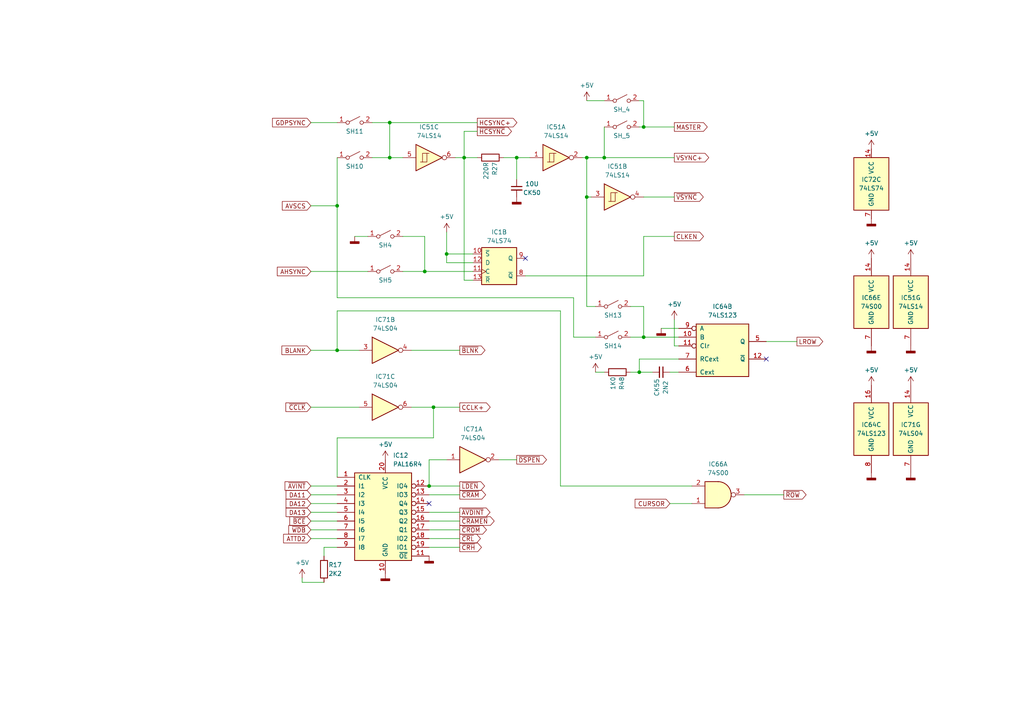
<source format=kicad_sch>
(kicad_sch
	(version 20231120)
	(generator "eeschema")
	(generator_version "8.0")
	(uuid "705bcef0-12be-47c5-8ffb-a09d49d0ead4")
	(paper "A4")
	(title_block
		(title "PARTNER GDP: SYNC + CONTROL")
		(company "Oddbit Retro")
		(comment 1 "NARISAL: MIHA GRČAR")
	)
	(lib_symbols
		(symbol "74xx:74LS00"
			(pin_names
				(offset 1.016)
			)
			(exclude_from_sim no)
			(in_bom yes)
			(on_board yes)
			(property "Reference" "IC66"
				(at -0.0083 8.89 0)
				(effects
					(font
						(size 1.27 1.27)
					)
				)
			)
			(property "Value" "74LS00"
				(at -0.0083 6.35 0)
				(effects
					(font
						(size 1.27 1.27)
					)
				)
			)
			(property "Footprint" ""
				(at 0 0 0)
				(effects
					(font
						(size 1.27 1.27)
					)
					(hide yes)
				)
			)
			(property "Datasheet" "http://www.ti.com/lit/gpn/sn74ls00"
				(at -0.762 11.176 0)
				(effects
					(font
						(size 1.27 1.27)
					)
					(hide yes)
				)
			)
			(property "Description" "quad 2-input NAND gate"
				(at -0.762 12.7 0)
				(effects
					(font
						(size 1.27 1.27)
					)
					(hide yes)
				)
			)
			(property "ki_locked" ""
				(at 0 0 0)
				(effects
					(font
						(size 1.27 1.27)
					)
				)
			)
			(property "ki_keywords" "TTL nand 2-input"
				(at 0 0 0)
				(effects
					(font
						(size 1.27 1.27)
					)
					(hide yes)
				)
			)
			(property "ki_fp_filters" "DIP*W7.62mm* SO14*"
				(at 0 0 0)
				(effects
					(font
						(size 1.27 1.27)
					)
					(hide yes)
				)
			)
			(symbol "74LS00_1_1"
				(arc
					(start 0 -3.81)
					(mid 3.7934 0)
					(end 0 3.81)
					(stroke
						(width 0.254)
						(type default)
					)
					(fill
						(type background)
					)
				)
				(polyline
					(pts
						(xy 0 3.81) (xy -3.81 3.81) (xy -3.81 -3.81) (xy 0 -3.81)
					)
					(stroke
						(width 0.254)
						(type default)
					)
					(fill
						(type background)
					)
				)
				(pin input line
					(at -7.62 -2.54 0)
					(length 3.81)
					(name "~"
						(effects
							(font
								(size 1.27 1.27)
							)
						)
					)
					(number "1"
						(effects
							(font
								(size 1.27 1.27)
							)
						)
					)
				)
				(pin input line
					(at -7.62 2.54 0)
					(length 3.81)
					(name "~"
						(effects
							(font
								(size 1.27 1.27)
							)
						)
					)
					(number "2"
						(effects
							(font
								(size 1.27 1.27)
							)
						)
					)
				)
				(pin output inverted
					(at 7.62 0 180)
					(length 3.81)
					(name "~"
						(effects
							(font
								(size 1.27 1.27)
							)
						)
					)
					(number "3"
						(effects
							(font
								(size 1.27 1.27)
							)
						)
					)
				)
			)
			(symbol "74LS00_1_2"
				(arc
					(start -3.81 -3.81)
					(mid -2.589 0)
					(end -3.81 3.81)
					(stroke
						(width 0.254)
						(type default)
					)
					(fill
						(type none)
					)
				)
				(arc
					(start -0.6096 -3.81)
					(mid 2.1842 -2.5851)
					(end 3.81 0)
					(stroke
						(width 0.254)
						(type default)
					)
					(fill
						(type background)
					)
				)
				(polyline
					(pts
						(xy -3.81 -3.81) (xy -0.635 -3.81)
					)
					(stroke
						(width 0.254)
						(type default)
					)
					(fill
						(type background)
					)
				)
				(polyline
					(pts
						(xy -3.81 3.81) (xy -0.635 3.81)
					)
					(stroke
						(width 0.254)
						(type default)
					)
					(fill
						(type background)
					)
				)
				(polyline
					(pts
						(xy -0.635 3.81) (xy -3.81 3.81) (xy -3.81 3.81) (xy -3.556 3.4036) (xy -3.0226 2.2606) (xy -2.6924 1.0414)
						(xy -2.6162 -0.254) (xy -2.7686 -1.4986) (xy -3.175 -2.7178) (xy -3.81 -3.81) (xy -3.81 -3.81)
						(xy -0.635 -3.81)
					)
					(stroke
						(width -25.4)
						(type default)
					)
					(fill
						(type background)
					)
				)
				(arc
					(start 3.81 0)
					(mid 2.1915 2.5936)
					(end -0.6096 3.81)
					(stroke
						(width 0.254)
						(type default)
					)
					(fill
						(type background)
					)
				)
				(pin input inverted
					(at -7.62 2.54 0)
					(length 4.318)
					(name "~"
						(effects
							(font
								(size 1.27 1.27)
							)
						)
					)
					(number "1"
						(effects
							(font
								(size 1.27 1.27)
							)
						)
					)
				)
				(pin input inverted
					(at -7.62 -2.54 0)
					(length 4.318)
					(name "~"
						(effects
							(font
								(size 1.27 1.27)
							)
						)
					)
					(number "2"
						(effects
							(font
								(size 1.27 1.27)
							)
						)
					)
				)
				(pin output line
					(at 7.62 0 180)
					(length 3.81)
					(name "~"
						(effects
							(font
								(size 1.27 1.27)
							)
						)
					)
					(number "3"
						(effects
							(font
								(size 1.27 1.27)
							)
						)
					)
				)
			)
			(symbol "74LS00_2_1"
				(arc
					(start 0 -3.81)
					(mid 3.7934 0)
					(end 0 3.81)
					(stroke
						(width 0.254)
						(type default)
					)
					(fill
						(type background)
					)
				)
				(polyline
					(pts
						(xy 0 3.81) (xy -3.81 3.81) (xy -3.81 -3.81) (xy 0 -3.81)
					)
					(stroke
						(width 0.254)
						(type default)
					)
					(fill
						(type background)
					)
				)
				(pin input line
					(at -7.62 2.54 0)
					(length 3.81)
					(name "~"
						(effects
							(font
								(size 1.27 1.27)
							)
						)
					)
					(number "4"
						(effects
							(font
								(size 1.27 1.27)
							)
						)
					)
				)
				(pin input line
					(at -7.62 -2.54 0)
					(length 3.81)
					(name "~"
						(effects
							(font
								(size 1.27 1.27)
							)
						)
					)
					(number "5"
						(effects
							(font
								(size 1.27 1.27)
							)
						)
					)
				)
				(pin output inverted
					(at 7.62 0 180)
					(length 3.81)
					(name "~"
						(effects
							(font
								(size 1.27 1.27)
							)
						)
					)
					(number "6"
						(effects
							(font
								(size 1.27 1.27)
							)
						)
					)
				)
			)
			(symbol "74LS00_2_2"
				(arc
					(start -3.81 -3.81)
					(mid -2.589 0)
					(end -3.81 3.81)
					(stroke
						(width 0.254)
						(type default)
					)
					(fill
						(type none)
					)
				)
				(arc
					(start -0.6096 -3.81)
					(mid 2.1842 -2.5851)
					(end 3.81 0)
					(stroke
						(width 0.254)
						(type default)
					)
					(fill
						(type background)
					)
				)
				(polyline
					(pts
						(xy -3.81 -3.81) (xy -0.635 -3.81)
					)
					(stroke
						(width 0.254)
						(type default)
					)
					(fill
						(type background)
					)
				)
				(polyline
					(pts
						(xy -3.81 3.81) (xy -0.635 3.81)
					)
					(stroke
						(width 0.254)
						(type default)
					)
					(fill
						(type background)
					)
				)
				(polyline
					(pts
						(xy -0.635 3.81) (xy -3.81 3.81) (xy -3.81 3.81) (xy -3.556 3.4036) (xy -3.0226 2.2606) (xy -2.6924 1.0414)
						(xy -2.6162 -0.254) (xy -2.7686 -1.4986) (xy -3.175 -2.7178) (xy -3.81 -3.81) (xy -3.81 -3.81)
						(xy -0.635 -3.81)
					)
					(stroke
						(width -25.4)
						(type default)
					)
					(fill
						(type background)
					)
				)
				(arc
					(start 3.81 0)
					(mid 2.1915 2.5936)
					(end -0.6096 3.81)
					(stroke
						(width 0.254)
						(type default)
					)
					(fill
						(type background)
					)
				)
				(pin input inverted
					(at -7.62 2.54 0)
					(length 4.318)
					(name "~"
						(effects
							(font
								(size 1.27 1.27)
							)
						)
					)
					(number "4"
						(effects
							(font
								(size 1.27 1.27)
							)
						)
					)
				)
				(pin input inverted
					(at -7.62 -2.54 0)
					(length 4.318)
					(name "~"
						(effects
							(font
								(size 1.27 1.27)
							)
						)
					)
					(number "5"
						(effects
							(font
								(size 1.27 1.27)
							)
						)
					)
				)
				(pin output line
					(at 7.62 0 180)
					(length 3.81)
					(name "~"
						(effects
							(font
								(size 1.27 1.27)
							)
						)
					)
					(number "6"
						(effects
							(font
								(size 1.27 1.27)
							)
						)
					)
				)
			)
			(symbol "74LS00_3_1"
				(arc
					(start 0 -3.81)
					(mid 3.7934 0)
					(end 0 3.81)
					(stroke
						(width 0.254)
						(type default)
					)
					(fill
						(type background)
					)
				)
				(polyline
					(pts
						(xy 0 3.81) (xy -3.81 3.81) (xy -3.81 -3.81) (xy 0 -3.81)
					)
					(stroke
						(width 0.254)
						(type default)
					)
					(fill
						(type background)
					)
				)
				(pin input line
					(at -7.62 -2.54 0)
					(length 3.81)
					(name "~"
						(effects
							(font
								(size 1.27 1.27)
							)
						)
					)
					(number "10"
						(effects
							(font
								(size 1.27 1.27)
							)
						)
					)
				)
				(pin output inverted
					(at 7.62 0 180)
					(length 3.81)
					(name "~"
						(effects
							(font
								(size 1.27 1.27)
							)
						)
					)
					(number "8"
						(effects
							(font
								(size 1.27 1.27)
							)
						)
					)
				)
				(pin input line
					(at -7.62 2.54 0)
					(length 3.81)
					(name "~"
						(effects
							(font
								(size 1.27 1.27)
							)
						)
					)
					(number "9"
						(effects
							(font
								(size 1.27 1.27)
							)
						)
					)
				)
			)
			(symbol "74LS00_3_2"
				(arc
					(start -3.81 -3.81)
					(mid -2.589 0)
					(end -3.81 3.81)
					(stroke
						(width 0.254)
						(type default)
					)
					(fill
						(type none)
					)
				)
				(arc
					(start -0.6096 -3.81)
					(mid 2.1842 -2.5851)
					(end 3.81 0)
					(stroke
						(width 0.254)
						(type default)
					)
					(fill
						(type background)
					)
				)
				(polyline
					(pts
						(xy -3.81 -3.81) (xy -0.635 -3.81)
					)
					(stroke
						(width 0.254)
						(type default)
					)
					(fill
						(type background)
					)
				)
				(polyline
					(pts
						(xy -3.81 3.81) (xy -0.635 3.81)
					)
					(stroke
						(width 0.254)
						(type default)
					)
					(fill
						(type background)
					)
				)
				(polyline
					(pts
						(xy -0.635 3.81) (xy -3.81 3.81) (xy -3.81 3.81) (xy -3.556 3.4036) (xy -3.0226 2.2606) (xy -2.6924 1.0414)
						(xy -2.6162 -0.254) (xy -2.7686 -1.4986) (xy -3.175 -2.7178) (xy -3.81 -3.81) (xy -3.81 -3.81)
						(xy -0.635 -3.81)
					)
					(stroke
						(width -25.4)
						(type default)
					)
					(fill
						(type background)
					)
				)
				(arc
					(start 3.81 0)
					(mid 2.1915 2.5936)
					(end -0.6096 3.81)
					(stroke
						(width 0.254)
						(type default)
					)
					(fill
						(type background)
					)
				)
				(pin input inverted
					(at -7.62 -2.54 0)
					(length 4.318)
					(name "~"
						(effects
							(font
								(size 1.27 1.27)
							)
						)
					)
					(number "10"
						(effects
							(font
								(size 1.27 1.27)
							)
						)
					)
				)
				(pin output line
					(at 7.62 0 180)
					(length 3.81)
					(name "~"
						(effects
							(font
								(size 1.27 1.27)
							)
						)
					)
					(number "8"
						(effects
							(font
								(size 1.27 1.27)
							)
						)
					)
				)
				(pin input inverted
					(at -7.62 2.54 0)
					(length 4.318)
					(name "~"
						(effects
							(font
								(size 1.27 1.27)
							)
						)
					)
					(number "9"
						(effects
							(font
								(size 1.27 1.27)
							)
						)
					)
				)
			)
			(symbol "74LS00_4_1"
				(arc
					(start 0 -3.81)
					(mid 3.7934 0)
					(end 0 3.81)
					(stroke
						(width 0.254)
						(type default)
					)
					(fill
						(type background)
					)
				)
				(polyline
					(pts
						(xy 0 3.81) (xy -3.81 3.81) (xy -3.81 -3.81) (xy 0 -3.81)
					)
					(stroke
						(width 0.254)
						(type default)
					)
					(fill
						(type background)
					)
				)
				(pin output inverted
					(at 7.62 0 180)
					(length 3.81)
					(name "~"
						(effects
							(font
								(size 1.27 1.27)
							)
						)
					)
					(number "11"
						(effects
							(font
								(size 1.27 1.27)
							)
						)
					)
				)
				(pin input line
					(at -7.62 2.54 0)
					(length 3.81)
					(name "~"
						(effects
							(font
								(size 1.27 1.27)
							)
						)
					)
					(number "12"
						(effects
							(font
								(size 1.27 1.27)
							)
						)
					)
				)
				(pin input line
					(at -7.62 -2.54 0)
					(length 3.81)
					(name "~"
						(effects
							(font
								(size 1.27 1.27)
							)
						)
					)
					(number "13"
						(effects
							(font
								(size 1.27 1.27)
							)
						)
					)
				)
			)
			(symbol "74LS00_4_2"
				(arc
					(start -3.81 -3.81)
					(mid -2.589 0)
					(end -3.81 3.81)
					(stroke
						(width 0.254)
						(type default)
					)
					(fill
						(type none)
					)
				)
				(arc
					(start -0.6096 -3.81)
					(mid 2.1842 -2.5851)
					(end 3.81 0)
					(stroke
						(width 0.254)
						(type default)
					)
					(fill
						(type background)
					)
				)
				(polyline
					(pts
						(xy -3.81 -3.81) (xy -0.635 -3.81)
					)
					(stroke
						(width 0.254)
						(type default)
					)
					(fill
						(type background)
					)
				)
				(polyline
					(pts
						(xy -3.81 3.81) (xy -0.635 3.81)
					)
					(stroke
						(width 0.254)
						(type default)
					)
					(fill
						(type background)
					)
				)
				(polyline
					(pts
						(xy -0.635 3.81) (xy -3.81 3.81) (xy -3.81 3.81) (xy -3.556 3.4036) (xy -3.0226 2.2606) (xy -2.6924 1.0414)
						(xy -2.6162 -0.254) (xy -2.7686 -1.4986) (xy -3.175 -2.7178) (xy -3.81 -3.81) (xy -3.81 -3.81)
						(xy -0.635 -3.81)
					)
					(stroke
						(width -25.4)
						(type default)
					)
					(fill
						(type background)
					)
				)
				(arc
					(start 3.81 0)
					(mid 2.1915 2.5936)
					(end -0.6096 3.81)
					(stroke
						(width 0.254)
						(type default)
					)
					(fill
						(type background)
					)
				)
				(pin output line
					(at 7.62 0 180)
					(length 3.81)
					(name "~"
						(effects
							(font
								(size 1.27 1.27)
							)
						)
					)
					(number "11"
						(effects
							(font
								(size 1.27 1.27)
							)
						)
					)
				)
				(pin input inverted
					(at -7.62 2.54 0)
					(length 4.318)
					(name "~"
						(effects
							(font
								(size 1.27 1.27)
							)
						)
					)
					(number "12"
						(effects
							(font
								(size 1.27 1.27)
							)
						)
					)
				)
				(pin input inverted
					(at -7.62 -2.54 0)
					(length 4.318)
					(name "~"
						(effects
							(font
								(size 1.27 1.27)
							)
						)
					)
					(number "13"
						(effects
							(font
								(size 1.27 1.27)
							)
						)
					)
				)
			)
			(symbol "74LS00_5_0"
				(pin power_in line
					(at 0 12.7 270)
					(length 5.08)
					(name "VCC"
						(effects
							(font
								(size 1.27 1.27)
							)
						)
					)
					(number "14"
						(effects
							(font
								(size 1.27 1.27)
							)
						)
					)
				)
				(pin power_in line
					(at 0 -12.7 90)
					(length 5.08)
					(name "GND"
						(effects
							(font
								(size 1.27 1.27)
							)
						)
					)
					(number "7"
						(effects
							(font
								(size 1.27 1.27)
							)
						)
					)
				)
			)
			(symbol "74LS00_5_1"
				(rectangle
					(start -5.08 7.62)
					(end 5.08 -7.62)
					(stroke
						(width 0.254)
						(type default)
					)
					(fill
						(type background)
					)
				)
			)
		)
		(symbol "74xx:74LS04"
			(exclude_from_sim no)
			(in_bom yes)
			(on_board yes)
			(property "Reference" "U"
				(at 0 1.27 0)
				(effects
					(font
						(size 1.27 1.27)
					)
				)
			)
			(property "Value" "74LS04"
				(at 0 -1.27 0)
				(effects
					(font
						(size 1.27 1.27)
					)
				)
			)
			(property "Footprint" ""
				(at 0 0 0)
				(effects
					(font
						(size 1.27 1.27)
					)
					(hide yes)
				)
			)
			(property "Datasheet" "http://www.ti.com/lit/gpn/sn74LS04"
				(at 0 0 0)
				(effects
					(font
						(size 1.27 1.27)
					)
					(hide yes)
				)
			)
			(property "Description" "Hex Inverter"
				(at 0 0 0)
				(effects
					(font
						(size 1.27 1.27)
					)
					(hide yes)
				)
			)
			(property "ki_locked" ""
				(at 0 0 0)
				(effects
					(font
						(size 1.27 1.27)
					)
				)
			)
			(property "ki_keywords" "TTL not inv"
				(at 0 0 0)
				(effects
					(font
						(size 1.27 1.27)
					)
					(hide yes)
				)
			)
			(property "ki_fp_filters" "DIP*W7.62mm* SSOP?14* TSSOP?14*"
				(at 0 0 0)
				(effects
					(font
						(size 1.27 1.27)
					)
					(hide yes)
				)
			)
			(symbol "74LS04_1_0"
				(polyline
					(pts
						(xy -3.81 3.81) (xy -3.81 -3.81) (xy 3.81 0) (xy -3.81 3.81)
					)
					(stroke
						(width 0.254)
						(type default)
					)
					(fill
						(type background)
					)
				)
				(pin input line
					(at -7.62 0 0)
					(length 3.81)
					(name "~"
						(effects
							(font
								(size 1.27 1.27)
							)
						)
					)
					(number "1"
						(effects
							(font
								(size 1.27 1.27)
							)
						)
					)
				)
				(pin output inverted
					(at 7.62 0 180)
					(length 3.81)
					(name "~"
						(effects
							(font
								(size 1.27 1.27)
							)
						)
					)
					(number "2"
						(effects
							(font
								(size 1.27 1.27)
							)
						)
					)
				)
			)
			(symbol "74LS04_2_0"
				(polyline
					(pts
						(xy -3.81 3.81) (xy -3.81 -3.81) (xy 3.81 0) (xy -3.81 3.81)
					)
					(stroke
						(width 0.254)
						(type default)
					)
					(fill
						(type background)
					)
				)
				(pin input line
					(at -7.62 0 0)
					(length 3.81)
					(name "~"
						(effects
							(font
								(size 1.27 1.27)
							)
						)
					)
					(number "3"
						(effects
							(font
								(size 1.27 1.27)
							)
						)
					)
				)
				(pin output inverted
					(at 7.62 0 180)
					(length 3.81)
					(name "~"
						(effects
							(font
								(size 1.27 1.27)
							)
						)
					)
					(number "4"
						(effects
							(font
								(size 1.27 1.27)
							)
						)
					)
				)
			)
			(symbol "74LS04_3_0"
				(polyline
					(pts
						(xy -3.81 3.81) (xy -3.81 -3.81) (xy 3.81 0) (xy -3.81 3.81)
					)
					(stroke
						(width 0.254)
						(type default)
					)
					(fill
						(type background)
					)
				)
				(pin input line
					(at -7.62 0 0)
					(length 3.81)
					(name "~"
						(effects
							(font
								(size 1.27 1.27)
							)
						)
					)
					(number "5"
						(effects
							(font
								(size 1.27 1.27)
							)
						)
					)
				)
				(pin output inverted
					(at 7.62 0 180)
					(length 3.81)
					(name "~"
						(effects
							(font
								(size 1.27 1.27)
							)
						)
					)
					(number "6"
						(effects
							(font
								(size 1.27 1.27)
							)
						)
					)
				)
			)
			(symbol "74LS04_4_0"
				(polyline
					(pts
						(xy -3.81 3.81) (xy -3.81 -3.81) (xy 3.81 0) (xy -3.81 3.81)
					)
					(stroke
						(width 0.254)
						(type default)
					)
					(fill
						(type background)
					)
				)
				(pin output inverted
					(at 7.62 0 180)
					(length 3.81)
					(name "~"
						(effects
							(font
								(size 1.27 1.27)
							)
						)
					)
					(number "8"
						(effects
							(font
								(size 1.27 1.27)
							)
						)
					)
				)
				(pin input line
					(at -7.62 0 0)
					(length 3.81)
					(name "~"
						(effects
							(font
								(size 1.27 1.27)
							)
						)
					)
					(number "9"
						(effects
							(font
								(size 1.27 1.27)
							)
						)
					)
				)
			)
			(symbol "74LS04_5_0"
				(polyline
					(pts
						(xy -3.81 3.81) (xy -3.81 -3.81) (xy 3.81 0) (xy -3.81 3.81)
					)
					(stroke
						(width 0.254)
						(type default)
					)
					(fill
						(type background)
					)
				)
				(pin output inverted
					(at 7.62 0 180)
					(length 3.81)
					(name "~"
						(effects
							(font
								(size 1.27 1.27)
							)
						)
					)
					(number "10"
						(effects
							(font
								(size 1.27 1.27)
							)
						)
					)
				)
				(pin input line
					(at -7.62 0 0)
					(length 3.81)
					(name "~"
						(effects
							(font
								(size 1.27 1.27)
							)
						)
					)
					(number "11"
						(effects
							(font
								(size 1.27 1.27)
							)
						)
					)
				)
			)
			(symbol "74LS04_6_0"
				(polyline
					(pts
						(xy -3.81 3.81) (xy -3.81 -3.81) (xy 3.81 0) (xy -3.81 3.81)
					)
					(stroke
						(width 0.254)
						(type default)
					)
					(fill
						(type background)
					)
				)
				(pin output inverted
					(at 7.62 0 180)
					(length 3.81)
					(name "~"
						(effects
							(font
								(size 1.27 1.27)
							)
						)
					)
					(number "12"
						(effects
							(font
								(size 1.27 1.27)
							)
						)
					)
				)
				(pin input line
					(at -7.62 0 0)
					(length 3.81)
					(name "~"
						(effects
							(font
								(size 1.27 1.27)
							)
						)
					)
					(number "13"
						(effects
							(font
								(size 1.27 1.27)
							)
						)
					)
				)
			)
			(symbol "74LS04_7_0"
				(pin power_in line
					(at 0 12.7 270)
					(length 5.08)
					(name "VCC"
						(effects
							(font
								(size 1.27 1.27)
							)
						)
					)
					(number "14"
						(effects
							(font
								(size 1.27 1.27)
							)
						)
					)
				)
				(pin power_in line
					(at 0 -12.7 90)
					(length 5.08)
					(name "GND"
						(effects
							(font
								(size 1.27 1.27)
							)
						)
					)
					(number "7"
						(effects
							(font
								(size 1.27 1.27)
							)
						)
					)
				)
			)
			(symbol "74LS04_7_1"
				(rectangle
					(start -5.08 7.62)
					(end 5.08 -7.62)
					(stroke
						(width 0.254)
						(type default)
					)
					(fill
						(type background)
					)
				)
			)
		)
		(symbol "74xx:74LS123"
			(pin_names
				(offset 1.016)
			)
			(exclude_from_sim no)
			(in_bom yes)
			(on_board yes)
			(property "Reference" "IC64"
				(at 0 12.7 0)
				(effects
					(font
						(size 1.27 1.27)
					)
				)
			)
			(property "Value" "74LS123"
				(at 0 10.16 0)
				(effects
					(font
						(size 1.27 1.27)
					)
				)
			)
			(property "Footprint" ""
				(at 0 0 0)
				(effects
					(font
						(size 1.27 1.27)
					)
					(hide yes)
				)
			)
			(property "Datasheet" "http://www.ti.com/lit/gpn/sn74LS123"
				(at -2.032 -20.066 0)
				(effects
					(font
						(size 1.27 1.27)
					)
					(hide yes)
				)
			)
			(property "Description" "Dual retriggerable Monostable"
				(at -2.032 -22.606 0)
				(effects
					(font
						(size 1.27 1.27)
					)
					(hide yes)
				)
			)
			(property "ki_locked" ""
				(at 0 0 0)
				(effects
					(font
						(size 1.27 1.27)
					)
				)
			)
			(property "ki_keywords" "TTL monostable"
				(at 0 0 0)
				(effects
					(font
						(size 1.27 1.27)
					)
					(hide yes)
				)
			)
			(property "ki_fp_filters" "DIP?16*"
				(at 0 0 0)
				(effects
					(font
						(size 1.27 1.27)
					)
					(hide yes)
				)
			)
			(symbol "74LS123_1_0"
				(pin input inverted
					(at -12.7 -2.54 0)
					(length 5.08)
					(name "A"
						(effects
							(font
								(size 1.27 1.27)
							)
						)
					)
					(number "1"
						(effects
							(font
								(size 1.27 1.27)
							)
						)
					)
				)
				(pin output line
					(at 12.7 5.08 180)
					(length 5.08)
					(name "Q"
						(effects
							(font
								(size 1.27 1.27)
							)
						)
					)
					(number "13"
						(effects
							(font
								(size 1.27 1.27)
							)
						)
					)
				)
				(pin input line
					(at -12.7 2.54 0)
					(length 5.08)
					(name "Cext"
						(effects
							(font
								(size 1.27 1.27)
							)
						)
					)
					(number "14"
						(effects
							(font
								(size 1.27 1.27)
							)
						)
					)
				)
				(pin input line
					(at -12.7 5.08 0)
					(length 5.08)
					(name "RCext"
						(effects
							(font
								(size 1.27 1.27)
							)
						)
					)
					(number "15"
						(effects
							(font
								(size 1.27 1.27)
							)
						)
					)
				)
				(pin input line
					(at -12.7 -5.08 0)
					(length 5.08)
					(name "B"
						(effects
							(font
								(size 1.27 1.27)
							)
						)
					)
					(number "2"
						(effects
							(font
								(size 1.27 1.27)
							)
						)
					)
				)
				(pin input inverted
					(at 0 -12.7 90)
					(length 5.08)
					(name "Clr"
						(effects
							(font
								(size 1.27 1.27)
							)
						)
					)
					(number "3"
						(effects
							(font
								(size 1.27 1.27)
							)
						)
					)
				)
				(pin output line
					(at 12.7 -5.08 180)
					(length 5.08)
					(name "~{Q}"
						(effects
							(font
								(size 1.27 1.27)
							)
						)
					)
					(number "4"
						(effects
							(font
								(size 1.27 1.27)
							)
						)
					)
				)
			)
			(symbol "74LS123_1_1"
				(rectangle
					(start -7.62 7.62)
					(end 7.62 -7.62)
					(stroke
						(width 0.254)
						(type default)
					)
					(fill
						(type background)
					)
				)
			)
			(symbol "74LS123_2_0"
				(pin input line
					(at -12.7 3.81 0)
					(length 5.08)
					(name "B"
						(effects
							(font
								(size 1.27 1.27)
							)
						)
					)
					(number "10"
						(effects
							(font
								(size 1.27 1.27)
							)
						)
					)
				)
				(pin input inverted
					(at -12.7 1.27 0)
					(length 5.08)
					(name "Clr"
						(effects
							(font
								(size 1.27 1.27)
							)
						)
					)
					(number "11"
						(effects
							(font
								(size 1.27 1.27)
							)
						)
					)
				)
				(pin output line
					(at 12.7 -2.54 180)
					(length 5.08)
					(name "~{Q}"
						(effects
							(font
								(size 1.27 1.27)
							)
						)
					)
					(number "12"
						(effects
							(font
								(size 1.27 1.27)
							)
						)
					)
				)
				(pin output line
					(at 12.7 2.54 180)
					(length 5.08)
					(name "Q"
						(effects
							(font
								(size 1.27 1.27)
							)
						)
					)
					(number "5"
						(effects
							(font
								(size 1.27 1.27)
							)
						)
					)
				)
				(pin input line
					(at -12.7 -6.35 0)
					(length 5.08)
					(name "Cext"
						(effects
							(font
								(size 1.27 1.27)
							)
						)
					)
					(number "6"
						(effects
							(font
								(size 1.27 1.27)
							)
						)
					)
				)
				(pin input line
					(at -12.7 -2.54 0)
					(length 5.08)
					(name "RCext"
						(effects
							(font
								(size 1.27 1.27)
							)
						)
					)
					(number "7"
						(effects
							(font
								(size 1.27 1.27)
							)
						)
					)
				)
				(pin input inverted
					(at -12.7 6.35 0)
					(length 5.08)
					(name "A"
						(effects
							(font
								(size 1.27 1.27)
							)
						)
					)
					(number "9"
						(effects
							(font
								(size 1.27 1.27)
							)
						)
					)
				)
			)
			(symbol "74LS123_2_1"
				(rectangle
					(start -7.62 7.62)
					(end 7.62 -7.62)
					(stroke
						(width 0.254)
						(type default)
					)
					(fill
						(type background)
					)
				)
			)
			(symbol "74LS123_3_0"
				(pin power_in line
					(at 0 12.7 270)
					(length 5.08)
					(name "VCC"
						(effects
							(font
								(size 1.27 1.27)
							)
						)
					)
					(number "16"
						(effects
							(font
								(size 1.27 1.27)
							)
						)
					)
				)
				(pin power_in line
					(at 0 -12.7 90)
					(length 5.08)
					(name "GND"
						(effects
							(font
								(size 1.27 1.27)
							)
						)
					)
					(number "8"
						(effects
							(font
								(size 1.27 1.27)
							)
						)
					)
				)
			)
			(symbol "74LS123_3_1"
				(rectangle
					(start -5.08 7.62)
					(end 5.08 -7.62)
					(stroke
						(width 0.254)
						(type default)
					)
					(fill
						(type background)
					)
				)
			)
		)
		(symbol "74xx:74LS14"
			(pin_names
				(offset 1.016)
			)
			(exclude_from_sim no)
			(in_bom yes)
			(on_board yes)
			(property "Reference" "U"
				(at 0 1.27 0)
				(effects
					(font
						(size 1.27 1.27)
					)
				)
			)
			(property "Value" "74LS14"
				(at 0 -1.27 0)
				(effects
					(font
						(size 1.27 1.27)
					)
				)
			)
			(property "Footprint" ""
				(at 0 0 0)
				(effects
					(font
						(size 1.27 1.27)
					)
					(hide yes)
				)
			)
			(property "Datasheet" "http://www.ti.com/lit/gpn/sn74LS14"
				(at 0 0 0)
				(effects
					(font
						(size 1.27 1.27)
					)
					(hide yes)
				)
			)
			(property "Description" "Hex inverter schmitt trigger"
				(at 0 0 0)
				(effects
					(font
						(size 1.27 1.27)
					)
					(hide yes)
				)
			)
			(property "ki_locked" ""
				(at 0 0 0)
				(effects
					(font
						(size 1.27 1.27)
					)
				)
			)
			(property "ki_keywords" "TTL not inverter"
				(at 0 0 0)
				(effects
					(font
						(size 1.27 1.27)
					)
					(hide yes)
				)
			)
			(property "ki_fp_filters" "DIP*W7.62mm*"
				(at 0 0 0)
				(effects
					(font
						(size 1.27 1.27)
					)
					(hide yes)
				)
			)
			(symbol "74LS14_1_0"
				(polyline
					(pts
						(xy -3.81 3.81) (xy -3.81 -3.81) (xy 3.81 0) (xy -3.81 3.81)
					)
					(stroke
						(width 0.254)
						(type default)
					)
					(fill
						(type background)
					)
				)
				(pin input line
					(at -7.62 0 0)
					(length 3.81)
					(name "~"
						(effects
							(font
								(size 1.27 1.27)
							)
						)
					)
					(number "1"
						(effects
							(font
								(size 1.27 1.27)
							)
						)
					)
				)
				(pin output inverted
					(at 7.62 0 180)
					(length 3.81)
					(name "~"
						(effects
							(font
								(size 1.27 1.27)
							)
						)
					)
					(number "2"
						(effects
							(font
								(size 1.27 1.27)
							)
						)
					)
				)
			)
			(symbol "74LS14_1_1"
				(polyline
					(pts
						(xy -1.905 -1.27) (xy -1.905 1.27) (xy -0.635 1.27)
					)
					(stroke
						(width 0)
						(type default)
					)
					(fill
						(type none)
					)
				)
				(polyline
					(pts
						(xy -2.54 -1.27) (xy -0.635 -1.27) (xy -0.635 1.27) (xy 0 1.27)
					)
					(stroke
						(width 0)
						(type default)
					)
					(fill
						(type none)
					)
				)
			)
			(symbol "74LS14_2_0"
				(polyline
					(pts
						(xy -3.81 3.81) (xy -3.81 -3.81) (xy 3.81 0) (xy -3.81 3.81)
					)
					(stroke
						(width 0.254)
						(type default)
					)
					(fill
						(type background)
					)
				)
				(pin input line
					(at -7.62 0 0)
					(length 3.81)
					(name "~"
						(effects
							(font
								(size 1.27 1.27)
							)
						)
					)
					(number "3"
						(effects
							(font
								(size 1.27 1.27)
							)
						)
					)
				)
				(pin output inverted
					(at 7.62 0 180)
					(length 3.81)
					(name "~"
						(effects
							(font
								(size 1.27 1.27)
							)
						)
					)
					(number "4"
						(effects
							(font
								(size 1.27 1.27)
							)
						)
					)
				)
			)
			(symbol "74LS14_2_1"
				(polyline
					(pts
						(xy -1.905 -1.27) (xy -1.905 1.27) (xy -0.635 1.27)
					)
					(stroke
						(width 0)
						(type default)
					)
					(fill
						(type none)
					)
				)
				(polyline
					(pts
						(xy -2.54 -1.27) (xy -0.635 -1.27) (xy -0.635 1.27) (xy 0 1.27)
					)
					(stroke
						(width 0)
						(type default)
					)
					(fill
						(type none)
					)
				)
			)
			(symbol "74LS14_3_0"
				(polyline
					(pts
						(xy -3.81 3.81) (xy -3.81 -3.81) (xy 3.81 0) (xy -3.81 3.81)
					)
					(stroke
						(width 0.254)
						(type default)
					)
					(fill
						(type background)
					)
				)
				(pin input line
					(at -7.62 0 0)
					(length 3.81)
					(name "~"
						(effects
							(font
								(size 1.27 1.27)
							)
						)
					)
					(number "5"
						(effects
							(font
								(size 1.27 1.27)
							)
						)
					)
				)
				(pin output inverted
					(at 7.62 0 180)
					(length 3.81)
					(name "~"
						(effects
							(font
								(size 1.27 1.27)
							)
						)
					)
					(number "6"
						(effects
							(font
								(size 1.27 1.27)
							)
						)
					)
				)
			)
			(symbol "74LS14_3_1"
				(polyline
					(pts
						(xy -1.905 -1.27) (xy -1.905 1.27) (xy -0.635 1.27)
					)
					(stroke
						(width 0)
						(type default)
					)
					(fill
						(type none)
					)
				)
				(polyline
					(pts
						(xy -2.54 -1.27) (xy -0.635 -1.27) (xy -0.635 1.27) (xy 0 1.27)
					)
					(stroke
						(width 0)
						(type default)
					)
					(fill
						(type none)
					)
				)
			)
			(symbol "74LS14_4_0"
				(polyline
					(pts
						(xy -3.81 3.81) (xy -3.81 -3.81) (xy 3.81 0) (xy -3.81 3.81)
					)
					(stroke
						(width 0.254)
						(type default)
					)
					(fill
						(type background)
					)
				)
				(pin output inverted
					(at 7.62 0 180)
					(length 3.81)
					(name "~"
						(effects
							(font
								(size 1.27 1.27)
							)
						)
					)
					(number "8"
						(effects
							(font
								(size 1.27 1.27)
							)
						)
					)
				)
				(pin input line
					(at -7.62 0 0)
					(length 3.81)
					(name "~"
						(effects
							(font
								(size 1.27 1.27)
							)
						)
					)
					(number "9"
						(effects
							(font
								(size 1.27 1.27)
							)
						)
					)
				)
			)
			(symbol "74LS14_4_1"
				(polyline
					(pts
						(xy -1.905 -1.27) (xy -1.905 1.27) (xy -0.635 1.27)
					)
					(stroke
						(width 0)
						(type default)
					)
					(fill
						(type none)
					)
				)
				(polyline
					(pts
						(xy -2.54 -1.27) (xy -0.635 -1.27) (xy -0.635 1.27) (xy 0 1.27)
					)
					(stroke
						(width 0)
						(type default)
					)
					(fill
						(type none)
					)
				)
			)
			(symbol "74LS14_5_0"
				(polyline
					(pts
						(xy -3.81 3.81) (xy -3.81 -3.81) (xy 3.81 0) (xy -3.81 3.81)
					)
					(stroke
						(width 0.254)
						(type default)
					)
					(fill
						(type background)
					)
				)
				(pin output inverted
					(at 7.62 0 180)
					(length 3.81)
					(name "~"
						(effects
							(font
								(size 1.27 1.27)
							)
						)
					)
					(number "10"
						(effects
							(font
								(size 1.27 1.27)
							)
						)
					)
				)
				(pin input line
					(at -7.62 0 0)
					(length 3.81)
					(name "~"
						(effects
							(font
								(size 1.27 1.27)
							)
						)
					)
					(number "11"
						(effects
							(font
								(size 1.27 1.27)
							)
						)
					)
				)
			)
			(symbol "74LS14_5_1"
				(polyline
					(pts
						(xy -1.905 -1.27) (xy -1.905 1.27) (xy -0.635 1.27)
					)
					(stroke
						(width 0)
						(type default)
					)
					(fill
						(type none)
					)
				)
				(polyline
					(pts
						(xy -2.54 -1.27) (xy -0.635 -1.27) (xy -0.635 1.27) (xy 0 1.27)
					)
					(stroke
						(width 0)
						(type default)
					)
					(fill
						(type none)
					)
				)
			)
			(symbol "74LS14_6_0"
				(polyline
					(pts
						(xy -3.81 3.81) (xy -3.81 -3.81) (xy 3.81 0) (xy -3.81 3.81)
					)
					(stroke
						(width 0.254)
						(type default)
					)
					(fill
						(type background)
					)
				)
				(pin output inverted
					(at 7.62 0 180)
					(length 3.81)
					(name "~"
						(effects
							(font
								(size 1.27 1.27)
							)
						)
					)
					(number "12"
						(effects
							(font
								(size 1.27 1.27)
							)
						)
					)
				)
				(pin input line
					(at -7.62 0 0)
					(length 3.81)
					(name "~"
						(effects
							(font
								(size 1.27 1.27)
							)
						)
					)
					(number "13"
						(effects
							(font
								(size 1.27 1.27)
							)
						)
					)
				)
			)
			(symbol "74LS14_6_1"
				(polyline
					(pts
						(xy -1.905 -1.27) (xy -1.905 1.27) (xy -0.635 1.27)
					)
					(stroke
						(width 0)
						(type default)
					)
					(fill
						(type none)
					)
				)
				(polyline
					(pts
						(xy -2.54 -1.27) (xy -0.635 -1.27) (xy -0.635 1.27) (xy 0 1.27)
					)
					(stroke
						(width 0)
						(type default)
					)
					(fill
						(type none)
					)
				)
			)
			(symbol "74LS14_7_0"
				(pin power_in line
					(at 0 12.7 270)
					(length 5.08)
					(name "VCC"
						(effects
							(font
								(size 1.27 1.27)
							)
						)
					)
					(number "14"
						(effects
							(font
								(size 1.27 1.27)
							)
						)
					)
				)
				(pin power_in line
					(at 0 -12.7 90)
					(length 5.08)
					(name "GND"
						(effects
							(font
								(size 1.27 1.27)
							)
						)
					)
					(number "7"
						(effects
							(font
								(size 1.27 1.27)
							)
						)
					)
				)
			)
			(symbol "74LS14_7_1"
				(rectangle
					(start -5.08 7.62)
					(end 5.08 -7.62)
					(stroke
						(width 0.254)
						(type default)
					)
					(fill
						(type background)
					)
				)
			)
		)
		(symbol "74xx:74LS74"
			(pin_names
				(offset 1.016)
			)
			(exclude_from_sim no)
			(in_bom yes)
			(on_board yes)
			(property "Reference" "IC1"
				(at 2.1941 10.16 0)
				(effects
					(font
						(size 1.27 1.27)
					)
					(justify left)
				)
			)
			(property "Value" "74LS74"
				(at 2.1941 7.62 0)
				(effects
					(font
						(size 1.27 1.27)
					)
					(justify left)
				)
			)
			(property "Footprint" ""
				(at 0 0 0)
				(effects
					(font
						(size 1.27 1.27)
					)
					(hide yes)
				)
			)
			(property "Datasheet" "74xx/74hc_hct74.pdf"
				(at -1.27 13.462 0)
				(effects
					(font
						(size 1.27 1.27)
					)
					(hide yes)
				)
			)
			(property "Description" "Dual D Flip-flop, Set & Reset"
				(at -1.27 13.208 0)
				(effects
					(font
						(size 1.27 1.27)
					)
					(hide yes)
				)
			)
			(property "ki_locked" ""
				(at 0 0 0)
				(effects
					(font
						(size 1.27 1.27)
					)
				)
			)
			(property "ki_keywords" "TTL DFF"
				(at 0 0 0)
				(effects
					(font
						(size 1.27 1.27)
					)
					(hide yes)
				)
			)
			(property "ki_fp_filters" "DIP*W7.62mm*"
				(at 0 0 0)
				(effects
					(font
						(size 1.27 1.27)
					)
					(hide yes)
				)
			)
			(symbol "74LS74_1_0"
				(pin input line
					(at 0 -7.62 90)
					(length 2.54)
					(name "~{R}"
						(effects
							(font
								(size 1.27 1.27)
							)
						)
					)
					(number "1"
						(effects
							(font
								(size 1.27 1.27)
							)
						)
					)
				)
				(pin input line
					(at -7.62 2.54 0)
					(length 2.54)
					(name "D"
						(effects
							(font
								(size 1.27 1.27)
							)
						)
					)
					(number "2"
						(effects
							(font
								(size 1.27 1.27)
							)
						)
					)
				)
				(pin input clock
					(at -7.62 0 0)
					(length 2.54)
					(name "C"
						(effects
							(font
								(size 1.27 1.27)
							)
						)
					)
					(number "3"
						(effects
							(font
								(size 1.27 1.27)
							)
						)
					)
				)
				(pin input line
					(at 0 7.62 270)
					(length 2.54)
					(name "~{S}"
						(effects
							(font
								(size 1.27 1.27)
							)
						)
					)
					(number "4"
						(effects
							(font
								(size 1.27 1.27)
							)
						)
					)
				)
				(pin output line
					(at 7.62 2.54 180)
					(length 2.54)
					(name "Q"
						(effects
							(font
								(size 1.27 1.27)
							)
						)
					)
					(number "5"
						(effects
							(font
								(size 1.27 1.27)
							)
						)
					)
				)
				(pin output line
					(at 7.62 -2.54 180)
					(length 2.54)
					(name "~{Q}"
						(effects
							(font
								(size 1.27 1.27)
							)
						)
					)
					(number "6"
						(effects
							(font
								(size 1.27 1.27)
							)
						)
					)
				)
			)
			(symbol "74LS74_1_1"
				(rectangle
					(start -5.08 5.08)
					(end 5.08 -5.08)
					(stroke
						(width 0.254)
						(type default)
					)
					(fill
						(type background)
					)
				)
			)
			(symbol "74LS74_2_0"
				(pin input line
					(at -7.62 3.81 0)
					(length 2.54)
					(name "~{S}"
						(effects
							(font
								(size 1.27 1.27)
							)
						)
					)
					(number "10"
						(effects
							(font
								(size 1.27 1.27)
							)
						)
					)
				)
				(pin input clock
					(at -7.62 -1.27 0)
					(length 2.54)
					(name "C"
						(effects
							(font
								(size 1.27 1.27)
							)
						)
					)
					(number "11"
						(effects
							(font
								(size 1.27 1.27)
							)
						)
					)
				)
				(pin input line
					(at -7.62 1.27 0)
					(length 2.54)
					(name "D"
						(effects
							(font
								(size 1.27 1.27)
							)
						)
					)
					(number "12"
						(effects
							(font
								(size 1.27 1.27)
							)
						)
					)
				)
				(pin input line
					(at -7.62 -3.81 0)
					(length 2.54)
					(name "~{R}"
						(effects
							(font
								(size 1.27 1.27)
							)
						)
					)
					(number "13"
						(effects
							(font
								(size 1.27 1.27)
							)
						)
					)
				)
				(pin output line
					(at 7.62 -2.54 180)
					(length 2.54)
					(name "~{Q}"
						(effects
							(font
								(size 1.27 1.27)
							)
						)
					)
					(number "8"
						(effects
							(font
								(size 1.27 1.27)
							)
						)
					)
				)
				(pin output line
					(at 7.62 2.54 180)
					(length 2.54)
					(name "Q"
						(effects
							(font
								(size 1.27 1.27)
							)
						)
					)
					(number "9"
						(effects
							(font
								(size 1.27 1.27)
							)
						)
					)
				)
			)
			(symbol "74LS74_2_1"
				(rectangle
					(start -5.08 5.6562)
					(end 5.08 -5.08)
					(stroke
						(width 0.254)
						(type default)
					)
					(fill
						(type background)
					)
				)
			)
			(symbol "74LS74_3_0"
				(pin power_in line
					(at 0 10.16 270)
					(length 2.54)
					(name "VCC"
						(effects
							(font
								(size 1.27 1.27)
							)
						)
					)
					(number "14"
						(effects
							(font
								(size 1.27 1.27)
							)
						)
					)
				)
				(pin power_in line
					(at 0 -10.16 90)
					(length 2.54)
					(name "GND"
						(effects
							(font
								(size 1.27 1.27)
							)
						)
					)
					(number "7"
						(effects
							(font
								(size 1.27 1.27)
							)
						)
					)
				)
			)
			(symbol "74LS74_3_1"
				(rectangle
					(start -5.08 7.62)
					(end 5.08 -7.62)
					(stroke
						(width 0.254)
						(type default)
					)
					(fill
						(type background)
					)
				)
			)
		)
		(symbol "Device:C_Small"
			(pin_numbers hide)
			(pin_names
				(offset 0.254) hide)
			(exclude_from_sim no)
			(in_bom yes)
			(on_board yes)
			(property "Reference" "C"
				(at 0.254 1.778 0)
				(effects
					(font
						(size 1.27 1.27)
					)
					(justify left)
				)
			)
			(property "Value" "C_Small"
				(at 0.254 -2.032 0)
				(effects
					(font
						(size 1.27 1.27)
					)
					(justify left)
				)
			)
			(property "Footprint" ""
				(at 0 0 0)
				(effects
					(font
						(size 1.27 1.27)
					)
					(hide yes)
				)
			)
			(property "Datasheet" "~"
				(at 0 0 0)
				(effects
					(font
						(size 1.27 1.27)
					)
					(hide yes)
				)
			)
			(property "Description" "Unpolarized capacitor, small symbol"
				(at 0 0 0)
				(effects
					(font
						(size 1.27 1.27)
					)
					(hide yes)
				)
			)
			(property "ki_keywords" "capacitor cap"
				(at 0 0 0)
				(effects
					(font
						(size 1.27 1.27)
					)
					(hide yes)
				)
			)
			(property "ki_fp_filters" "C_*"
				(at 0 0 0)
				(effects
					(font
						(size 1.27 1.27)
					)
					(hide yes)
				)
			)
			(symbol "C_Small_0_1"
				(polyline
					(pts
						(xy -1.524 -0.508) (xy 1.524 -0.508)
					)
					(stroke
						(width 0.3302)
						(type default)
					)
					(fill
						(type none)
					)
				)
				(polyline
					(pts
						(xy -1.524 0.508) (xy 1.524 0.508)
					)
					(stroke
						(width 0.3048)
						(type default)
					)
					(fill
						(type none)
					)
				)
			)
			(symbol "C_Small_1_1"
				(pin passive line
					(at 0 2.54 270)
					(length 2.032)
					(name "~"
						(effects
							(font
								(size 1.27 1.27)
							)
						)
					)
					(number "1"
						(effects
							(font
								(size 1.27 1.27)
							)
						)
					)
				)
				(pin passive line
					(at 0 -2.54 90)
					(length 2.032)
					(name "~"
						(effects
							(font
								(size 1.27 1.27)
							)
						)
					)
					(number "2"
						(effects
							(font
								(size 1.27 1.27)
							)
						)
					)
				)
			)
		)
		(symbol "Device:R"
			(pin_numbers hide)
			(pin_names
				(offset 0)
			)
			(exclude_from_sim no)
			(in_bom yes)
			(on_board yes)
			(property "Reference" "R"
				(at 2.032 0 90)
				(effects
					(font
						(size 1.27 1.27)
					)
				)
			)
			(property "Value" "R"
				(at 0 0 90)
				(effects
					(font
						(size 1.27 1.27)
					)
				)
			)
			(property "Footprint" ""
				(at -1.778 0 90)
				(effects
					(font
						(size 1.27 1.27)
					)
					(hide yes)
				)
			)
			(property "Datasheet" "~"
				(at 0 0 0)
				(effects
					(font
						(size 1.27 1.27)
					)
					(hide yes)
				)
			)
			(property "Description" "Resistor"
				(at 0 0 0)
				(effects
					(font
						(size 1.27 1.27)
					)
					(hide yes)
				)
			)
			(property "ki_keywords" "R res resistor"
				(at 0 0 0)
				(effects
					(font
						(size 1.27 1.27)
					)
					(hide yes)
				)
			)
			(property "ki_fp_filters" "R_*"
				(at 0 0 0)
				(effects
					(font
						(size 1.27 1.27)
					)
					(hide yes)
				)
			)
			(symbol "R_0_1"
				(rectangle
					(start -1.016 -2.54)
					(end 1.016 2.54)
					(stroke
						(width 0.254)
						(type default)
					)
					(fill
						(type none)
					)
				)
			)
			(symbol "R_1_1"
				(pin passive line
					(at 0 3.81 270)
					(length 1.27)
					(name "~"
						(effects
							(font
								(size 1.27 1.27)
							)
						)
					)
					(number "1"
						(effects
							(font
								(size 1.27 1.27)
							)
						)
					)
				)
				(pin passive line
					(at 0 -3.81 90)
					(length 1.27)
					(name "~"
						(effects
							(font
								(size 1.27 1.27)
							)
						)
					)
					(number "2"
						(effects
							(font
								(size 1.27 1.27)
							)
						)
					)
				)
			)
		)
		(symbol "PAL16L8_2"
			(pin_names
				(offset 1.016)
			)
			(exclude_from_sim no)
			(in_bom yes)
			(on_board yes)
			(property "Reference" "IC12"
				(at 2.1941 19.05 0)
				(effects
					(font
						(size 1.27 1.27)
					)
					(justify left)
				)
			)
			(property "Value" "PAL16R4"
				(at 2.1941 16.51 0)
				(effects
					(font
						(size 1.27 1.27)
					)
					(justify left)
				)
			)
			(property "Footprint" ""
				(at 0 0 0)
				(effects
					(font
						(size 1.27 1.27)
					)
					(hide yes)
				)
			)
			(property "Datasheet" ""
				(at 0 0 0)
				(effects
					(font
						(size 1.27 1.27)
					)
					(hide yes)
				)
			)
			(property "Description" "PAL"
				(at 0 0 0)
				(effects
					(font
						(size 1.27 1.27)
					)
					(hide yes)
				)
			)
			(property "ki_keywords" "PAL PLD 16L8"
				(at 0 0 0)
				(effects
					(font
						(size 1.27 1.27)
					)
					(hide yes)
				)
			)
			(property "ki_fp_filters" "DIP* PDIP*"
				(at 0 0 0)
				(effects
					(font
						(size 1.27 1.27)
					)
					(hide yes)
				)
			)
			(symbol "PAL16L8_2_0_0"
				(pin power_in line
					(at 0 -15.24 90)
					(length 3.81)
					(name "GND"
						(effects
							(font
								(size 1.27 1.27)
							)
						)
					)
					(number "10"
						(effects
							(font
								(size 1.27 1.27)
							)
						)
					)
				)
				(pin power_in line
					(at 0 17.78 270)
					(length 3.81)
					(name "VCC"
						(effects
							(font
								(size 1.27 1.27)
							)
						)
					)
					(number "20"
						(effects
							(font
								(size 1.27 1.27)
							)
						)
					)
				)
			)
			(symbol "PAL16L8_2_0_1"
				(rectangle
					(start -8.89 13.97)
					(end 7.62 -11.43)
					(stroke
						(width 0.254)
						(type default)
					)
					(fill
						(type background)
					)
				)
			)
			(symbol "PAL16L8_2_1_1"
				(pin input line
					(at -13.97 12.7 0)
					(length 5.08)
					(name "CLK"
						(effects
							(font
								(size 1.27 1.27)
							)
						)
					)
					(number "1"
						(effects
							(font
								(size 1.27 1.27)
							)
						)
					)
				)
				(pin input line
					(at 12.7 -10.16 180)
					(length 5.08)
					(name "~{OE}"
						(effects
							(font
								(size 1.27 1.27)
							)
						)
					)
					(number "11"
						(effects
							(font
								(size 1.27 1.27)
							)
						)
					)
				)
				(pin tri_state inverted
					(at 12.7 10.16 180)
					(length 5.08)
					(name "IO4"
						(effects
							(font
								(size 1.27 1.27)
							)
						)
					)
					(number "12"
						(effects
							(font
								(size 1.27 1.27)
							)
						)
					)
				)
				(pin tri_state inverted
					(at 12.7 7.62 180)
					(length 5.08)
					(name "IO3"
						(effects
							(font
								(size 1.27 1.27)
							)
						)
					)
					(number "13"
						(effects
							(font
								(size 1.27 1.27)
							)
						)
					)
				)
				(pin tri_state inverted
					(at 12.7 5.08 180)
					(length 5.08)
					(name "Q4"
						(effects
							(font
								(size 1.27 1.27)
							)
						)
					)
					(number "14"
						(effects
							(font
								(size 1.27 1.27)
							)
						)
					)
				)
				(pin tri_state inverted
					(at 12.7 2.54 180)
					(length 5.08)
					(name "Q3"
						(effects
							(font
								(size 1.27 1.27)
							)
						)
					)
					(number "15"
						(effects
							(font
								(size 1.27 1.27)
							)
						)
					)
				)
				(pin tri_state inverted
					(at 12.7 0 180)
					(length 5.08)
					(name "Q2"
						(effects
							(font
								(size 1.27 1.27)
							)
						)
					)
					(number "16"
						(effects
							(font
								(size 1.27 1.27)
							)
						)
					)
				)
				(pin tri_state inverted
					(at 12.7 -2.54 180)
					(length 5.08)
					(name "Q1"
						(effects
							(font
								(size 1.27 1.27)
							)
						)
					)
					(number "17"
						(effects
							(font
								(size 1.27 1.27)
							)
						)
					)
				)
				(pin tri_state inverted
					(at 12.7 -5.08 180)
					(length 5.08)
					(name "IO2"
						(effects
							(font
								(size 1.27 1.27)
							)
						)
					)
					(number "18"
						(effects
							(font
								(size 1.27 1.27)
							)
						)
					)
				)
				(pin tri_state inverted
					(at 12.7 -7.62 180)
					(length 5.08)
					(name "IO1"
						(effects
							(font
								(size 1.27 1.27)
							)
						)
					)
					(number "19"
						(effects
							(font
								(size 1.27 1.27)
							)
						)
					)
				)
				(pin input line
					(at -13.97 10.16 0)
					(length 5.08)
					(name "I1"
						(effects
							(font
								(size 1.27 1.27)
							)
						)
					)
					(number "2"
						(effects
							(font
								(size 1.27 1.27)
							)
						)
					)
				)
				(pin input line
					(at -13.97 7.62 0)
					(length 5.08)
					(name "I2"
						(effects
							(font
								(size 1.27 1.27)
							)
						)
					)
					(number "3"
						(effects
							(font
								(size 1.27 1.27)
							)
						)
					)
				)
				(pin input line
					(at -13.97 5.08 0)
					(length 5.08)
					(name "I3"
						(effects
							(font
								(size 1.27 1.27)
							)
						)
					)
					(number "4"
						(effects
							(font
								(size 1.27 1.27)
							)
						)
					)
				)
				(pin input line
					(at -13.97 2.54 0)
					(length 5.08)
					(name "I4"
						(effects
							(font
								(size 1.27 1.27)
							)
						)
					)
					(number "5"
						(effects
							(font
								(size 1.27 1.27)
							)
						)
					)
				)
				(pin input line
					(at -13.97 0 0)
					(length 5.08)
					(name "I5"
						(effects
							(font
								(size 1.27 1.27)
							)
						)
					)
					(number "6"
						(effects
							(font
								(size 1.27 1.27)
							)
						)
					)
				)
				(pin input line
					(at -13.97 -2.54 0)
					(length 5.08)
					(name "I6"
						(effects
							(font
								(size 1.27 1.27)
							)
						)
					)
					(number "7"
						(effects
							(font
								(size 1.27 1.27)
							)
						)
					)
				)
				(pin input line
					(at -13.97 -5.08 0)
					(length 5.08)
					(name "I7"
						(effects
							(font
								(size 1.27 1.27)
							)
						)
					)
					(number "8"
						(effects
							(font
								(size 1.27 1.27)
							)
						)
					)
				)
				(pin input line
					(at -13.97 -7.62 0)
					(length 5.08)
					(name "I8"
						(effects
							(font
								(size 1.27 1.27)
							)
						)
					)
					(number "9"
						(effects
							(font
								(size 1.27 1.27)
							)
						)
					)
				)
			)
		)
		(symbol "Switch:SW_DPST_x2"
			(pin_names
				(offset 0) hide)
			(exclude_from_sim no)
			(in_bom yes)
			(on_board yes)
			(property "Reference" "SH2"
				(at 0 -2.54 0)
				(effects
					(font
						(size 1.27 1.27)
					)
				)
			)
			(property "Value" "SCHALT"
				(at 0 3.175 0)
				(effects
					(font
						(size 1.27 1.27)
					)
				)
			)
			(property "Footprint" ""
				(at 0 0 0)
				(effects
					(font
						(size 1.27 1.27)
					)
					(hide yes)
				)
			)
			(property "Datasheet" "~"
				(at 0 0 0)
				(effects
					(font
						(size 1.27 1.27)
					)
					(hide yes)
				)
			)
			(property "Description" "Single Pole Single Throw (SPST) switch, separate symbol"
				(at 0 0 0)
				(effects
					(font
						(size 1.27 1.27)
					)
					(hide yes)
				)
			)
			(property "ki_keywords" "switch lever"
				(at 0 0 0)
				(effects
					(font
						(size 1.27 1.27)
					)
					(hide yes)
				)
			)
			(symbol "SW_DPST_x2_0_0"
				(circle
					(center -2.032 0)
					(radius 0.508)
					(stroke
						(width 0)
						(type default)
					)
					(fill
						(type none)
					)
				)
				(polyline
					(pts
						(xy -1.524 0.254) (xy 1.524 1.778)
					)
					(stroke
						(width 0)
						(type default)
					)
					(fill
						(type none)
					)
				)
				(circle
					(center 2.032 0)
					(radius 0.508)
					(stroke
						(width 0)
						(type default)
					)
					(fill
						(type none)
					)
				)
			)
			(symbol "SW_DPST_x2_1_1"
				(pin passive line
					(at -5.08 0 0)
					(length 2.54)
					(name "A"
						(effects
							(font
								(size 1.27 1.27)
							)
						)
					)
					(number "1"
						(effects
							(font
								(size 1.27 1.27)
							)
						)
					)
				)
				(pin passive line
					(at 5.08 0 180)
					(length 2.54)
					(name "B"
						(effects
							(font
								(size 1.27 1.27)
							)
						)
					)
					(number "2"
						(effects
							(font
								(size 1.27 1.27)
							)
						)
					)
				)
			)
		)
		(symbol "power:+5V"
			(power)
			(pin_names
				(offset 0)
			)
			(exclude_from_sim no)
			(in_bom yes)
			(on_board yes)
			(property "Reference" "#PWR"
				(at 0 -3.81 0)
				(effects
					(font
						(size 1.27 1.27)
					)
					(hide yes)
				)
			)
			(property "Value" "+5V"
				(at 0 3.556 0)
				(effects
					(font
						(size 1.27 1.27)
					)
				)
			)
			(property "Footprint" ""
				(at 0 0 0)
				(effects
					(font
						(size 1.27 1.27)
					)
					(hide yes)
				)
			)
			(property "Datasheet" ""
				(at 0 0 0)
				(effects
					(font
						(size 1.27 1.27)
					)
					(hide yes)
				)
			)
			(property "Description" "Power symbol creates a global label with name \"+5V\""
				(at 0 0 0)
				(effects
					(font
						(size 1.27 1.27)
					)
					(hide yes)
				)
			)
			(property "ki_keywords" "global power"
				(at 0 0 0)
				(effects
					(font
						(size 1.27 1.27)
					)
					(hide yes)
				)
			)
			(symbol "+5V_0_1"
				(polyline
					(pts
						(xy -0.762 1.27) (xy 0 2.54)
					)
					(stroke
						(width 0)
						(type default)
					)
					(fill
						(type none)
					)
				)
				(polyline
					(pts
						(xy 0 0) (xy 0 2.54)
					)
					(stroke
						(width 0)
						(type default)
					)
					(fill
						(type none)
					)
				)
				(polyline
					(pts
						(xy 0 2.54) (xy 0.762 1.27)
					)
					(stroke
						(width 0)
						(type default)
					)
					(fill
						(type none)
					)
				)
			)
			(symbol "+5V_1_1"
				(pin power_in line
					(at 0 0 90)
					(length 0) hide
					(name "+5V"
						(effects
							(font
								(size 1.27 1.27)
							)
						)
					)
					(number "1"
						(effects
							(font
								(size 1.27 1.27)
							)
						)
					)
				)
			)
		)
		(symbol "power:GNDD"
			(power)
			(pin_names
				(offset 0)
			)
			(exclude_from_sim no)
			(in_bom yes)
			(on_board yes)
			(property "Reference" "#PWR"
				(at 0 -6.35 0)
				(effects
					(font
						(size 1.27 1.27)
					)
					(hide yes)
				)
			)
			(property "Value" "GNDD"
				(at 0 -3.175 0)
				(effects
					(font
						(size 1.27 1.27)
					)
				)
			)
			(property "Footprint" ""
				(at 0 0 0)
				(effects
					(font
						(size 1.27 1.27)
					)
					(hide yes)
				)
			)
			(property "Datasheet" ""
				(at 0 0 0)
				(effects
					(font
						(size 1.27 1.27)
					)
					(hide yes)
				)
			)
			(property "Description" "Power symbol creates a global label with name \"GNDD\" , digital ground"
				(at 0 0 0)
				(effects
					(font
						(size 1.27 1.27)
					)
					(hide yes)
				)
			)
			(property "ki_keywords" "global power"
				(at 0 0 0)
				(effects
					(font
						(size 1.27 1.27)
					)
					(hide yes)
				)
			)
			(symbol "GNDD_0_1"
				(rectangle
					(start -1.27 -1.524)
					(end 1.27 -2.032)
					(stroke
						(width 0.254)
						(type default)
					)
					(fill
						(type outline)
					)
				)
				(polyline
					(pts
						(xy 0 0) (xy 0 -1.524)
					)
					(stroke
						(width 0)
						(type default)
					)
					(fill
						(type none)
					)
				)
			)
			(symbol "GNDD_1_1"
				(pin power_in line
					(at 0 0 270)
					(length 0) hide
					(name "GNDD"
						(effects
							(font
								(size 1.27 1.27)
							)
						)
					)
					(number "1"
						(effects
							(font
								(size 1.27 1.27)
							)
						)
					)
				)
			)
		)
	)
	(junction
		(at 134.62 45.72)
		(diameter 0)
		(color 0 0 0 0)
		(uuid "00a8d5dc-6f7b-450a-8a18-e76adfa735fb")
	)
	(junction
		(at 97.79 101.6)
		(diameter 0)
		(color 0 0 0 0)
		(uuid "1f1f0c51-c2f0-4212-b70c-b88d3e365e7f")
	)
	(junction
		(at 129.54 73.66)
		(diameter 0)
		(color 0 0 0 0)
		(uuid "4259558c-a6d4-4a72-b8c8-3d6b58042690")
	)
	(junction
		(at 125.73 118.11)
		(diameter 0)
		(color 0 0 0 0)
		(uuid "50bc868e-1af9-4b1e-a0fa-eadf61754319")
	)
	(junction
		(at 170.18 45.72)
		(diameter 0)
		(color 0 0 0 0)
		(uuid "513e7ec9-986f-4f03-bbe5-1d52e8c14503")
	)
	(junction
		(at 113.03 35.56)
		(diameter 0)
		(color 0 0 0 0)
		(uuid "517ceec1-8397-4bb1-93f2-00f4af8a451d")
	)
	(junction
		(at 175.26 45.72)
		(diameter 0)
		(color 0 0 0 0)
		(uuid "519b153b-bd2f-4350-b526-3cf6fd1f8b9b")
	)
	(junction
		(at 185.42 107.95)
		(diameter 0)
		(color 0 0 0 0)
		(uuid "5b3d8658-0b47-4de4-8405-c42b07ca33bc")
	)
	(junction
		(at 97.79 59.69)
		(diameter 0)
		(color 0 0 0 0)
		(uuid "7ecd84d0-5bdd-4274-8f5e-9d72ab7afa6e")
	)
	(junction
		(at 149.86 45.72)
		(diameter 0)
		(color 0 0 0 0)
		(uuid "83711813-0749-4303-998b-778c9792c031")
	)
	(junction
		(at 123.19 78.74)
		(diameter 0)
		(color 0 0 0 0)
		(uuid "a9cacd77-d394-44e5-bc41-50fb6d199e16")
	)
	(junction
		(at 113.03 45.72)
		(diameter 0)
		(color 0 0 0 0)
		(uuid "cda9a96a-017d-4f9c-9d9b-1ec3d377b5ee")
	)
	(junction
		(at 186.69 97.79)
		(diameter 0)
		(color 0 0 0 0)
		(uuid "d26cba6b-d35d-4b94-9638-22c5e7a5deab")
	)
	(junction
		(at 170.18 57.15)
		(diameter 0)
		(color 0 0 0 0)
		(uuid "dcfe7388-9bab-4d6c-83e6-e6b7b5cf2bf5")
	)
	(junction
		(at 186.69 36.83)
		(diameter 0)
		(color 0 0 0 0)
		(uuid "dde1e076-90f6-4a05-ab83-a819c901dce6")
	)
	(junction
		(at 124.46 140.97)
		(diameter 0)
		(color 0 0 0 0)
		(uuid "e05dcef0-59f6-42e4-b192-2618aa32b1be")
	)
	(no_connect
		(at 222.25 104.14)
		(uuid "77620063-95f3-4e67-bfa0-00ef61598394")
	)
	(no_connect
		(at 152.4 74.93)
		(uuid "7e195e89-b3ec-4a57-b6da-913d578fa56c")
	)
	(no_connect
		(at 124.46 146.05)
		(uuid "95f6ad27-f6ca-43cd-97c8-802b8b4f649d")
	)
	(wire
		(pts
			(xy 175.26 45.72) (xy 195.58 45.72)
		)
		(stroke
			(width 0)
			(type default)
		)
		(uuid "03602f84-d939-4bca-b171-9fd58554c866")
	)
	(wire
		(pts
			(xy 149.86 45.72) (xy 149.86 52.07)
		)
		(stroke
			(width 0)
			(type default)
		)
		(uuid "043a1766-147e-4cdb-a803-56b6677d7926")
	)
	(wire
		(pts
			(xy 102.87 68.58) (xy 106.68 68.58)
		)
		(stroke
			(width 0)
			(type default)
		)
		(uuid "09d6cf63-b5d0-4273-8670-cfe7982c3b07")
	)
	(wire
		(pts
			(xy 97.79 138.43) (xy 97.79 127)
		)
		(stroke
			(width 0)
			(type default)
		)
		(uuid "09f102ff-2bff-44d3-bee6-9fc2e83f8de2")
	)
	(wire
		(pts
			(xy 124.46 140.97) (xy 133.35 140.97)
		)
		(stroke
			(width 0)
			(type default)
		)
		(uuid "0f7d79ff-a12d-4f53-938d-178a6987df68")
	)
	(wire
		(pts
			(xy 90.17 151.13) (xy 97.79 151.13)
		)
		(stroke
			(width 0)
			(type default)
		)
		(uuid "0fed77b8-cb4a-4a1e-ac53-bb720ab5cfdc")
	)
	(wire
		(pts
			(xy 172.72 97.79) (xy 166.37 97.79)
		)
		(stroke
			(width 0)
			(type default)
		)
		(uuid "10463c46-21e3-4cdb-8e5c-3dcbe548e61e")
	)
	(wire
		(pts
			(xy 170.18 88.9) (xy 172.72 88.9)
		)
		(stroke
			(width 0)
			(type default)
		)
		(uuid "10a56080-d610-4ed1-a0f2-6b991ff3b742")
	)
	(wire
		(pts
			(xy 186.69 68.58) (xy 195.58 68.58)
		)
		(stroke
			(width 0)
			(type default)
		)
		(uuid "10f25b96-340f-485b-844f-fe09df526463")
	)
	(wire
		(pts
			(xy 186.69 88.9) (xy 186.69 97.79)
		)
		(stroke
			(width 0)
			(type default)
		)
		(uuid "1209a7e1-cab4-4b1c-94c2-08ee4769045d")
	)
	(wire
		(pts
			(xy 134.62 45.72) (xy 134.62 38.1)
		)
		(stroke
			(width 0)
			(type default)
		)
		(uuid "1380d58c-32a9-45fb-8081-de560d13d2e4")
	)
	(wire
		(pts
			(xy 124.46 143.51) (xy 133.35 143.51)
		)
		(stroke
			(width 0)
			(type default)
		)
		(uuid "1395ed48-33dd-4b11-b81d-85bd72c11d97")
	)
	(wire
		(pts
			(xy 185.42 36.83) (xy 186.69 36.83)
		)
		(stroke
			(width 0)
			(type default)
		)
		(uuid "14dac7d2-6ef7-4bdd-be99-2c7c7ad22a1f")
	)
	(wire
		(pts
			(xy 134.62 38.1) (xy 138.43 38.1)
		)
		(stroke
			(width 0)
			(type default)
		)
		(uuid "19706df7-46f0-4e4d-8960-79bdd9d3f665")
	)
	(wire
		(pts
			(xy 124.46 158.75) (xy 133.35 158.75)
		)
		(stroke
			(width 0)
			(type default)
		)
		(uuid "1b778576-4c65-473e-ad4a-9c79c49648f4")
	)
	(wire
		(pts
			(xy 107.95 45.72) (xy 113.03 45.72)
		)
		(stroke
			(width 0)
			(type default)
		)
		(uuid "1e65b591-1093-412f-bd4e-f0b6519bddd9")
	)
	(wire
		(pts
			(xy 134.62 45.72) (xy 138.43 45.72)
		)
		(stroke
			(width 0)
			(type default)
		)
		(uuid "205cd2b7-90bd-4e38-bfb2-72fa45d97def")
	)
	(wire
		(pts
			(xy 152.4 80.01) (xy 186.69 80.01)
		)
		(stroke
			(width 0)
			(type default)
		)
		(uuid "232453b3-4148-491e-a62f-5db1aea3b554")
	)
	(wire
		(pts
			(xy 97.79 86.36) (xy 97.79 59.69)
		)
		(stroke
			(width 0)
			(type default)
		)
		(uuid "238a1e64-6e62-4347-8548-25282d9ce6bd")
	)
	(wire
		(pts
			(xy 200.66 140.97) (xy 162.56 140.97)
		)
		(stroke
			(width 0)
			(type default)
		)
		(uuid "24096451-f49a-41c1-881c-000191be334e")
	)
	(wire
		(pts
			(xy 90.17 59.69) (xy 97.79 59.69)
		)
		(stroke
			(width 0)
			(type default)
		)
		(uuid "2d7dc58a-cd8f-47a6-843f-73732395d66d")
	)
	(wire
		(pts
			(xy 162.56 140.97) (xy 162.56 90.17)
		)
		(stroke
			(width 0)
			(type default)
		)
		(uuid "303ceee9-305a-432a-83a5-9f568174a80b")
	)
	(wire
		(pts
			(xy 116.84 78.74) (xy 123.19 78.74)
		)
		(stroke
			(width 0)
			(type default)
		)
		(uuid "312d1fbb-7f0c-4b5f-bbdf-2ef718318fd8")
	)
	(wire
		(pts
			(xy 129.54 73.66) (xy 137.16 73.66)
		)
		(stroke
			(width 0)
			(type default)
		)
		(uuid "335dbed1-bcb2-413d-9ee4-98907c93d930")
	)
	(wire
		(pts
			(xy 182.88 97.79) (xy 186.69 97.79)
		)
		(stroke
			(width 0)
			(type default)
		)
		(uuid "3d5a837a-8d88-4a6a-b278-c0af84fac4c2")
	)
	(wire
		(pts
			(xy 170.18 57.15) (xy 170.18 88.9)
		)
		(stroke
			(width 0)
			(type default)
		)
		(uuid "40fee83f-af15-47f4-9187-9f8aee209353")
	)
	(wire
		(pts
			(xy 172.72 107.95) (xy 175.26 107.95)
		)
		(stroke
			(width 0)
			(type default)
		)
		(uuid "42d369b1-08a9-49cb-bd03-99a1bb64886e")
	)
	(wire
		(pts
			(xy 185.42 107.95) (xy 185.42 104.14)
		)
		(stroke
			(width 0)
			(type default)
		)
		(uuid "4301c8aa-6574-4482-aba3-bfb7d691b49c")
	)
	(wire
		(pts
			(xy 137.16 76.2) (xy 129.54 76.2)
		)
		(stroke
			(width 0)
			(type default)
		)
		(uuid "4839a9ab-abc1-49fc-9bcc-b7238e4f184e")
	)
	(wire
		(pts
			(xy 166.37 97.79) (xy 166.37 86.36)
		)
		(stroke
			(width 0)
			(type default)
		)
		(uuid "48f8a3c1-c39f-46c9-a569-5e47fac5ccf9")
	)
	(wire
		(pts
			(xy 113.03 35.56) (xy 113.03 45.72)
		)
		(stroke
			(width 0)
			(type default)
		)
		(uuid "4cc8fbcc-3ab0-434f-b360-37674c5d9872")
	)
	(wire
		(pts
			(xy 87.63 167.64) (xy 87.63 168.91)
		)
		(stroke
			(width 0)
			(type default)
		)
		(uuid "4f72e48c-2ed4-42cf-b23d-a3d837b9d84e")
	)
	(wire
		(pts
			(xy 137.16 81.28) (xy 134.62 81.28)
		)
		(stroke
			(width 0)
			(type default)
		)
		(uuid "4ffaafea-15b5-4705-ad40-d84909c98945")
	)
	(wire
		(pts
			(xy 93.98 158.75) (xy 93.98 161.29)
		)
		(stroke
			(width 0)
			(type default)
		)
		(uuid "55abade9-3adf-46f9-ad68-2382829de2d9")
	)
	(wire
		(pts
			(xy 124.46 151.13) (xy 133.35 151.13)
		)
		(stroke
			(width 0)
			(type default)
		)
		(uuid "5ab99ffe-97ad-40bc-b544-271354fda715")
	)
	(wire
		(pts
			(xy 97.79 127) (xy 125.73 127)
		)
		(stroke
			(width 0)
			(type default)
		)
		(uuid "5e2db67a-0876-4d23-a715-e4d9b24f7780")
	)
	(wire
		(pts
			(xy 119.38 101.6) (xy 133.35 101.6)
		)
		(stroke
			(width 0)
			(type default)
		)
		(uuid "6640557a-d896-4739-8f2c-f1ce1e821890")
	)
	(wire
		(pts
			(xy 134.62 81.28) (xy 134.62 45.72)
		)
		(stroke
			(width 0)
			(type default)
		)
		(uuid "66ef1c7d-053e-4ad3-ae0d-a8850bb43817")
	)
	(wire
		(pts
			(xy 123.19 68.58) (xy 123.19 78.74)
		)
		(stroke
			(width 0)
			(type default)
		)
		(uuid "710275e0-a6b7-450f-8ca7-b73ad1d4bac2")
	)
	(wire
		(pts
			(xy 186.69 97.79) (xy 196.85 97.79)
		)
		(stroke
			(width 0)
			(type default)
		)
		(uuid "71c4b77d-482f-4321-9742-a0c93efcdb3e")
	)
	(wire
		(pts
			(xy 129.54 67.31) (xy 129.54 73.66)
		)
		(stroke
			(width 0)
			(type default)
		)
		(uuid "7439f552-7b09-4c05-b6be-0784ef177b34")
	)
	(wire
		(pts
			(xy 170.18 29.21) (xy 175.26 29.21)
		)
		(stroke
			(width 0)
			(type default)
		)
		(uuid "75793526-7f07-4a91-aeb9-462e0b93ea7e")
	)
	(wire
		(pts
			(xy 125.73 118.11) (xy 133.35 118.11)
		)
		(stroke
			(width 0)
			(type default)
		)
		(uuid "7980a17e-4f6a-4db8-ac02-4c5e0792fc3b")
	)
	(wire
		(pts
			(xy 146.05 45.72) (xy 149.86 45.72)
		)
		(stroke
			(width 0)
			(type default)
		)
		(uuid "79e00812-23ca-497b-8ba9-a7e36cee9997")
	)
	(wire
		(pts
			(xy 124.46 140.97) (xy 124.46 133.35)
		)
		(stroke
			(width 0)
			(type default)
		)
		(uuid "7a0e7d95-92f5-4000-b9ef-60f05506d3a9")
	)
	(wire
		(pts
			(xy 194.31 146.05) (xy 200.66 146.05)
		)
		(stroke
			(width 0)
			(type default)
		)
		(uuid "7b0fa17a-19a7-40ab-92ce-b9fd71d61160")
	)
	(wire
		(pts
			(xy 185.42 104.14) (xy 196.85 104.14)
		)
		(stroke
			(width 0)
			(type default)
		)
		(uuid "7ea7860e-91d2-4bdb-a5e5-1c4f8dca09b7")
	)
	(wire
		(pts
			(xy 170.18 57.15) (xy 171.45 57.15)
		)
		(stroke
			(width 0)
			(type default)
		)
		(uuid "80830057-1d49-46b5-8eb7-8e3072c3f8c1")
	)
	(wire
		(pts
			(xy 107.95 35.56) (xy 113.03 35.56)
		)
		(stroke
			(width 0)
			(type default)
		)
		(uuid "809b7ffa-9914-4767-83b9-e5ffc634066b")
	)
	(wire
		(pts
			(xy 124.46 133.35) (xy 129.54 133.35)
		)
		(stroke
			(width 0)
			(type default)
		)
		(uuid "80b07b4e-4259-4a18-be3e-60f674334f56")
	)
	(wire
		(pts
			(xy 175.26 36.83) (xy 175.26 45.72)
		)
		(stroke
			(width 0)
			(type default)
		)
		(uuid "80da1e43-7149-4656-825d-01f91623d871")
	)
	(wire
		(pts
			(xy 90.17 35.56) (xy 97.79 35.56)
		)
		(stroke
			(width 0)
			(type default)
		)
		(uuid "88a87b83-c0e6-4928-aaf4-80bcc0bfaebb")
	)
	(wire
		(pts
			(xy 125.73 127) (xy 125.73 118.11)
		)
		(stroke
			(width 0)
			(type default)
		)
		(uuid "88a8a3bc-24bb-4070-a467-3c1142b96e90")
	)
	(wire
		(pts
			(xy 195.58 92.71) (xy 195.58 100.33)
		)
		(stroke
			(width 0)
			(type default)
		)
		(uuid "8a6ef20a-0184-4731-9f94-7d942d7fce18")
	)
	(wire
		(pts
			(xy 185.42 29.21) (xy 186.69 29.21)
		)
		(stroke
			(width 0)
			(type default)
		)
		(uuid "8c0da5fa-030f-426d-b8a4-f58bdaf57e02")
	)
	(wire
		(pts
			(xy 186.69 29.21) (xy 186.69 36.83)
		)
		(stroke
			(width 0)
			(type default)
		)
		(uuid "94c00d1d-4cb8-4b04-a197-6aae67946909")
	)
	(wire
		(pts
			(xy 149.86 45.72) (xy 153.67 45.72)
		)
		(stroke
			(width 0)
			(type default)
		)
		(uuid "9976dd2a-5c38-467f-b754-6732c401e488")
	)
	(wire
		(pts
			(xy 215.9 143.51) (xy 227.33 143.51)
		)
		(stroke
			(width 0)
			(type default)
		)
		(uuid "99a772f2-259a-414f-a8fe-0c027a9f31b2")
	)
	(wire
		(pts
			(xy 97.79 45.72) (xy 97.79 59.69)
		)
		(stroke
			(width 0)
			(type default)
		)
		(uuid "99cdb08a-afd1-421e-bc37-70722135091a")
	)
	(wire
		(pts
			(xy 166.37 86.36) (xy 97.79 86.36)
		)
		(stroke
			(width 0)
			(type default)
		)
		(uuid "9a39c8eb-e373-47b4-9276-1a1e6bd54016")
	)
	(wire
		(pts
			(xy 123.19 78.74) (xy 137.16 78.74)
		)
		(stroke
			(width 0)
			(type default)
		)
		(uuid "9ed10ced-fd0b-4de7-89ae-9a17dbb9c8e0")
	)
	(wire
		(pts
			(xy 186.69 80.01) (xy 186.69 68.58)
		)
		(stroke
			(width 0)
			(type default)
		)
		(uuid "a1498980-5011-4a06-b8f8-f91f2cd2db47")
	)
	(wire
		(pts
			(xy 168.91 45.72) (xy 170.18 45.72)
		)
		(stroke
			(width 0)
			(type default)
		)
		(uuid "a6545b3a-9b42-4236-9ccb-d897f0e522ed")
	)
	(wire
		(pts
			(xy 97.79 90.17) (xy 97.79 101.6)
		)
		(stroke
			(width 0)
			(type default)
		)
		(uuid "a8d4a7e3-d6d3-4ac7-ba93-9d165310e827")
	)
	(wire
		(pts
			(xy 186.69 36.83) (xy 195.58 36.83)
		)
		(stroke
			(width 0)
			(type default)
		)
		(uuid "a9318c96-5dec-4298-81d5-5a7f90120e9e")
	)
	(wire
		(pts
			(xy 90.17 148.59) (xy 97.79 148.59)
		)
		(stroke
			(width 0)
			(type default)
		)
		(uuid "a9f9f3d0-2baa-4f6f-bafb-1b7935ba6d3e")
	)
	(wire
		(pts
			(xy 90.17 118.11) (xy 104.14 118.11)
		)
		(stroke
			(width 0)
			(type default)
		)
		(uuid "aa09d183-76fd-4a36-8744-f5e970d8c6a3")
	)
	(wire
		(pts
			(xy 97.79 158.75) (xy 93.98 158.75)
		)
		(stroke
			(width 0)
			(type default)
		)
		(uuid "ae426be1-07c7-4eec-b248-573d2658f0f0")
	)
	(wire
		(pts
			(xy 119.38 118.11) (xy 125.73 118.11)
		)
		(stroke
			(width 0)
			(type default)
		)
		(uuid "aef3da23-4dc8-4896-a7a0-10bbd1df92cc")
	)
	(wire
		(pts
			(xy 129.54 73.66) (xy 129.54 76.2)
		)
		(stroke
			(width 0)
			(type default)
		)
		(uuid "b16a165b-f552-42ab-9799-4f963c7a3b6c")
	)
	(wire
		(pts
			(xy 170.18 45.72) (xy 175.26 45.72)
		)
		(stroke
			(width 0)
			(type default)
		)
		(uuid "b2fca3f4-03a4-4c7a-bd95-3db5a6a05d89")
	)
	(wire
		(pts
			(xy 124.46 156.21) (xy 133.35 156.21)
		)
		(stroke
			(width 0)
			(type default)
		)
		(uuid "b4bb7e1e-df00-4142-8191-a54fc737ffd4")
	)
	(wire
		(pts
			(xy 222.25 99.06) (xy 231.14 99.06)
		)
		(stroke
			(width 0)
			(type default)
		)
		(uuid "bd560dc1-48b4-4e8a-addb-2c0936a88713")
	)
	(wire
		(pts
			(xy 170.18 45.72) (xy 170.18 57.15)
		)
		(stroke
			(width 0)
			(type default)
		)
		(uuid "c063e5c3-e911-4c55-8f7a-b0f959fe385b")
	)
	(wire
		(pts
			(xy 113.03 35.56) (xy 138.43 35.56)
		)
		(stroke
			(width 0)
			(type default)
		)
		(uuid "c21ae5ab-ef5f-40bc-997d-f0a98db9afb5")
	)
	(wire
		(pts
			(xy 191.77 95.25) (xy 196.85 95.25)
		)
		(stroke
			(width 0)
			(type default)
		)
		(uuid "c384ac95-b83e-4076-b4f5-27ad74614b91")
	)
	(wire
		(pts
			(xy 93.98 168.91) (xy 87.63 168.91)
		)
		(stroke
			(width 0)
			(type default)
		)
		(uuid "ca8181f7-d08a-4a5a-b7c0-b1d7472f1f28")
	)
	(wire
		(pts
			(xy 185.42 107.95) (xy 189.23 107.95)
		)
		(stroke
			(width 0)
			(type default)
		)
		(uuid "cae2b77b-a8e6-49da-83ee-1d42ba792822")
	)
	(wire
		(pts
			(xy 194.31 107.95) (xy 196.85 107.95)
		)
		(stroke
			(width 0)
			(type default)
		)
		(uuid "cce57aa9-bdef-434e-ab8a-ae03dc81614c")
	)
	(wire
		(pts
			(xy 97.79 101.6) (xy 104.14 101.6)
		)
		(stroke
			(width 0)
			(type default)
		)
		(uuid "cf97c655-8629-4e2e-af7c-2ecdb97274c5")
	)
	(wire
		(pts
			(xy 90.17 78.74) (xy 106.68 78.74)
		)
		(stroke
			(width 0)
			(type default)
		)
		(uuid "d00d6233-d89b-4abb-831b-c2adc626d707")
	)
	(wire
		(pts
			(xy 90.17 146.05) (xy 97.79 146.05)
		)
		(stroke
			(width 0)
			(type default)
		)
		(uuid "d43e3df5-3334-4c44-9063-077e0110cbda")
	)
	(wire
		(pts
			(xy 90.17 140.97) (xy 97.79 140.97)
		)
		(stroke
			(width 0)
			(type default)
		)
		(uuid "d51c7d44-f4db-4d9e-ab6c-1d7f24fe43d1")
	)
	(wire
		(pts
			(xy 144.78 133.35) (xy 149.86 133.35)
		)
		(stroke
			(width 0)
			(type default)
		)
		(uuid "d541d648-b772-42fa-9847-6ffb1b87217f")
	)
	(wire
		(pts
			(xy 90.17 153.67) (xy 97.79 153.67)
		)
		(stroke
			(width 0)
			(type default)
		)
		(uuid "d9b6879c-1794-4685-85a9-695508a56dc2")
	)
	(wire
		(pts
			(xy 182.88 88.9) (xy 186.69 88.9)
		)
		(stroke
			(width 0)
			(type default)
		)
		(uuid "da8e6c9b-4fbb-4c21-aadb-7ef34f533888")
	)
	(wire
		(pts
			(xy 186.69 57.15) (xy 195.58 57.15)
		)
		(stroke
			(width 0)
			(type default)
		)
		(uuid "db0d4f5a-ce51-4fd6-bb8b-e40d6c0d210e")
	)
	(wire
		(pts
			(xy 124.46 153.67) (xy 133.35 153.67)
		)
		(stroke
			(width 0)
			(type default)
		)
		(uuid "dc07c93b-471b-41fc-a8ee-7db2253a84cf")
	)
	(wire
		(pts
			(xy 90.17 101.6) (xy 97.79 101.6)
		)
		(stroke
			(width 0)
			(type default)
		)
		(uuid "ddd5aa13-b610-4c0a-9dd0-f506ff0f4fd6")
	)
	(wire
		(pts
			(xy 134.62 45.72) (xy 132.08 45.72)
		)
		(stroke
			(width 0)
			(type default)
		)
		(uuid "dfb1947c-e499-4b9b-92ad-e566c9addb1d")
	)
	(wire
		(pts
			(xy 90.17 156.21) (xy 97.79 156.21)
		)
		(stroke
			(width 0)
			(type default)
		)
		(uuid "e448cee9-4012-4ee0-8640-97a48b2a6d84")
	)
	(wire
		(pts
			(xy 113.03 45.72) (xy 116.84 45.72)
		)
		(stroke
			(width 0)
			(type default)
		)
		(uuid "e7b7116d-7d80-43d2-83e5-c0e162ce4e94")
	)
	(wire
		(pts
			(xy 182.88 107.95) (xy 185.42 107.95)
		)
		(stroke
			(width 0)
			(type default)
		)
		(uuid "ec0b762b-3010-4209-adb5-fd370da366d3")
	)
	(wire
		(pts
			(xy 196.85 100.33) (xy 195.58 100.33)
		)
		(stroke
			(width 0)
			(type default)
		)
		(uuid "f54089e1-1d21-4bff-93c8-3dcd5450385a")
	)
	(wire
		(pts
			(xy 90.17 143.51) (xy 97.79 143.51)
		)
		(stroke
			(width 0)
			(type default)
		)
		(uuid "f54a7719-7769-4b29-b2a4-6168a8f35741")
	)
	(wire
		(pts
			(xy 124.46 148.59) (xy 133.35 148.59)
		)
		(stroke
			(width 0)
			(type default)
		)
		(uuid "f57f1dbd-ea99-4cce-93c7-0bff03142147")
	)
	(wire
		(pts
			(xy 162.56 90.17) (xy 97.79 90.17)
		)
		(stroke
			(width 0)
			(type default)
		)
		(uuid "f5e7d8f9-d05c-4b3a-a987-e33c72a2159e")
	)
	(wire
		(pts
			(xy 116.84 68.58) (xy 123.19 68.58)
		)
		(stroke
			(width 0)
			(type default)
		)
		(uuid "fb74e3ce-f8d7-4a43-bba5-8276bf5c93f4")
	)
	(global_label "~{CCLK}"
		(shape input)
		(at 90.17 118.11 180)
		(fields_autoplaced yes)
		(effects
			(font
				(size 1.27 1.27)
			)
			(justify right)
		)
		(uuid "0cd89d1b-c0bf-4a9a-be45-a20f2b958727")
		(property "Intersheetrefs" "${INTERSHEET_REFS}"
			(at 82.3467 118.11 0)
			(effects
				(font
					(size 1.27 1.27)
				)
				(justify right)
			)
		)
	)
	(global_label "DA11"
		(shape input)
		(at 90.17 143.51 180)
		(fields_autoplaced yes)
		(effects
			(font
				(size 1.27 1.27)
			)
			(justify right)
		)
		(uuid "12867f22-1b8a-4285-93d7-3bd27a2092b3")
		(property "Intersheetrefs" "${INTERSHEET_REFS}"
			(at 82.4072 143.51 0)
			(effects
				(font
					(size 1.27 1.27)
				)
				(justify right)
			)
		)
	)
	(global_label "ATTD2"
		(shape input)
		(at 90.17 156.21 180)
		(fields_autoplaced yes)
		(effects
			(font
				(size 1.27 1.27)
			)
			(justify right)
		)
		(uuid "186fdb3e-f058-45c4-8927-25eda629ed7c")
		(property "Intersheetrefs" "${INTERSHEET_REFS}"
			(at 81.6815 156.21 0)
			(effects
				(font
					(size 1.27 1.27)
				)
				(justify right)
			)
		)
	)
	(global_label "VSYNC+"
		(shape output)
		(at 195.58 45.72 0)
		(fields_autoplaced yes)
		(effects
			(font
				(size 1.27 1.27)
			)
			(justify left)
		)
		(uuid "1c762512-dc0c-4312-a0e1-bc1ade3b98a4")
		(property "Intersheetrefs" "${INTERSHEET_REFS}"
			(at 206.1248 45.72 0)
			(effects
				(font
					(size 1.27 1.27)
				)
				(justify left)
			)
		)
	)
	(global_label "~{CROM}"
		(shape output)
		(at 133.35 153.67 0)
		(fields_autoplaced yes)
		(effects
			(font
				(size 1.27 1.27)
			)
			(justify left)
		)
		(uuid "2e7ccf37-7335-4d3a-9ddf-eda08c735120")
		(property "Intersheetrefs" "${INTERSHEET_REFS}"
			(at 141.6571 153.67 0)
			(effects
				(font
					(size 1.27 1.27)
				)
				(justify left)
			)
		)
	)
	(global_label "~{AVINT}"
		(shape input)
		(at 90.17 140.97 180)
		(fields_autoplaced yes)
		(effects
			(font
				(size 1.27 1.27)
			)
			(justify right)
		)
		(uuid "3dc64b90-a358-44cf-a6bb-1077c07ed395")
		(property "Intersheetrefs" "${INTERSHEET_REFS}"
			(at 82.1047 140.97 0)
			(effects
				(font
					(size 1.27 1.27)
				)
				(justify right)
			)
		)
	)
	(global_label "CLKEN"
		(shape output)
		(at 195.58 68.58 0)
		(fields_autoplaced yes)
		(effects
			(font
				(size 1.27 1.27)
			)
			(justify left)
		)
		(uuid "41484943-2115-4d9e-85b1-aacc37dc9e44")
		(property "Intersheetrefs" "${INTERSHEET_REFS}"
			(at 204.6128 68.58 0)
			(effects
				(font
					(size 1.27 1.27)
				)
				(justify left)
			)
		)
	)
	(global_label "CURSOR"
		(shape input)
		(at 194.31 146.05 180)
		(fields_autoplaced yes)
		(effects
			(font
				(size 1.27 1.27)
			)
			(justify right)
		)
		(uuid "4f1c01d8-fc43-4607-965f-78658ae65958")
		(property "Intersheetrefs" "${INTERSHEET_REFS}"
			(at 183.6443 146.05 0)
			(effects
				(font
					(size 1.27 1.27)
				)
				(justify right)
			)
		)
	)
	(global_label "~{LDEN}"
		(shape output)
		(at 133.35 140.97 0)
		(fields_autoplaced yes)
		(effects
			(font
				(size 1.27 1.27)
			)
			(justify left)
		)
		(uuid "53b5b9f9-0867-4c86-bb0d-cc28020efeae")
		(property "Intersheetrefs" "${INTERSHEET_REFS}"
			(at 141.1128 140.97 0)
			(effects
				(font
					(size 1.27 1.27)
				)
				(justify left)
			)
		)
	)
	(global_label "~{CRAM}"
		(shape output)
		(at 133.35 143.51 0)
		(fields_autoplaced yes)
		(effects
			(font
				(size 1.27 1.27)
			)
			(justify left)
		)
		(uuid "567436a1-4089-444a-b72a-5e125c07c0cb")
		(property "Intersheetrefs" "${INTERSHEET_REFS}"
			(at 141.4152 143.51 0)
			(effects
				(font
					(size 1.27 1.27)
				)
				(justify left)
			)
		)
	)
	(global_label "~{CRH}"
		(shape output)
		(at 133.35 158.75 0)
		(fields_autoplaced yes)
		(effects
			(font
				(size 1.27 1.27)
			)
			(justify left)
		)
		(uuid "5802df6c-54f4-431f-9cb3-d65aeab1f513")
		(property "Intersheetrefs" "${INTERSHEET_REFS}"
			(at 140.2057 158.75 0)
			(effects
				(font
					(size 1.27 1.27)
				)
				(justify left)
			)
		)
	)
	(global_label "~{AVDINT}"
		(shape output)
		(at 133.35 148.59 0)
		(fields_autoplaced yes)
		(effects
			(font
				(size 1.27 1.27)
			)
			(justify left)
		)
		(uuid "615793b0-6ffe-4d0c-826c-8eca0c02309a")
		(property "Intersheetrefs" "${INTERSHEET_REFS}"
			(at 142.6853 148.59 0)
			(effects
				(font
					(size 1.27 1.27)
				)
				(justify left)
			)
		)
	)
	(global_label "DA13"
		(shape input)
		(at 90.17 148.59 180)
		(fields_autoplaced yes)
		(effects
			(font
				(size 1.27 1.27)
			)
			(justify right)
		)
		(uuid "8427dfee-bb29-412f-afce-5f83fe53efdb")
		(property "Intersheetrefs" "${INTERSHEET_REFS}"
			(at 82.4072 148.59 0)
			(effects
				(font
					(size 1.27 1.27)
				)
				(justify right)
			)
		)
	)
	(global_label "GDPSYNC"
		(shape input)
		(at 90.17 35.56 180)
		(fields_autoplaced yes)
		(effects
			(font
				(size 1.27 1.27)
			)
			(justify right)
		)
		(uuid "84f3c68c-0878-4651-873e-65d57f0879f6")
		(property "Intersheetrefs" "${INTERSHEET_REFS}"
			(at 78.4762 35.56 0)
			(effects
				(font
					(size 1.27 1.27)
				)
				(justify right)
			)
		)
	)
	(global_label "~{BCE}"
		(shape input)
		(at 90.17 151.13 180)
		(fields_autoplaced yes)
		(effects
			(font
				(size 1.27 1.27)
			)
			(justify right)
		)
		(uuid "857b4022-0f4f-4b7c-95cc-92a230133ddc")
		(property "Intersheetrefs" "${INTERSHEET_REFS}"
			(at 83.4958 151.13 0)
			(effects
				(font
					(size 1.27 1.27)
				)
				(justify right)
			)
		)
	)
	(global_label "~{HCSYNC}"
		(shape output)
		(at 138.43 38.1 0)
		(fields_autoplaced yes)
		(effects
			(font
				(size 1.27 1.27)
			)
			(justify left)
		)
		(uuid "8ae3462a-d082-4406-831a-3352c7a3acc4")
		(property "Intersheetrefs" "${INTERSHEET_REFS}"
			(at 148.9143 38.1 0)
			(effects
				(font
					(size 1.27 1.27)
				)
				(justify left)
			)
		)
	)
	(global_label "BLANK"
		(shape input)
		(at 90.17 101.6 180)
		(fields_autoplaced yes)
		(effects
			(font
				(size 1.27 1.27)
			)
			(justify right)
		)
		(uuid "8d47956a-4e34-42e5-9524-0e1b4c98a98b")
		(property "Intersheetrefs" "${INTERSHEET_REFS}"
			(at 81.1976 101.6 0)
			(effects
				(font
					(size 1.27 1.27)
				)
				(justify right)
			)
		)
	)
	(global_label "~{ROW}"
		(shape output)
		(at 227.33 143.51 0)
		(fields_autoplaced yes)
		(effects
			(font
				(size 1.27 1.27)
			)
			(justify left)
		)
		(uuid "95870674-dc60-4c68-90d9-1edb6cb555d6")
		(property "Intersheetrefs" "${INTERSHEET_REFS}"
			(at 234.3671 143.51 0)
			(effects
				(font
					(size 1.27 1.27)
				)
				(justify left)
			)
		)
	)
	(global_label "LROW"
		(shape output)
		(at 231.14 99.06 0)
		(fields_autoplaced yes)
		(effects
			(font
				(size 1.27 1.27)
			)
			(justify left)
		)
		(uuid "ae29af5e-2c1a-41e8-a68c-6caedb8a3e0d")
		(property "Intersheetrefs" "${INTERSHEET_REFS}"
			(at 239.2052 99.06 0)
			(effects
				(font
					(size 1.27 1.27)
				)
				(justify left)
			)
		)
	)
	(global_label "~{CRAMEN}"
		(shape output)
		(at 133.35 151.13 0)
		(fields_autoplaced yes)
		(effects
			(font
				(size 1.27 1.27)
			)
			(justify left)
		)
		(uuid "b0fde4e6-0009-4d26-8d11-0c54c8941ca8")
		(property "Intersheetrefs" "${INTERSHEET_REFS}"
			(at 143.8947 151.13 0)
			(effects
				(font
					(size 1.27 1.27)
				)
				(justify left)
			)
		)
	)
	(global_label "CCLK+"
		(shape output)
		(at 133.35 118.11 0)
		(fields_autoplaced yes)
		(effects
			(font
				(size 1.27 1.27)
			)
			(justify left)
		)
		(uuid "b8b0adda-eecd-4e83-b971-8ed5ce6d0145")
		(property "Intersheetrefs" "${INTERSHEET_REFS}"
			(at 142.7457 118.11 0)
			(effects
				(font
					(size 1.27 1.27)
				)
				(justify left)
			)
		)
	)
	(global_label "~{CRL}"
		(shape output)
		(at 133.35 156.21 0)
		(fields_autoplaced yes)
		(effects
			(font
				(size 1.27 1.27)
			)
			(justify left)
		)
		(uuid "bae772dd-27de-470c-bcb3-93e576dd24db")
		(property "Intersheetrefs" "${INTERSHEET_REFS}"
			(at 139.9033 156.21 0)
			(effects
				(font
					(size 1.27 1.27)
				)
				(justify left)
			)
		)
	)
	(global_label "AHSYNC"
		(shape input)
		(at 90.17 78.74 180)
		(fields_autoplaced yes)
		(effects
			(font
				(size 1.27 1.27)
			)
			(justify right)
		)
		(uuid "bb7ac912-412c-4d08-b28d-f7c71617ac44")
		(property "Intersheetrefs" "${INTERSHEET_REFS}"
			(at 79.8671 78.74 0)
			(effects
				(font
					(size 1.27 1.27)
				)
				(justify right)
			)
		)
	)
	(global_label "MASTER"
		(shape output)
		(at 195.58 36.83 0)
		(fields_autoplaced yes)
		(effects
			(font
				(size 1.27 1.27)
			)
			(justify left)
		)
		(uuid "c8a2255c-30ed-4099-aceb-32d3f644046a")
		(property "Intersheetrefs" "${INTERSHEET_REFS}"
			(at 205.7013 36.83 0)
			(effects
				(font
					(size 1.27 1.27)
				)
				(justify left)
			)
		)
	)
	(global_label "~{DSPEN}"
		(shape output)
		(at 149.86 133.35 0)
		(fields_autoplaced yes)
		(effects
			(font
				(size 1.27 1.27)
			)
			(justify left)
		)
		(uuid "c8e18587-935b-4577-9732-24886fc0ddcb")
		(property "Intersheetrefs" "${INTERSHEET_REFS}"
			(at 159.0742 133.35 0)
			(effects
				(font
					(size 1.27 1.27)
				)
				(justify left)
			)
		)
	)
	(global_label "AVSCS"
		(shape input)
		(at 90.17 59.69 180)
		(fields_autoplaced yes)
		(effects
			(font
				(size 1.27 1.27)
			)
			(justify right)
		)
		(uuid "dd89c6b9-4383-417c-9c6f-f41a073e6e4e")
		(property "Intersheetrefs" "${INTERSHEET_REFS}"
			(at 81.3186 59.69 0)
			(effects
				(font
					(size 1.27 1.27)
				)
				(justify right)
			)
		)
	)
	(global_label "DA12"
		(shape input)
		(at 90.17 146.05 180)
		(fields_autoplaced yes)
		(effects
			(font
				(size 1.27 1.27)
			)
			(justify right)
		)
		(uuid "e47c597f-b25f-4ff0-a7b5-a00958e48387")
		(property "Intersheetrefs" "${INTERSHEET_REFS}"
			(at 82.4072 146.05 0)
			(effects
				(font
					(size 1.27 1.27)
				)
				(justify right)
			)
		)
	)
	(global_label "HCSYNC+"
		(shape output)
		(at 138.43 35.56 0)
		(fields_autoplaced yes)
		(effects
			(font
				(size 1.27 1.27)
			)
			(justify left)
		)
		(uuid "e60cfcc7-2250-475a-a2d4-1cd6586aa0c6")
		(property "Intersheetrefs" "${INTERSHEET_REFS}"
			(at 150.4867 35.56 0)
			(effects
				(font
					(size 1.27 1.27)
				)
				(justify left)
			)
		)
	)
	(global_label "~{VSYNC}"
		(shape output)
		(at 195.58 57.15 0)
		(fields_autoplaced yes)
		(effects
			(font
				(size 1.27 1.27)
			)
			(justify left)
		)
		(uuid "e8908a74-f0e7-4407-b3d3-e1330f3c31fe")
		(property "Intersheetrefs" "${INTERSHEET_REFS}"
			(at 204.5524 57.15 0)
			(effects
				(font
					(size 1.27 1.27)
				)
				(justify left)
			)
		)
	)
	(global_label "~{WDB}"
		(shape input)
		(at 90.17 153.67 180)
		(fields_autoplaced yes)
		(effects
			(font
				(size 1.27 1.27)
			)
			(justify right)
		)
		(uuid "ebccf6be-9bd9-41e1-85b1-f2992d033357")
		(property "Intersheetrefs" "${INTERSHEET_REFS}"
			(at 83.1934 153.67 0)
			(effects
				(font
					(size 1.27 1.27)
				)
				(justify right)
			)
		)
	)
	(global_label "~{BLNK}"
		(shape output)
		(at 133.35 101.6 0)
		(fields_autoplaced yes)
		(effects
			(font
				(size 1.27 1.27)
			)
			(justify left)
		)
		(uuid "f117e273-05ef-4781-8017-9556a1da4a69")
		(property "Intersheetrefs" "${INTERSHEET_REFS}"
			(at 141.2338 101.6 0)
			(effects
				(font
					(size 1.27 1.27)
				)
				(justify left)
			)
		)
	)
	(symbol
		(lib_id "74xx:74LS14")
		(at 179.07 57.15 0)
		(unit 2)
		(exclude_from_sim no)
		(in_bom yes)
		(on_board yes)
		(dnp no)
		(fields_autoplaced yes)
		(uuid "0054d708-7348-42ef-ace1-e706d3caf273")
		(property "Reference" "IC51"
			(at 179.07 48.26 0)
			(effects
				(font
					(size 1.27 1.27)
				)
			)
		)
		(property "Value" "74LS14"
			(at 179.07 50.8 0)
			(effects
				(font
					(size 1.27 1.27)
				)
			)
		)
		(property "Footprint" "Package_DIP:DIP-14_W7.62mm"
			(at 179.07 57.15 0)
			(effects
				(font
					(size 1.27 1.27)
				)
				(hide yes)
			)
		)
		(property "Datasheet" "N/A"
			(at 179.07 57.15 0)
			(effects
				(font
					(size 1.27 1.27)
				)
				(hide yes)
			)
		)
		(property "Description" "N/A"
			(at 179.07 57.15 0)
			(effects
				(font
					(size 1.27 1.27)
				)
				(hide yes)
			)
		)
		(pin "1"
			(uuid "4b2eb90a-5374-4904-8cb0-a5559e9886f3")
		)
		(pin "3"
			(uuid "477caded-91e2-49d4-a5f8-52600f3a320e")
		)
		(pin "4"
			(uuid "94b7baf6-45e3-4fe6-82b0-942af71b5bcd")
		)
		(pin "5"
			(uuid "b32daa6b-3717-415a-a020-e83866477e72")
		)
		(pin "6"
			(uuid "4542512c-db04-47cd-b5aa-de6a0ba3d430")
		)
		(pin "8"
			(uuid "2d53f4bf-909c-45d6-835d-63aa3f9bf07d")
		)
		(pin "9"
			(uuid "8ecb5df3-1f01-4a9e-9170-d02339a7a6d4")
		)
		(pin "2"
			(uuid "66ed9351-db7c-4ffa-8efe-5da3d63224ac")
		)
		(pin "11"
			(uuid "85bee77f-20ad-407c-ae70-fe878f763cec")
		)
		(pin "12"
			(uuid "14d23204-e174-489f-88ce-788064ae6f85")
		)
		(pin "10"
			(uuid "5a4bb243-751d-4ac9-b903-69ec0d4ef610")
		)
		(pin "7"
			(uuid "1b2e8049-93af-498f-8a9b-1293cf9a0378")
		)
		(pin "13"
			(uuid "41f98d54-3dfa-4410-837a-367f22c72954")
		)
		(pin "14"
			(uuid "d51f7720-a62a-404e-bf1f-7e6a0c1cde13")
		)
		(instances
			(project "gdp"
				(path "/95aff260-2720-4733-a81d-a7a2136fdd14/7e43dd6e-b5cb-462f-9bfd-3d0ee9fd8751"
					(reference "IC51")
					(unit 2)
				)
			)
		)
	)
	(symbol
		(lib_id "power:+5V")
		(at 264.16 111.76 0)
		(unit 1)
		(exclude_from_sim no)
		(in_bom yes)
		(on_board yes)
		(dnp no)
		(uuid "01b5e41c-35dc-4a5c-823c-967c24844ae4")
		(property "Reference" "#PWR0175"
			(at 264.16 115.57 0)
			(effects
				(font
					(size 1.27 1.27)
				)
				(hide yes)
			)
		)
		(property "Value" "+5V"
			(at 264.16 107.315 0)
			(effects
				(font
					(size 1.27 1.27)
				)
			)
		)
		(property "Footprint" ""
			(at 264.16 111.76 0)
			(effects
				(font
					(size 1.27 1.27)
				)
				(hide yes)
			)
		)
		(property "Datasheet" ""
			(at 264.16 111.76 0)
			(effects
				(font
					(size 1.27 1.27)
				)
				(hide yes)
			)
		)
		(property "Description" ""
			(at 264.16 111.76 0)
			(effects
				(font
					(size 1.27 1.27)
				)
				(hide yes)
			)
		)
		(pin "1"
			(uuid "dfa73a9d-20ca-4df0-bd3e-41688f094e9e")
		)
		(instances
			(project "gdp"
				(path "/95aff260-2720-4733-a81d-a7a2136fdd14/7e43dd6e-b5cb-462f-9bfd-3d0ee9fd8751"
					(reference "#PWR0175")
					(unit 1)
				)
			)
		)
	)
	(symbol
		(lib_id "Device:R")
		(at 93.98 165.1 0)
		(unit 1)
		(exclude_from_sim no)
		(in_bom yes)
		(on_board yes)
		(dnp no)
		(uuid "04715113-12e2-4efa-be4f-5cebc8217167")
		(property "Reference" "R17"
			(at 95.25 163.83 0)
			(effects
				(font
					(size 1.27 1.27)
				)
				(justify left)
			)
		)
		(property "Value" "2K2"
			(at 95.25 166.37 0)
			(effects
				(font
					(size 1.27 1.27)
				)
				(justify left)
			)
		)
		(property "Footprint" "GDP:R_XL"
			(at 92.202 165.1 90)
			(effects
				(font
					(size 1.27 1.27)
				)
				(hide yes)
			)
		)
		(property "Datasheet" "N/A"
			(at 93.98 165.1 0)
			(effects
				(font
					(size 1.27 1.27)
				)
				(hide yes)
			)
		)
		(property "Description" "N/A"
			(at 93.98 165.1 0)
			(effects
				(font
					(size 1.27 1.27)
				)
				(hide yes)
			)
		)
		(pin "1"
			(uuid "26ffeb87-f446-4110-bca4-fbc6a2cb48c8")
		)
		(pin "2"
			(uuid "9fc276be-f9f1-47d9-b2a0-2fe5e3d03957")
		)
		(instances
			(project "gdp"
				(path "/95aff260-2720-4733-a81d-a7a2136fdd14/7e43dd6e-b5cb-462f-9bfd-3d0ee9fd8751"
					(reference "R17")
					(unit 1)
				)
			)
		)
	)
	(symbol
		(lib_id "power:+5V")
		(at 195.58 92.71 0)
		(unit 1)
		(exclude_from_sim no)
		(in_bom yes)
		(on_board yes)
		(dnp no)
		(uuid "049cb61b-981a-4893-a1e4-fb4ddef1767a")
		(property "Reference" "#PWR0166"
			(at 195.58 96.52 0)
			(effects
				(font
					(size 1.27 1.27)
				)
				(hide yes)
			)
		)
		(property "Value" "+5V"
			(at 195.58 88.265 0)
			(effects
				(font
					(size 1.27 1.27)
				)
			)
		)
		(property "Footprint" ""
			(at 195.58 92.71 0)
			(effects
				(font
					(size 1.27 1.27)
				)
				(hide yes)
			)
		)
		(property "Datasheet" ""
			(at 195.58 92.71 0)
			(effects
				(font
					(size 1.27 1.27)
				)
				(hide yes)
			)
		)
		(property "Description" ""
			(at 195.58 92.71 0)
			(effects
				(font
					(size 1.27 1.27)
				)
				(hide yes)
			)
		)
		(pin "1"
			(uuid "ce3d8d5d-27ec-49cb-b0a6-ac553af549ed")
		)
		(instances
			(project "gdp"
				(path "/95aff260-2720-4733-a81d-a7a2136fdd14/7e43dd6e-b5cb-462f-9bfd-3d0ee9fd8751"
					(reference "#PWR0166")
					(unit 1)
				)
			)
		)
	)
	(symbol
		(lib_id "74xx:74LS04")
		(at 111.76 118.11 0)
		(unit 3)
		(exclude_from_sim no)
		(in_bom yes)
		(on_board yes)
		(dnp no)
		(fields_autoplaced yes)
		(uuid "06b6323f-c867-4a16-ab4f-25f14b421a97")
		(property "Reference" "IC71"
			(at 111.76 109.22 0)
			(effects
				(font
					(size 1.27 1.27)
				)
			)
		)
		(property "Value" "74LS04"
			(at 111.76 111.76 0)
			(effects
				(font
					(size 1.27 1.27)
				)
			)
		)
		(property "Footprint" "Package_DIP:DIP-14_W7.62mm"
			(at 111.76 118.11 0)
			(effects
				(font
					(size 1.27 1.27)
				)
				(hide yes)
			)
		)
		(property "Datasheet" "N/A"
			(at 111.76 118.11 0)
			(effects
				(font
					(size 1.27 1.27)
				)
				(hide yes)
			)
		)
		(property "Description" "N/A"
			(at 111.76 118.11 0)
			(effects
				(font
					(size 1.27 1.27)
				)
				(hide yes)
			)
		)
		(pin "9"
			(uuid "8b01193a-3202-4fca-b80d-d299a2138b24")
		)
		(pin "7"
			(uuid "cacb3fff-dcbe-4f03-a6c8-bb1fb9f7a409")
		)
		(pin "5"
			(uuid "813d3206-d66d-4b38-8090-084c94d123ed")
		)
		(pin "8"
			(uuid "e4e5319e-2120-4b14-bec2-6b2bb0ebb1d3")
		)
		(pin "13"
			(uuid "16445575-189a-48c7-af4e-1fefe3e53a8d")
		)
		(pin "3"
			(uuid "fa363f3a-1f71-4138-ac02-c761bec25e61")
		)
		(pin "1"
			(uuid "7e89bf75-95bf-4701-9777-274c540343e8")
		)
		(pin "6"
			(uuid "97b2ba69-8c1b-4739-bd63-24fe25cf3cbd")
		)
		(pin "2"
			(uuid "cfb4512a-b1ad-47ee-95cd-421a5af14b61")
		)
		(pin "14"
			(uuid "08abfede-d925-4eca-a11b-bddd64b20ef2")
		)
		(pin "4"
			(uuid "1195bd9a-d84e-4da1-a3b9-12e76fa8aab5")
		)
		(pin "10"
			(uuid "d07b9563-24d1-485a-947c-44aa854353c6")
		)
		(pin "12"
			(uuid "fcfcedf0-1f9a-4364-ad56-c7c026ec6a18")
		)
		(pin "11"
			(uuid "aca838ea-7962-4d9f-8517-d56fec68fe9e")
		)
		(instances
			(project "gdp"
				(path "/95aff260-2720-4733-a81d-a7a2136fdd14/7e43dd6e-b5cb-462f-9bfd-3d0ee9fd8751"
					(reference "IC71")
					(unit 3)
				)
			)
		)
	)
	(symbol
		(lib_id "power:GNDD")
		(at 264.16 137.16 0)
		(unit 1)
		(exclude_from_sim no)
		(in_bom yes)
		(on_board yes)
		(dnp no)
		(fields_autoplaced yes)
		(uuid "160f6c48-5f73-49e9-95de-b3ea28fcbb30")
		(property "Reference" "#PWR0176"
			(at 264.16 143.51 0)
			(effects
				(font
					(size 1.27 1.27)
				)
				(hide yes)
			)
		)
		(property "Value" "GNDD"
			(at 264.16 140.97 0)
			(effects
				(font
					(size 1.27 1.27)
				)
				(hide yes)
			)
		)
		(property "Footprint" ""
			(at 264.16 137.16 0)
			(effects
				(font
					(size 1.27 1.27)
				)
				(hide yes)
			)
		)
		(property "Datasheet" ""
			(at 264.16 137.16 0)
			(effects
				(font
					(size 1.27 1.27)
				)
				(hide yes)
			)
		)
		(property "Description" ""
			(at 264.16 137.16 0)
			(effects
				(font
					(size 1.27 1.27)
				)
				(hide yes)
			)
		)
		(pin "1"
			(uuid "8019e1ba-6715-4606-84f2-3c1583cf1c2c")
		)
		(instances
			(project "gdp"
				(path "/95aff260-2720-4733-a81d-a7a2136fdd14/7e43dd6e-b5cb-462f-9bfd-3d0ee9fd8751"
					(reference "#PWR0176")
					(unit 1)
				)
			)
		)
	)
	(symbol
		(lib_id "74xx:74LS74")
		(at 252.73 53.34 0)
		(unit 3)
		(exclude_from_sim no)
		(in_bom yes)
		(on_board yes)
		(dnp no)
		(uuid "17184381-736d-4ecd-94c9-891f0fa1dc34")
		(property "Reference" "IC72"
			(at 252.73 52.07 0)
			(effects
				(font
					(size 1.27 1.27)
				)
			)
		)
		(property "Value" "74LS74"
			(at 252.73 54.61 0)
			(effects
				(font
					(size 1.27 1.27)
				)
			)
		)
		(property "Footprint" "Package_DIP:DIP-14_W7.62mm"
			(at 252.73 53.34 0)
			(effects
				(font
					(size 1.27 1.27)
				)
				(hide yes)
			)
		)
		(property "Datasheet" "N/A"
			(at 251.46 39.878 0)
			(effects
				(font
					(size 1.27 1.27)
				)
				(hide yes)
			)
		)
		(property "Description" "N/A"
			(at 251.46 40.132 0)
			(effects
				(font
					(size 1.27 1.27)
				)
				(hide yes)
			)
		)
		(pin "3"
			(uuid "fa5110af-6abd-472b-8da6-49a365445cf0")
		)
		(pin "1"
			(uuid "627d0a55-c492-4fd2-9418-d8b23b82d91b")
		)
		(pin "5"
			(uuid "a6df4877-9acb-48ba-9437-6b61500b4e50")
		)
		(pin "11"
			(uuid "593b91b5-6930-41a3-ab31-079323086d76")
		)
		(pin "9"
			(uuid "4dbac703-bc85-48cc-b58d-469bf6648dea")
		)
		(pin "12"
			(uuid "fa715a2a-1637-4fae-8412-2b11df75cbd2")
		)
		(pin "13"
			(uuid "5788626d-f2af-432e-874b-8cbe84b4ed9e")
		)
		(pin "14"
			(uuid "3902f93e-0a92-49e1-84ac-96e22293a6db")
		)
		(pin "8"
			(uuid "8dfc71e7-dc16-4cfc-95d3-9b779c55836a")
		)
		(pin "6"
			(uuid "e0b56ae6-9087-4a86-a7eb-95ca8e21f885")
		)
		(pin "2"
			(uuid "f61f1923-df69-4987-ba67-81ee6aa86ab2")
		)
		(pin "4"
			(uuid "6abf65ef-e40d-4fd1-b219-3dae534a90d2")
		)
		(pin "10"
			(uuid "35476202-8f95-4f10-9bc8-61e2a9c96dde")
		)
		(pin "7"
			(uuid "45ca6151-9b4f-4eff-a723-cc0ea25c12b8")
		)
		(instances
			(project "gdp"
				(path "/95aff260-2720-4733-a81d-a7a2136fdd14/7e43dd6e-b5cb-462f-9bfd-3d0ee9fd8751"
					(reference "IC72")
					(unit 3)
				)
			)
		)
	)
	(symbol
		(lib_id "Switch:SW_DPST_x2")
		(at 111.76 78.74 0)
		(unit 1)
		(exclude_from_sim no)
		(in_bom yes)
		(on_board yes)
		(dnp no)
		(uuid "1a5b24be-4d46-46c7-90e7-3d1436ee092f")
		(property "Reference" "SH5"
			(at 111.76 81.28 0)
			(effects
				(font
					(size 1.27 1.27)
				)
			)
		)
		(property "Value" "SCHALT"
			(at 111.76 75.565 0)
			(effects
				(font
					(size 1.27 1.27)
				)
				(hide yes)
			)
		)
		(property "Footprint" "Connector_PinHeader_2.54mm:PinHeader_1x02_P2.54mm_Vertical"
			(at 111.76 78.74 0)
			(effects
				(font
					(size 1.27 1.27)
				)
				(hide yes)
			)
		)
		(property "Datasheet" "N/A"
			(at 111.76 78.74 0)
			(effects
				(font
					(size 1.27 1.27)
				)
				(hide yes)
			)
		)
		(property "Description" "N/A"
			(at 111.76 78.74 0)
			(effects
				(font
					(size 1.27 1.27)
				)
				(hide yes)
			)
		)
		(pin "1"
			(uuid "bb144632-e122-4c4f-873e-699d6f03ed46")
		)
		(pin "2"
			(uuid "21b888c3-6e2d-457d-8d57-66107ccae45d")
		)
		(instances
			(project "gdp"
				(path "/95aff260-2720-4733-a81d-a7a2136fdd14/7e43dd6e-b5cb-462f-9bfd-3d0ee9fd8751"
					(reference "SH5")
					(unit 1)
				)
			)
		)
	)
	(symbol
		(lib_id "74xx:74LS123")
		(at 252.73 124.46 0)
		(unit 3)
		(exclude_from_sim no)
		(in_bom yes)
		(on_board yes)
		(dnp no)
		(uuid "1a757197-5007-4441-9c8e-7cf287674443")
		(property "Reference" "IC64"
			(at 252.73 123.19 0)
			(effects
				(font
					(size 1.27 1.27)
				)
			)
		)
		(property "Value" "74LS123"
			(at 252.73 125.73 0)
			(effects
				(font
					(size 1.27 1.27)
				)
			)
		)
		(property "Footprint" "Package_DIP:DIP-16_W7.62mm"
			(at 252.73 124.46 0)
			(effects
				(font
					(size 1.27 1.27)
				)
				(hide yes)
			)
		)
		(property "Datasheet" "N/A"
			(at 250.698 144.526 0)
			(effects
				(font
					(size 1.27 1.27)
				)
				(hide yes)
			)
		)
		(property "Description" "N/A"
			(at 250.698 147.066 0)
			(effects
				(font
					(size 1.27 1.27)
				)
				(hide yes)
			)
		)
		(pin "2"
			(uuid "74d4f851-7d45-41cc-a647-2443a5e4a6ba")
		)
		(pin "4"
			(uuid "8a253ae9-ee01-4871-91e1-c450e95b07c5")
		)
		(pin "10"
			(uuid "6f48a2b9-8a9e-452e-a549-58aef0c3e72e")
		)
		(pin "11"
			(uuid "e23b4cc5-d195-4a72-91b1-1d1bf0825051")
		)
		(pin "3"
			(uuid "fbb9aadf-a80c-479f-9041-4d06a1250fd0")
		)
		(pin "12"
			(uuid "b1aaadb8-17ed-4642-aedc-12edaa9cea26")
		)
		(pin "5"
			(uuid "032c4320-c022-4fee-8244-631d1e82e5a7")
		)
		(pin "1"
			(uuid "d4b3447a-b41c-4df4-bdf3-4ab8684cf4c4")
		)
		(pin "13"
			(uuid "7f08fe0a-68d0-4883-9dcc-10b6ebe13d9b")
		)
		(pin "14"
			(uuid "abb13705-2e62-401b-bf9f-b883b115ba64")
		)
		(pin "15"
			(uuid "6807d35e-ad51-4106-8546-b0df15b3235a")
		)
		(pin "6"
			(uuid "99bd0c28-3fba-4ade-afc9-cdcfdf1d98a9")
		)
		(pin "7"
			(uuid "4e06cbbf-bc4a-4f65-a23e-841f32bb02e0")
		)
		(pin "9"
			(uuid "27b3d8ba-78b0-4efb-a47b-522e280b3f14")
		)
		(pin "16"
			(uuid "648a5401-a0b1-479a-b812-1716466b313f")
		)
		(pin "8"
			(uuid "3b1bdaaa-e4e0-4f10-ad55-882d77cb716f")
		)
		(instances
			(project "gdp"
				(path "/95aff260-2720-4733-a81d-a7a2136fdd14/7e43dd6e-b5cb-462f-9bfd-3d0ee9fd8751"
					(reference "IC64")
					(unit 3)
				)
			)
		)
	)
	(symbol
		(lib_id "power:+5V")
		(at 170.18 29.21 0)
		(unit 1)
		(exclude_from_sim no)
		(in_bom yes)
		(on_board yes)
		(dnp no)
		(uuid "1be3e170-86d7-4201-9991-c5b842778499")
		(property "Reference" "#PWR0163"
			(at 170.18 33.02 0)
			(effects
				(font
					(size 1.27 1.27)
				)
				(hide yes)
			)
		)
		(property "Value" "+5V"
			(at 170.18 24.765 0)
			(effects
				(font
					(size 1.27 1.27)
				)
			)
		)
		(property "Footprint" ""
			(at 170.18 29.21 0)
			(effects
				(font
					(size 1.27 1.27)
				)
				(hide yes)
			)
		)
		(property "Datasheet" ""
			(at 170.18 29.21 0)
			(effects
				(font
					(size 1.27 1.27)
				)
				(hide yes)
			)
		)
		(property "Description" ""
			(at 170.18 29.21 0)
			(effects
				(font
					(size 1.27 1.27)
				)
				(hide yes)
			)
		)
		(pin "1"
			(uuid "3ac09fef-9de0-47d3-a1ca-f594a165ad02")
		)
		(instances
			(project "gdp"
				(path "/95aff260-2720-4733-a81d-a7a2136fdd14/7e43dd6e-b5cb-462f-9bfd-3d0ee9fd8751"
					(reference "#PWR0163")
					(unit 1)
				)
			)
		)
	)
	(symbol
		(lib_id "power:+5V")
		(at 129.54 67.31 0)
		(unit 1)
		(exclude_from_sim no)
		(in_bom yes)
		(on_board yes)
		(dnp no)
		(uuid "1d8c8b51-e6a9-48a1-83e1-801810e0e5e7")
		(property "Reference" "#PWR0161"
			(at 129.54 71.12 0)
			(effects
				(font
					(size 1.27 1.27)
				)
				(hide yes)
			)
		)
		(property "Value" "+5V"
			(at 129.54 62.865 0)
			(effects
				(font
					(size 1.27 1.27)
				)
			)
		)
		(property "Footprint" ""
			(at 129.54 67.31 0)
			(effects
				(font
					(size 1.27 1.27)
				)
				(hide yes)
			)
		)
		(property "Datasheet" ""
			(at 129.54 67.31 0)
			(effects
				(font
					(size 1.27 1.27)
				)
				(hide yes)
			)
		)
		(property "Description" ""
			(at 129.54 67.31 0)
			(effects
				(font
					(size 1.27 1.27)
				)
				(hide yes)
			)
		)
		(pin "1"
			(uuid "c5e05263-cfdd-421d-b538-ae3fe1790344")
		)
		(instances
			(project "gdp"
				(path "/95aff260-2720-4733-a81d-a7a2136fdd14/7e43dd6e-b5cb-462f-9bfd-3d0ee9fd8751"
					(reference "#PWR0161")
					(unit 1)
				)
			)
		)
	)
	(symbol
		(lib_id "power:GNDD")
		(at 111.76 166.37 0)
		(unit 1)
		(exclude_from_sim no)
		(in_bom yes)
		(on_board yes)
		(dnp no)
		(fields_autoplaced yes)
		(uuid "2d00bca8-8a2f-4363-943e-52a65173c5eb")
		(property "Reference" "#PWR0159"
			(at 111.76 172.72 0)
			(effects
				(font
					(size 1.27 1.27)
				)
				(hide yes)
			)
		)
		(property "Value" "GNDD"
			(at 111.76 170.18 0)
			(effects
				(font
					(size 1.27 1.27)
				)
				(hide yes)
			)
		)
		(property "Footprint" ""
			(at 111.76 166.37 0)
			(effects
				(font
					(size 1.27 1.27)
				)
				(hide yes)
			)
		)
		(property "Datasheet" ""
			(at 111.76 166.37 0)
			(effects
				(font
					(size 1.27 1.27)
				)
				(hide yes)
			)
		)
		(property "Description" ""
			(at 111.76 166.37 0)
			(effects
				(font
					(size 1.27 1.27)
				)
				(hide yes)
			)
		)
		(pin "1"
			(uuid "d6d8cbbf-c6fd-42c5-8646-34857e5a662a")
		)
		(instances
			(project "gdp"
				(path "/95aff260-2720-4733-a81d-a7a2136fdd14/7e43dd6e-b5cb-462f-9bfd-3d0ee9fd8751"
					(reference "#PWR0159")
					(unit 1)
				)
			)
		)
	)
	(symbol
		(lib_id "power:GNDD")
		(at 252.73 100.33 0)
		(unit 1)
		(exclude_from_sim no)
		(in_bom yes)
		(on_board yes)
		(dnp no)
		(fields_autoplaced yes)
		(uuid "2df13dae-aded-454c-98f7-9b083bbf793a")
		(property "Reference" "#PWR0170"
			(at 252.73 106.68 0)
			(effects
				(font
					(size 1.27 1.27)
				)
				(hide yes)
			)
		)
		(property "Value" "GNDD"
			(at 252.73 104.14 0)
			(effects
				(font
					(size 1.27 1.27)
				)
				(hide yes)
			)
		)
		(property "Footprint" ""
			(at 252.73 100.33 0)
			(effects
				(font
					(size 1.27 1.27)
				)
				(hide yes)
			)
		)
		(property "Datasheet" ""
			(at 252.73 100.33 0)
			(effects
				(font
					(size 1.27 1.27)
				)
				(hide yes)
			)
		)
		(property "Description" ""
			(at 252.73 100.33 0)
			(effects
				(font
					(size 1.27 1.27)
				)
				(hide yes)
			)
		)
		(pin "1"
			(uuid "aebf630a-14a1-42c0-ad46-c05ce8aa8e7f")
		)
		(instances
			(project "gdp"
				(path "/95aff260-2720-4733-a81d-a7a2136fdd14/7e43dd6e-b5cb-462f-9bfd-3d0ee9fd8751"
					(reference "#PWR0170")
					(unit 1)
				)
			)
		)
	)
	(symbol
		(lib_id "74xx:74LS14")
		(at 124.46 45.72 0)
		(unit 3)
		(exclude_from_sim no)
		(in_bom yes)
		(on_board yes)
		(dnp no)
		(fields_autoplaced yes)
		(uuid "31d548f4-bcb9-4e04-a757-3fd216228821")
		(property "Reference" "IC51"
			(at 124.46 36.83 0)
			(effects
				(font
					(size 1.27 1.27)
				)
			)
		)
		(property "Value" "74LS14"
			(at 124.46 39.37 0)
			(effects
				(font
					(size 1.27 1.27)
				)
			)
		)
		(property "Footprint" "Package_DIP:DIP-14_W7.62mm"
			(at 124.46 45.72 0)
			(effects
				(font
					(size 1.27 1.27)
				)
				(hide yes)
			)
		)
		(property "Datasheet" "N/A"
			(at 124.46 45.72 0)
			(effects
				(font
					(size 1.27 1.27)
				)
				(hide yes)
			)
		)
		(property "Description" "N/A"
			(at 124.46 45.72 0)
			(effects
				(font
					(size 1.27 1.27)
				)
				(hide yes)
			)
		)
		(pin "1"
			(uuid "ba077b56-50c7-4863-87cf-bf0945547d81")
		)
		(pin "3"
			(uuid "477caded-91e2-49d4-a5f8-52600f3a320f")
		)
		(pin "4"
			(uuid "94b7baf6-45e3-4fe6-82b0-942af71b5bce")
		)
		(pin "5"
			(uuid "b32daa6b-3717-415a-a020-e83866477e73")
		)
		(pin "6"
			(uuid "4542512c-db04-47cd-b5aa-de6a0ba3d431")
		)
		(pin "8"
			(uuid "2d53f4bf-909c-45d6-835d-63aa3f9bf07e")
		)
		(pin "9"
			(uuid "8ecb5df3-1f01-4a9e-9170-d02339a7a6d5")
		)
		(pin "2"
			(uuid "b8934aca-6edc-4a2f-aa6d-4377f31c669e")
		)
		(pin "11"
			(uuid "85bee77f-20ad-407c-ae70-fe878f763ced")
		)
		(pin "12"
			(uuid "14d23204-e174-489f-88ce-788064ae6f86")
		)
		(pin "10"
			(uuid "5a4bb243-751d-4ac9-b903-69ec0d4ef611")
		)
		(pin "7"
			(uuid "1b2e8049-93af-498f-8a9b-1293cf9a0379")
		)
		(pin "13"
			(uuid "41f98d54-3dfa-4410-837a-367f22c72955")
		)
		(pin "14"
			(uuid "d51f7720-a62a-404e-bf1f-7e6a0c1cde14")
		)
		(instances
			(project ""
				(path "/95aff260-2720-4733-a81d-a7a2136fdd14/7e43dd6e-b5cb-462f-9bfd-3d0ee9fd8751"
					(reference "IC51")
					(unit 3)
				)
			)
		)
	)
	(symbol
		(lib_id "power:+5V")
		(at 264.16 74.93 0)
		(unit 1)
		(exclude_from_sim no)
		(in_bom yes)
		(on_board yes)
		(dnp no)
		(uuid "32af52cf-d23d-4b8b-a74c-966efabf0b29")
		(property "Reference" "#PWR0173"
			(at 264.16 78.74 0)
			(effects
				(font
					(size 1.27 1.27)
				)
				(hide yes)
			)
		)
		(property "Value" "+5V"
			(at 264.16 70.485 0)
			(effects
				(font
					(size 1.27 1.27)
				)
			)
		)
		(property "Footprint" ""
			(at 264.16 74.93 0)
			(effects
				(font
					(size 1.27 1.27)
				)
				(hide yes)
			)
		)
		(property "Datasheet" ""
			(at 264.16 74.93 0)
			(effects
				(font
					(size 1.27 1.27)
				)
				(hide yes)
			)
		)
		(property "Description" ""
			(at 264.16 74.93 0)
			(effects
				(font
					(size 1.27 1.27)
				)
				(hide yes)
			)
		)
		(pin "1"
			(uuid "2b581c6d-1e2c-4075-977b-9c73e5e87c40")
		)
		(instances
			(project "gdp"
				(path "/95aff260-2720-4733-a81d-a7a2136fdd14/7e43dd6e-b5cb-462f-9bfd-3d0ee9fd8751"
					(reference "#PWR0173")
					(unit 1)
				)
			)
		)
	)
	(symbol
		(lib_id "74xx:74LS04")
		(at 111.76 101.6 0)
		(unit 2)
		(exclude_from_sim no)
		(in_bom yes)
		(on_board yes)
		(dnp no)
		(fields_autoplaced yes)
		(uuid "32fc5ef9-f97c-4644-b966-6ac198591199")
		(property "Reference" "IC71"
			(at 111.76 92.71 0)
			(effects
				(font
					(size 1.27 1.27)
				)
			)
		)
		(property "Value" "74LS04"
			(at 111.76 95.25 0)
			(effects
				(font
					(size 1.27 1.27)
				)
			)
		)
		(property "Footprint" "Package_DIP:DIP-14_W7.62mm"
			(at 111.76 101.6 0)
			(effects
				(font
					(size 1.27 1.27)
				)
				(hide yes)
			)
		)
		(property "Datasheet" "N/A"
			(at 111.76 101.6 0)
			(effects
				(font
					(size 1.27 1.27)
				)
				(hide yes)
			)
		)
		(property "Description" "N/A"
			(at 111.76 101.6 0)
			(effects
				(font
					(size 1.27 1.27)
				)
				(hide yes)
			)
		)
		(pin "9"
			(uuid "8b01193a-3202-4fca-b80d-d299a2138b25")
		)
		(pin "7"
			(uuid "cacb3fff-dcbe-4f03-a6c8-bb1fb9f7a40a")
		)
		(pin "5"
			(uuid "813d3206-d66d-4b38-8090-084c94d123ee")
		)
		(pin "8"
			(uuid "e4e5319e-2120-4b14-bec2-6b2bb0ebb1d4")
		)
		(pin "13"
			(uuid "16445575-189a-48c7-af4e-1fefe3e53a8e")
		)
		(pin "3"
			(uuid "fa363f3a-1f71-4138-ac02-c761bec25e62")
		)
		(pin "1"
			(uuid "53d364f2-e4e2-4a54-b5a2-9e3838ae9b7f")
		)
		(pin "6"
			(uuid "97b2ba69-8c1b-4739-bd63-24fe25cf3cbe")
		)
		(pin "2"
			(uuid "f138d755-8efb-4f0d-be42-276ee3424c5e")
		)
		(pin "14"
			(uuid "08abfede-d925-4eca-a11b-bddd64b20ef3")
		)
		(pin "4"
			(uuid "1195bd9a-d84e-4da1-a3b9-12e76fa8aab6")
		)
		(pin "10"
			(uuid "d07b9563-24d1-485a-947c-44aa854353c7")
		)
		(pin "12"
			(uuid "fcfcedf0-1f9a-4364-ad56-c7c026ec6a19")
		)
		(pin "11"
			(uuid "aca838ea-7962-4d9f-8517-d56fec68fe9f")
		)
		(instances
			(project ""
				(path "/95aff260-2720-4733-a81d-a7a2136fdd14/7e43dd6e-b5cb-462f-9bfd-3d0ee9fd8751"
					(reference "IC71")
					(unit 2)
				)
			)
		)
	)
	(symbol
		(lib_id "74xx:74LS04")
		(at 264.16 124.46 0)
		(unit 7)
		(exclude_from_sim no)
		(in_bom yes)
		(on_board yes)
		(dnp no)
		(uuid "382e3c79-202f-4d51-a2c4-cb6f3bd9fb28")
		(property "Reference" "IC71"
			(at 264.16 123.19 0)
			(effects
				(font
					(size 1.27 1.27)
				)
			)
		)
		(property "Value" "74LS04"
			(at 264.16 125.73 0)
			(effects
				(font
					(size 1.27 1.27)
				)
			)
		)
		(property "Footprint" "Package_DIP:DIP-14_W7.62mm"
			(at 264.16 124.46 0)
			(effects
				(font
					(size 1.27 1.27)
				)
				(hide yes)
			)
		)
		(property "Datasheet" "N/A"
			(at 264.16 124.46 0)
			(effects
				(font
					(size 1.27 1.27)
				)
				(hide yes)
			)
		)
		(property "Description" "N/A"
			(at 264.16 124.46 0)
			(effects
				(font
					(size 1.27 1.27)
				)
				(hide yes)
			)
		)
		(pin "9"
			(uuid "8b01193a-3202-4fca-b80d-d299a2138b26")
		)
		(pin "7"
			(uuid "cacb3fff-dcbe-4f03-a6c8-bb1fb9f7a40b")
		)
		(pin "5"
			(uuid "813d3206-d66d-4b38-8090-084c94d123ef")
		)
		(pin "8"
			(uuid "e4e5319e-2120-4b14-bec2-6b2bb0ebb1d5")
		)
		(pin "13"
			(uuid "16445575-189a-48c7-af4e-1fefe3e53a8f")
		)
		(pin "3"
			(uuid "b4f8ae83-27a0-4369-8849-233b481c0631")
		)
		(pin "1"
			(uuid "53d364f2-e4e2-4a54-b5a2-9e3838ae9b80")
		)
		(pin "6"
			(uuid "97b2ba69-8c1b-4739-bd63-24fe25cf3cbf")
		)
		(pin "2"
			(uuid "f138d755-8efb-4f0d-be42-276ee3424c5f")
		)
		(pin "14"
			(uuid "08abfede-d925-4eca-a11b-bddd64b20ef4")
		)
		(pin "4"
			(uuid "60bb6d97-8a61-4add-870c-310f4d5eef69")
		)
		(pin "10"
			(uuid "d07b9563-24d1-485a-947c-44aa854353c8")
		)
		(pin "12"
			(uuid "fcfcedf0-1f9a-4364-ad56-c7c026ec6a1a")
		)
		(pin "11"
			(uuid "aca838ea-7962-4d9f-8517-d56fec68fea0")
		)
		(instances
			(project "gdp"
				(path "/95aff260-2720-4733-a81d-a7a2136fdd14/7e43dd6e-b5cb-462f-9bfd-3d0ee9fd8751"
					(reference "IC71")
					(unit 7)
				)
			)
		)
	)
	(symbol
		(lib_id "power:GNDD")
		(at 191.77 95.25 0)
		(unit 1)
		(exclude_from_sim no)
		(in_bom yes)
		(on_board yes)
		(dnp no)
		(fields_autoplaced yes)
		(uuid "434d12c5-0fea-4619-b60c-409ab7bb6da6")
		(property "Reference" "#PWR0165"
			(at 191.77 101.6 0)
			(effects
				(font
					(size 1.27 1.27)
				)
				(hide yes)
			)
		)
		(property "Value" "GNDD"
			(at 191.77 99.06 0)
			(effects
				(font
					(size 1.27 1.27)
				)
				(hide yes)
			)
		)
		(property "Footprint" ""
			(at 191.77 95.25 0)
			(effects
				(font
					(size 1.27 1.27)
				)
				(hide yes)
			)
		)
		(property "Datasheet" ""
			(at 191.77 95.25 0)
			(effects
				(font
					(size 1.27 1.27)
				)
				(hide yes)
			)
		)
		(property "Description" ""
			(at 191.77 95.25 0)
			(effects
				(font
					(size 1.27 1.27)
				)
				(hide yes)
			)
		)
		(pin "1"
			(uuid "445922db-9640-44df-b0e7-c01d282430c5")
		)
		(instances
			(project "gdp"
				(path "/95aff260-2720-4733-a81d-a7a2136fdd14/7e43dd6e-b5cb-462f-9bfd-3d0ee9fd8751"
					(reference "#PWR0165")
					(unit 1)
				)
			)
		)
	)
	(symbol
		(lib_id "Switch:SW_DPST_x2")
		(at 177.8 97.79 0)
		(unit 1)
		(exclude_from_sim no)
		(in_bom yes)
		(on_board yes)
		(dnp no)
		(uuid "4366ab63-1f70-4abe-89b7-1f3c69e95779")
		(property "Reference" "SH14"
			(at 177.8 100.33 0)
			(effects
				(font
					(size 1.27 1.27)
				)
			)
		)
		(property "Value" "SCHALT"
			(at 177.8 94.615 0)
			(effects
				(font
					(size 1.27 1.27)
				)
				(hide yes)
			)
		)
		(property "Footprint" "Connector_PinHeader_2.54mm:PinHeader_1x02_P2.54mm_Vertical"
			(at 177.8 97.79 0)
			(effects
				(font
					(size 1.27 1.27)
				)
				(hide yes)
			)
		)
		(property "Datasheet" "N/A"
			(at 177.8 97.79 0)
			(effects
				(font
					(size 1.27 1.27)
				)
				(hide yes)
			)
		)
		(property "Description" "N/A"
			(at 177.8 97.79 0)
			(effects
				(font
					(size 1.27 1.27)
				)
				(hide yes)
			)
		)
		(pin "1"
			(uuid "5b04a55f-bb5a-4554-86a7-05aa5ad29fe8")
		)
		(pin "2"
			(uuid "b02d606d-41c6-402a-9756-e89c0a94a122")
		)
		(instances
			(project "gdp"
				(path "/95aff260-2720-4733-a81d-a7a2136fdd14/7e43dd6e-b5cb-462f-9bfd-3d0ee9fd8751"
					(reference "SH14")
					(unit 1)
				)
			)
		)
	)
	(symbol
		(lib_id "power:GNDD")
		(at 149.86 57.15 0)
		(unit 1)
		(exclude_from_sim no)
		(in_bom yes)
		(on_board yes)
		(dnp no)
		(fields_autoplaced yes)
		(uuid "43920acb-f629-4f71-88be-090b3a226fa4")
		(property "Reference" "#PWR0162"
			(at 149.86 63.5 0)
			(effects
				(font
					(size 1.27 1.27)
				)
				(hide yes)
			)
		)
		(property "Value" "GNDD"
			(at 149.86 60.96 0)
			(effects
				(font
					(size 1.27 1.27)
				)
				(hide yes)
			)
		)
		(property "Footprint" ""
			(at 149.86 57.15 0)
			(effects
				(font
					(size 1.27 1.27)
				)
				(hide yes)
			)
		)
		(property "Datasheet" ""
			(at 149.86 57.15 0)
			(effects
				(font
					(size 1.27 1.27)
				)
				(hide yes)
			)
		)
		(property "Description" ""
			(at 149.86 57.15 0)
			(effects
				(font
					(size 1.27 1.27)
				)
				(hide yes)
			)
		)
		(pin "1"
			(uuid "838cd23b-384e-451f-8b2a-dee321147190")
		)
		(instances
			(project "gdp"
				(path "/95aff260-2720-4733-a81d-a7a2136fdd14/7e43dd6e-b5cb-462f-9bfd-3d0ee9fd8751"
					(reference "#PWR0162")
					(unit 1)
				)
			)
		)
	)
	(symbol
		(lib_id "power:GNDD")
		(at 102.87 68.58 0)
		(unit 1)
		(exclude_from_sim no)
		(in_bom yes)
		(on_board yes)
		(dnp no)
		(fields_autoplaced yes)
		(uuid "4a811d5c-6574-4915-ae7c-b4dae8623dd2")
		(property "Reference" "#PWR0157"
			(at 102.87 74.93 0)
			(effects
				(font
					(size 1.27 1.27)
				)
				(hide yes)
			)
		)
		(property "Value" "GNDD"
			(at 102.87 72.39 0)
			(effects
				(font
					(size 1.27 1.27)
				)
				(hide yes)
			)
		)
		(property "Footprint" ""
			(at 102.87 68.58 0)
			(effects
				(font
					(size 1.27 1.27)
				)
				(hide yes)
			)
		)
		(property "Datasheet" ""
			(at 102.87 68.58 0)
			(effects
				(font
					(size 1.27 1.27)
				)
				(hide yes)
			)
		)
		(property "Description" ""
			(at 102.87 68.58 0)
			(effects
				(font
					(size 1.27 1.27)
				)
				(hide yes)
			)
		)
		(pin "1"
			(uuid "02eda6ad-c5d3-4f26-921f-1602698a9b9e")
		)
		(instances
			(project "gdp"
				(path "/95aff260-2720-4733-a81d-a7a2136fdd14/7e43dd6e-b5cb-462f-9bfd-3d0ee9fd8751"
					(reference "#PWR0157")
					(unit 1)
				)
			)
		)
	)
	(symbol
		(lib_id "power:+5V")
		(at 111.76 133.35 0)
		(unit 1)
		(exclude_from_sim no)
		(in_bom yes)
		(on_board yes)
		(dnp no)
		(uuid "52da25be-4756-4a7d-9591-a425e51a5576")
		(property "Reference" "#PWR0158"
			(at 111.76 137.16 0)
			(effects
				(font
					(size 1.27 1.27)
				)
				(hide yes)
			)
		)
		(property "Value" "+5V"
			(at 111.76 128.905 0)
			(effects
				(font
					(size 1.27 1.27)
				)
			)
		)
		(property "Footprint" ""
			(at 111.76 133.35 0)
			(effects
				(font
					(size 1.27 1.27)
				)
				(hide yes)
			)
		)
		(property "Datasheet" ""
			(at 111.76 133.35 0)
			(effects
				(font
					(size 1.27 1.27)
				)
				(hide yes)
			)
		)
		(property "Description" ""
			(at 111.76 133.35 0)
			(effects
				(font
					(size 1.27 1.27)
				)
				(hide yes)
			)
		)
		(pin "1"
			(uuid "05263243-bab9-43d6-bfbe-fd44f5c1fd74")
		)
		(instances
			(project "gdp"
				(path "/95aff260-2720-4733-a81d-a7a2136fdd14/7e43dd6e-b5cb-462f-9bfd-3d0ee9fd8751"
					(reference "#PWR0158")
					(unit 1)
				)
			)
		)
	)
	(symbol
		(lib_id "power:GNDD")
		(at 264.16 100.33 0)
		(unit 1)
		(exclude_from_sim no)
		(in_bom yes)
		(on_board yes)
		(dnp no)
		(fields_autoplaced yes)
		(uuid "6b82dd47-956f-49ea-a992-7f5be7b69f3f")
		(property "Reference" "#PWR0174"
			(at 264.16 106.68 0)
			(effects
				(font
					(size 1.27 1.27)
				)
				(hide yes)
			)
		)
		(property "Value" "GNDD"
			(at 264.16 104.14 0)
			(effects
				(font
					(size 1.27 1.27)
				)
				(hide yes)
			)
		)
		(property "Footprint" ""
			(at 264.16 100.33 0)
			(effects
				(font
					(size 1.27 1.27)
				)
				(hide yes)
			)
		)
		(property "Datasheet" ""
			(at 264.16 100.33 0)
			(effects
				(font
					(size 1.27 1.27)
				)
				(hide yes)
			)
		)
		(property "Description" ""
			(at 264.16 100.33 0)
			(effects
				(font
					(size 1.27 1.27)
				)
				(hide yes)
			)
		)
		(pin "1"
			(uuid "1f75ca68-31b1-4f6c-a0bc-e2d6b93f5c43")
		)
		(instances
			(project "gdp"
				(path "/95aff260-2720-4733-a81d-a7a2136fdd14/7e43dd6e-b5cb-462f-9bfd-3d0ee9fd8751"
					(reference "#PWR0174")
					(unit 1)
				)
			)
		)
	)
	(symbol
		(lib_id "74xx:74LS04")
		(at 137.16 133.35 0)
		(unit 1)
		(exclude_from_sim no)
		(in_bom yes)
		(on_board yes)
		(dnp no)
		(fields_autoplaced yes)
		(uuid "6beb4fab-827a-4ce1-89ce-36890440974e")
		(property "Reference" "IC71"
			(at 137.16 124.46 0)
			(effects
				(font
					(size 1.27 1.27)
				)
			)
		)
		(property "Value" "74LS04"
			(at 137.16 127 0)
			(effects
				(font
					(size 1.27 1.27)
				)
			)
		)
		(property "Footprint" "Package_DIP:DIP-14_W7.62mm"
			(at 137.16 133.35 0)
			(effects
				(font
					(size 1.27 1.27)
				)
				(hide yes)
			)
		)
		(property "Datasheet" "N/A"
			(at 137.16 133.35 0)
			(effects
				(font
					(size 1.27 1.27)
				)
				(hide yes)
			)
		)
		(property "Description" "N/A"
			(at 137.16 133.35 0)
			(effects
				(font
					(size 1.27 1.27)
				)
				(hide yes)
			)
		)
		(pin "9"
			(uuid "8b01193a-3202-4fca-b80d-d299a2138b27")
		)
		(pin "7"
			(uuid "cacb3fff-dcbe-4f03-a6c8-bb1fb9f7a40c")
		)
		(pin "5"
			(uuid "813d3206-d66d-4b38-8090-084c94d123f0")
		)
		(pin "8"
			(uuid "e4e5319e-2120-4b14-bec2-6b2bb0ebb1d6")
		)
		(pin "13"
			(uuid "16445575-189a-48c7-af4e-1fefe3e53a90")
		)
		(pin "3"
			(uuid "fa363f3a-1f71-4138-ac02-c761bec25e63")
		)
		(pin "1"
			(uuid "0ada9290-81c1-4aba-aa81-814cbcc101e6")
		)
		(pin "6"
			(uuid "97b2ba69-8c1b-4739-bd63-24fe25cf3cc0")
		)
		(pin "2"
			(uuid "48817743-d84c-4639-9bff-457de2808bb6")
		)
		(pin "14"
			(uuid "08abfede-d925-4eca-a11b-bddd64b20ef5")
		)
		(pin "4"
			(uuid "1195bd9a-d84e-4da1-a3b9-12e76fa8aab7")
		)
		(pin "10"
			(uuid "d07b9563-24d1-485a-947c-44aa854353c9")
		)
		(pin "12"
			(uuid "fcfcedf0-1f9a-4364-ad56-c7c026ec6a1b")
		)
		(pin "11"
			(uuid "aca838ea-7962-4d9f-8517-d56fec68fea1")
		)
		(instances
			(project "gdp"
				(path "/95aff260-2720-4733-a81d-a7a2136fdd14/7e43dd6e-b5cb-462f-9bfd-3d0ee9fd8751"
					(reference "IC71")
					(unit 1)
				)
			)
		)
	)
	(symbol
		(lib_id "Switch:SW_DPST_x2")
		(at 177.8 88.9 0)
		(unit 1)
		(exclude_from_sim no)
		(in_bom yes)
		(on_board yes)
		(dnp no)
		(uuid "73f131a2-cf86-4a9e-ad60-556e843664ec")
		(property "Reference" "SH13"
			(at 177.8 91.44 0)
			(effects
				(font
					(size 1.27 1.27)
				)
			)
		)
		(property "Value" "SCHALT"
			(at 177.8 85.725 0)
			(effects
				(font
					(size 1.27 1.27)
				)
				(hide yes)
			)
		)
		(property "Footprint" "Connector_PinHeader_2.54mm:PinHeader_1x02_P2.54mm_Vertical"
			(at 177.8 88.9 0)
			(effects
				(font
					(size 1.27 1.27)
				)
				(hide yes)
			)
		)
		(property "Datasheet" "N/A"
			(at 177.8 88.9 0)
			(effects
				(font
					(size 1.27 1.27)
				)
				(hide yes)
			)
		)
		(property "Description" "N/A"
			(at 177.8 88.9 0)
			(effects
				(font
					(size 1.27 1.27)
				)
				(hide yes)
			)
		)
		(pin "1"
			(uuid "732740ed-a84f-4e1c-97d7-0ed50cda91f1")
		)
		(pin "2"
			(uuid "7a9a8c0a-387e-4241-8c1f-4e1e659a05db")
		)
		(instances
			(project "gdp"
				(path "/95aff260-2720-4733-a81d-a7a2136fdd14/7e43dd6e-b5cb-462f-9bfd-3d0ee9fd8751"
					(reference "SH13")
					(unit 1)
				)
			)
		)
	)
	(symbol
		(lib_id "power:+5V")
		(at 252.73 74.93 0)
		(unit 1)
		(exclude_from_sim no)
		(in_bom yes)
		(on_board yes)
		(dnp no)
		(uuid "77b81eb6-b302-455c-9d4c-d8d1ae0d0ed3")
		(property "Reference" "#PWR0169"
			(at 252.73 78.74 0)
			(effects
				(font
					(size 1.27 1.27)
				)
				(hide yes)
			)
		)
		(property "Value" "+5V"
			(at 252.73 70.485 0)
			(effects
				(font
					(size 1.27 1.27)
				)
			)
		)
		(property "Footprint" ""
			(at 252.73 74.93 0)
			(effects
				(font
					(size 1.27 1.27)
				)
				(hide yes)
			)
		)
		(property "Datasheet" ""
			(at 252.73 74.93 0)
			(effects
				(font
					(size 1.27 1.27)
				)
				(hide yes)
			)
		)
		(property "Description" ""
			(at 252.73 74.93 0)
			(effects
				(font
					(size 1.27 1.27)
				)
				(hide yes)
			)
		)
		(pin "1"
			(uuid "4540e222-b499-4d01-a337-d8e1c503e701")
		)
		(instances
			(project "gdp"
				(path "/95aff260-2720-4733-a81d-a7a2136fdd14/7e43dd6e-b5cb-462f-9bfd-3d0ee9fd8751"
					(reference "#PWR0169")
					(unit 1)
				)
			)
		)
	)
	(symbol
		(lib_id "Switch:SW_DPST_x2")
		(at 111.76 68.58 0)
		(unit 1)
		(exclude_from_sim no)
		(in_bom yes)
		(on_board yes)
		(dnp no)
		(uuid "79471f9a-ed19-4e43-a7df-f5e7f43da8f7")
		(property "Reference" "SH4"
			(at 111.76 71.12 0)
			(effects
				(font
					(size 1.27 1.27)
				)
			)
		)
		(property "Value" "SCHALT"
			(at 111.76 65.405 0)
			(effects
				(font
					(size 1.27 1.27)
				)
				(hide yes)
			)
		)
		(property "Footprint" "Connector_PinHeader_2.54mm:PinHeader_1x02_P2.54mm_Vertical"
			(at 111.76 68.58 0)
			(effects
				(font
					(size 1.27 1.27)
				)
				(hide yes)
			)
		)
		(property "Datasheet" "N/A"
			(at 111.76 68.58 0)
			(effects
				(font
					(size 1.27 1.27)
				)
				(hide yes)
			)
		)
		(property "Description" "N/A"
			(at 111.76 68.58 0)
			(effects
				(font
					(size 1.27 1.27)
				)
				(hide yes)
			)
		)
		(pin "1"
			(uuid "22337851-da2a-49da-b8d3-0485ec04a516")
		)
		(pin "2"
			(uuid "d9c29cd3-65e8-4aa4-b363-e28f3a912d5b")
		)
		(instances
			(project "gdp"
				(path "/95aff260-2720-4733-a81d-a7a2136fdd14/7e43dd6e-b5cb-462f-9bfd-3d0ee9fd8751"
					(reference "SH4")
					(unit 1)
				)
			)
		)
	)
	(symbol
		(lib_id "Device:C_Small")
		(at 149.86 54.61 0)
		(unit 1)
		(exclude_from_sim no)
		(in_bom yes)
		(on_board yes)
		(dnp no)
		(uuid "7cf6781e-ca39-4262-984f-2889cc0b9cb3")
		(property "Reference" "CK50"
			(at 154.305 55.88 0)
			(effects
				(font
					(size 1.27 1.27)
				)
			)
		)
		(property "Value" "10U"
			(at 154.305 53.34 0)
			(effects
				(font
					(size 1.27 1.27)
				)
			)
		)
		(property "Footprint" "Capacitor_THT:C_Disc_D4.3mm_W1.9mm_P5.00mm"
			(at 149.86 54.61 0)
			(effects
				(font
					(size 1.27 1.27)
				)
				(hide yes)
			)
		)
		(property "Datasheet" "N/A"
			(at 149.86 54.61 0)
			(effects
				(font
					(size 1.27 1.27)
				)
				(hide yes)
			)
		)
		(property "Description" "N/A"
			(at 149.86 54.61 0)
			(effects
				(font
					(size 1.27 1.27)
				)
				(hide yes)
			)
		)
		(pin "1"
			(uuid "f23592de-5dd0-4e28-8118-db3ab0c1461f")
		)
		(pin "2"
			(uuid "60911d24-7bf5-402e-a6ec-cf039d654b3a")
		)
		(instances
			(project "gdp"
				(path "/95aff260-2720-4733-a81d-a7a2136fdd14/7e43dd6e-b5cb-462f-9bfd-3d0ee9fd8751"
					(reference "CK50")
					(unit 1)
				)
			)
		)
	)
	(symbol
		(lib_id "74xx:74LS00")
		(at 208.28 143.51 0)
		(unit 1)
		(exclude_from_sim no)
		(in_bom yes)
		(on_board yes)
		(dnp no)
		(fields_autoplaced yes)
		(uuid "7f4af70e-12d6-478c-893e-b1ef7eaef5f7")
		(property "Reference" "IC66"
			(at 208.2717 134.62 0)
			(effects
				(font
					(size 1.27 1.27)
				)
			)
		)
		(property "Value" "74S00"
			(at 208.2717 137.16 0)
			(effects
				(font
					(size 1.27 1.27)
				)
			)
		)
		(property "Footprint" "Package_DIP:DIP-14_W7.62mm"
			(at 208.28 143.51 0)
			(effects
				(font
					(size 1.27 1.27)
				)
				(hide yes)
			)
		)
		(property "Datasheet" "N/A"
			(at 207.518 132.334 0)
			(effects
				(font
					(size 1.27 1.27)
				)
				(hide yes)
			)
		)
		(property "Description" "N/A"
			(at 207.518 130.81 0)
			(effects
				(font
					(size 1.27 1.27)
				)
				(hide yes)
			)
		)
		(pin "14"
			(uuid "d6325fd4-aa75-404d-a8e1-783050cb9182")
		)
		(pin "3"
			(uuid "10a5b681-401a-4c7b-a3b3-f3ab5f57889c")
		)
		(pin "9"
			(uuid "6d3d3ac6-5c76-41c8-a883-ba4a71033ecc")
		)
		(pin "10"
			(uuid "0da287d1-44f9-4ec3-9a3b-171ce6a33aca")
		)
		(pin "7"
			(uuid "8eff7f8d-3c2f-48c5-99f6-dbb7894a4f76")
		)
		(pin "1"
			(uuid "cf74d179-2ddc-4fe9-b4a7-54776202df10")
		)
		(pin "8"
			(uuid "864adcae-3024-42ec-8035-0246c208ed0b")
		)
		(pin "2"
			(uuid "be7606b3-de52-41e8-b735-af3da64eeb0a")
		)
		(pin "4"
			(uuid "535377d8-0e12-4a5e-aee0-650b577a14f3")
		)
		(pin "5"
			(uuid "1f8e6b55-2fa3-471c-912b-5c18f418c43d")
		)
		(pin "11"
			(uuid "fb57d938-020d-492a-bfe7-f5bce89902c4")
		)
		(pin "12"
			(uuid "1acf5254-333f-4021-a8f9-208a33a36187")
		)
		(pin "13"
			(uuid "50608b3c-df72-4ac7-9d60-14c25539460f")
		)
		(pin "6"
			(uuid "4e28c71b-2806-4f06-a7f6-86698809965d")
		)
		(instances
			(project ""
				(path "/95aff260-2720-4733-a81d-a7a2136fdd14/7e43dd6e-b5cb-462f-9bfd-3d0ee9fd8751"
					(reference "IC66")
					(unit 1)
				)
			)
		)
	)
	(symbol
		(lib_id "Switch:SW_DPST_x2")
		(at 180.34 29.21 0)
		(unit 1)
		(exclude_from_sim no)
		(in_bom yes)
		(on_board yes)
		(dnp no)
		(uuid "85b20ae4-454f-4c80-805e-65f5cf054008")
		(property "Reference" "SH_4"
			(at 180.34 31.75 0)
			(effects
				(font
					(size 1.27 1.27)
				)
			)
		)
		(property "Value" "SCHALT"
			(at 180.34 26.035 0)
			(effects
				(font
					(size 1.27 1.27)
				)
				(hide yes)
			)
		)
		(property "Footprint" "Connector_PinHeader_2.54mm:PinHeader_1x02_P2.54mm_Vertical"
			(at 180.34 29.21 0)
			(effects
				(font
					(size 1.27 1.27)
				)
				(hide yes)
			)
		)
		(property "Datasheet" "N/A"
			(at 180.34 29.21 0)
			(effects
				(font
					(size 1.27 1.27)
				)
				(hide yes)
			)
		)
		(property "Description" "N/A"
			(at 180.34 29.21 0)
			(effects
				(font
					(size 1.27 1.27)
				)
				(hide yes)
			)
		)
		(pin "1"
			(uuid "d300b926-e89b-4388-8de7-9c7510c540de")
		)
		(pin "2"
			(uuid "cb465f63-169e-46b4-ac91-2ac05896b855")
		)
		(instances
			(project "gdp"
				(path "/95aff260-2720-4733-a81d-a7a2136fdd14/7e43dd6e-b5cb-462f-9bfd-3d0ee9fd8751"
					(reference "SH_4")
					(unit 1)
				)
			)
		)
	)
	(symbol
		(lib_id "Device:R")
		(at 142.24 45.72 270)
		(unit 1)
		(exclude_from_sim no)
		(in_bom yes)
		(on_board yes)
		(dnp no)
		(uuid "86502f2a-78e8-4ddc-ae28-24fd14d311af")
		(property "Reference" "R27"
			(at 143.51 46.99 0)
			(effects
				(font
					(size 1.27 1.27)
				)
				(justify left)
			)
		)
		(property "Value" "220R"
			(at 140.97 46.99 0)
			(effects
				(font
					(size 1.27 1.27)
				)
				(justify left)
			)
		)
		(property "Footprint" "GDP:R_XL"
			(at 142.24 43.942 90)
			(effects
				(font
					(size 1.27 1.27)
				)
				(hide yes)
			)
		)
		(property "Datasheet" "N/A"
			(at 142.24 45.72 0)
			(effects
				(font
					(size 1.27 1.27)
				)
				(hide yes)
			)
		)
		(property "Description" "N/A"
			(at 142.24 45.72 0)
			(effects
				(font
					(size 1.27 1.27)
				)
				(hide yes)
			)
		)
		(pin "1"
			(uuid "8e14afa4-5aaf-4aac-b799-c49877a30f9d")
		)
		(pin "2"
			(uuid "4eb90bfd-3915-46bb-8c54-f238358dff32")
		)
		(instances
			(project "gdp"
				(path "/95aff260-2720-4733-a81d-a7a2136fdd14/7e43dd6e-b5cb-462f-9bfd-3d0ee9fd8751"
					(reference "R27")
					(unit 1)
				)
			)
		)
	)
	(symbol
		(lib_id "Switch:SW_DPST_x2")
		(at 102.87 45.72 0)
		(unit 1)
		(exclude_from_sim no)
		(in_bom yes)
		(on_board yes)
		(dnp no)
		(uuid "96a67c1b-c864-4d2f-9c8a-0b7072dee97f")
		(property "Reference" "SH10"
			(at 102.87 48.26 0)
			(effects
				(font
					(size 1.27 1.27)
				)
			)
		)
		(property "Value" "SCHALT"
			(at 102.87 42.545 0)
			(effects
				(font
					(size 1.27 1.27)
				)
				(hide yes)
			)
		)
		(property "Footprint" "Connector_PinHeader_2.54mm:PinHeader_1x02_P2.54mm_Vertical"
			(at 102.87 45.72 0)
			(effects
				(font
					(size 1.27 1.27)
				)
				(hide yes)
			)
		)
		(property "Datasheet" "N/A"
			(at 102.87 45.72 0)
			(effects
				(font
					(size 1.27 1.27)
				)
				(hide yes)
			)
		)
		(property "Description" "N/A"
			(at 102.87 45.72 0)
			(effects
				(font
					(size 1.27 1.27)
				)
				(hide yes)
			)
		)
		(pin "1"
			(uuid "2110c5d5-c2b5-4200-a9a7-bf316349aab8")
		)
		(pin "2"
			(uuid "bbb255f3-1ee5-494c-bed3-28d71a0caecc")
		)
		(instances
			(project "gdp"
				(path "/95aff260-2720-4733-a81d-a7a2136fdd14/7e43dd6e-b5cb-462f-9bfd-3d0ee9fd8751"
					(reference "SH10")
					(unit 1)
				)
			)
		)
	)
	(symbol
		(lib_id "Device:C_Small")
		(at 191.77 107.95 270)
		(unit 1)
		(exclude_from_sim no)
		(in_bom yes)
		(on_board yes)
		(dnp no)
		(uuid "98be2228-73ae-4605-92f3-8cc24bbfaf64")
		(property "Reference" "CK55"
			(at 190.5 112.395 0)
			(effects
				(font
					(size 1.27 1.27)
				)
			)
		)
		(property "Value" "2N2"
			(at 193.04 112.395 0)
			(effects
				(font
					(size 1.27 1.27)
				)
			)
		)
		(property "Footprint" "Capacitor_THT:C_Disc_D4.3mm_W1.9mm_P5.00mm"
			(at 191.77 107.95 0)
			(effects
				(font
					(size 1.27 1.27)
				)
				(hide yes)
			)
		)
		(property "Datasheet" "N/A"
			(at 191.77 107.95 0)
			(effects
				(font
					(size 1.27 1.27)
				)
				(hide yes)
			)
		)
		(property "Description" "N/A"
			(at 191.77 107.95 0)
			(effects
				(font
					(size 1.27 1.27)
				)
				(hide yes)
			)
		)
		(pin "1"
			(uuid "e2b37abb-abfc-4201-af9a-a429dd3b53d8")
		)
		(pin "2"
			(uuid "540a96d7-81f0-48aa-9151-e8fac9e01247")
		)
		(instances
			(project "gdp"
				(path "/95aff260-2720-4733-a81d-a7a2136fdd14/7e43dd6e-b5cb-462f-9bfd-3d0ee9fd8751"
					(reference "CK55")
					(unit 1)
				)
			)
		)
	)
	(symbol
		(lib_id "74xx:74LS74")
		(at 144.78 77.47 0)
		(unit 2)
		(exclude_from_sim no)
		(in_bom yes)
		(on_board yes)
		(dnp no)
		(fields_autoplaced yes)
		(uuid "9eb5b9db-b220-479e-8b8a-e494beff8d62")
		(property "Reference" "IC1"
			(at 144.78 67.31 0)
			(effects
				(font
					(size 1.27 1.27)
				)
			)
		)
		(property "Value" "74LS74"
			(at 144.78 69.85 0)
			(effects
				(font
					(size 1.27 1.27)
				)
			)
		)
		(property "Footprint" "Package_DIP:DIP-14_W7.62mm"
			(at 144.78 77.47 0)
			(effects
				(font
					(size 1.27 1.27)
				)
				(hide yes)
			)
		)
		(property "Datasheet" "N/A"
			(at 143.51 64.008 0)
			(effects
				(font
					(size 1.27 1.27)
				)
				(hide yes)
			)
		)
		(property "Description" "N/A"
			(at 143.51 64.262 0)
			(effects
				(font
					(size 1.27 1.27)
				)
				(hide yes)
			)
		)
		(pin "3"
			(uuid "fa5110af-6abd-472b-8da6-49a365445cf1")
		)
		(pin "1"
			(uuid "627d0a55-c492-4fd2-9418-d8b23b82d91c")
		)
		(pin "5"
			(uuid "a6df4877-9acb-48ba-9437-6b61500b4e51")
		)
		(pin "11"
			(uuid "18a1913c-2955-43bc-b73e-fe100dffc103")
		)
		(pin "9"
			(uuid "1a80fd6b-6c2e-4527-acf1-11e68652cd65")
		)
		(pin "12"
			(uuid "0ba688b2-ab81-416f-9fd6-cbcaf2333d25")
		)
		(pin "13"
			(uuid "a577a9e0-be7d-4aa8-87a7-6e90513035ee")
		)
		(pin "14"
			(uuid "3902f93e-0a92-49e1-84ac-96e22293a6dc")
		)
		(pin "8"
			(uuid "31a55fb6-a346-4568-aad5-ad16232dfda8")
		)
		(pin "6"
			(uuid "e0b56ae6-9087-4a86-a7eb-95ca8e21f886")
		)
		(pin "2"
			(uuid "f61f1923-df69-4987-ba67-81ee6aa86ab3")
		)
		(pin "4"
			(uuid "6abf65ef-e40d-4fd1-b219-3dae534a90d3")
		)
		(pin "10"
			(uuid "3973c8d1-1a22-460d-b3df-7ac049139d47")
		)
		(pin "7"
			(uuid "45ca6151-9b4f-4eff-a723-cc0ea25c12b9")
		)
		(instances
			(project ""
				(path "/95aff260-2720-4733-a81d-a7a2136fdd14/7e43dd6e-b5cb-462f-9bfd-3d0ee9fd8751"
					(reference "IC1")
					(unit 2)
				)
			)
		)
	)
	(symbol
		(lib_name "PAL16L8_2")
		(lib_id "Logic_Programmable:PAL16L8")
		(at 111.76 151.13 0)
		(unit 1)
		(exclude_from_sim no)
		(in_bom yes)
		(on_board yes)
		(dnp no)
		(fields_autoplaced yes)
		(uuid "9f870369-6c30-4227-9bc5-c1fe2398ca38")
		(property "Reference" "IC12"
			(at 113.9541 132.08 0)
			(effects
				(font
					(size 1.27 1.27)
				)
				(justify left)
			)
		)
		(property "Value" "PAL16R4"
			(at 113.9541 134.62 0)
			(effects
				(font
					(size 1.27 1.27)
				)
				(justify left)
			)
		)
		(property "Footprint" "Package_DIP:DIP-20_W7.62mm"
			(at 111.76 151.13 0)
			(effects
				(font
					(size 1.27 1.27)
				)
				(hide yes)
			)
		)
		(property "Datasheet" "N/A"
			(at 111.76 151.13 0)
			(effects
				(font
					(size 1.27 1.27)
				)
				(hide yes)
			)
		)
		(property "Description" "N/A"
			(at 111.76 151.13 0)
			(effects
				(font
					(size 1.27 1.27)
				)
				(hide yes)
			)
		)
		(pin "3"
			(uuid "80a11096-58c6-4b85-a581-862fb16ccc94")
		)
		(pin "20"
			(uuid "7782693f-8ace-4fbe-938c-77755597a8d2")
		)
		(pin "19"
			(uuid "828c525e-6503-431c-ad35-9d503b51073b")
		)
		(pin "4"
			(uuid "04dab80f-892e-43ab-86a6-70775838e490")
		)
		(pin "17"
			(uuid "0c282c88-6a8d-4781-8620-19c8f3923eee")
		)
		(pin "18"
			(uuid "597c92b7-28b0-4a34-bd18-558374220bc6")
		)
		(pin "9"
			(uuid "cfb9586b-dbe3-41f2-9fe2-3b64702347ca")
		)
		(pin "6"
			(uuid "079e3e15-b214-46ec-bbd2-059d98f99bb3")
		)
		(pin "12"
			(uuid "210f65c2-c6eb-473b-8f02-c012716a8a53")
		)
		(pin "2"
			(uuid "e2bb773b-c0ff-4c95-a10c-35d757e37ecf")
		)
		(pin "10"
			(uuid "bb38e82a-b1e3-4db6-bcc3-81129990ffbf")
		)
		(pin "1"
			(uuid "18a2e60f-22e2-4084-bcb1-7719744c0fbe")
		)
		(pin "14"
			(uuid "3d89f851-255c-4460-b6e8-3bcab032a2f2")
		)
		(pin "5"
			(uuid "a1830f10-3c5d-4e7c-ae3c-d8fd4fc3c551")
		)
		(pin "8"
			(uuid "c28cf302-1b85-4749-ab45-ef7c55bb3276")
		)
		(pin "13"
			(uuid "884f78a6-01a6-447d-b9f4-ea27173753a3")
		)
		(pin "16"
			(uuid "60defe1a-a1bd-4102-9e47-b8f51cfad261")
		)
		(pin "11"
			(uuid "5f2f8ea3-c72a-488c-b932-80b118e587cf")
		)
		(pin "7"
			(uuid "73a7a16d-c648-4890-b4e3-27e124417084")
		)
		(pin "15"
			(uuid "2f1d37e5-02e7-4b97-bd8c-dc372d536ad5")
		)
		(instances
			(project "gdp"
				(path "/95aff260-2720-4733-a81d-a7a2136fdd14/7e43dd6e-b5cb-462f-9bfd-3d0ee9fd8751"
					(reference "IC12")
					(unit 1)
				)
			)
		)
	)
	(symbol
		(lib_id "power:GNDD")
		(at 124.46 161.29 0)
		(unit 1)
		(exclude_from_sim no)
		(in_bom yes)
		(on_board yes)
		(dnp no)
		(fields_autoplaced yes)
		(uuid "b931b135-7cf8-4dd0-8dd2-207d75c4b77f")
		(property "Reference" "#PWR0160"
			(at 124.46 167.64 0)
			(effects
				(font
					(size 1.27 1.27)
				)
				(hide yes)
			)
		)
		(property "Value" "GNDD"
			(at 124.46 165.1 0)
			(effects
				(font
					(size 1.27 1.27)
				)
				(hide yes)
			)
		)
		(property "Footprint" ""
			(at 124.46 161.29 0)
			(effects
				(font
					(size 1.27 1.27)
				)
				(hide yes)
			)
		)
		(property "Datasheet" ""
			(at 124.46 161.29 0)
			(effects
				(font
					(size 1.27 1.27)
				)
				(hide yes)
			)
		)
		(property "Description" ""
			(at 124.46 161.29 0)
			(effects
				(font
					(size 1.27 1.27)
				)
				(hide yes)
			)
		)
		(pin "1"
			(uuid "59643544-f36b-406d-9d34-01d812b428ad")
		)
		(instances
			(project "gdp"
				(path "/95aff260-2720-4733-a81d-a7a2136fdd14/7e43dd6e-b5cb-462f-9bfd-3d0ee9fd8751"
					(reference "#PWR0160")
					(unit 1)
				)
			)
		)
	)
	(symbol
		(lib_id "power:+5V")
		(at 252.73 111.76 0)
		(unit 1)
		(exclude_from_sim no)
		(in_bom yes)
		(on_board yes)
		(dnp no)
		(uuid "bc272dde-2bf1-4fd8-9c34-c07e670ca32b")
		(property "Reference" "#PWR0171"
			(at 252.73 115.57 0)
			(effects
				(font
					(size 1.27 1.27)
				)
				(hide yes)
			)
		)
		(property "Value" "+5V"
			(at 252.73 107.315 0)
			(effects
				(font
					(size 1.27 1.27)
				)
			)
		)
		(property "Footprint" ""
			(at 252.73 111.76 0)
			(effects
				(font
					(size 1.27 1.27)
				)
				(hide yes)
			)
		)
		(property "Datasheet" ""
			(at 252.73 111.76 0)
			(effects
				(font
					(size 1.27 1.27)
				)
				(hide yes)
			)
		)
		(property "Description" ""
			(at 252.73 111.76 0)
			(effects
				(font
					(size 1.27 1.27)
				)
				(hide yes)
			)
		)
		(pin "1"
			(uuid "ca7384d2-f6d1-49d7-886a-974c32084899")
		)
		(instances
			(project "gdp"
				(path "/95aff260-2720-4733-a81d-a7a2136fdd14/7e43dd6e-b5cb-462f-9bfd-3d0ee9fd8751"
					(reference "#PWR0171")
					(unit 1)
				)
			)
		)
	)
	(symbol
		(lib_id "power:+5V")
		(at 252.73 43.18 0)
		(unit 1)
		(exclude_from_sim no)
		(in_bom yes)
		(on_board yes)
		(dnp no)
		(uuid "c3bde82d-95e9-4f89-8cd2-387e1c23c7c2")
		(property "Reference" "#PWR0167"
			(at 252.73 46.99 0)
			(effects
				(font
					(size 1.27 1.27)
				)
				(hide yes)
			)
		)
		(property "Value" "+5V"
			(at 252.73 38.735 0)
			(effects
				(font
					(size 1.27 1.27)
				)
			)
		)
		(property "Footprint" ""
			(at 252.73 43.18 0)
			(effects
				(font
					(size 1.27 1.27)
				)
				(hide yes)
			)
		)
		(property "Datasheet" ""
			(at 252.73 43.18 0)
			(effects
				(font
					(size 1.27 1.27)
				)
				(hide yes)
			)
		)
		(property "Description" ""
			(at 252.73 43.18 0)
			(effects
				(font
					(size 1.27 1.27)
				)
				(hide yes)
			)
		)
		(pin "1"
			(uuid "d928af7c-c691-4e66-92d8-9eabad897d8d")
		)
		(instances
			(project "gdp"
				(path "/95aff260-2720-4733-a81d-a7a2136fdd14/7e43dd6e-b5cb-462f-9bfd-3d0ee9fd8751"
					(reference "#PWR0167")
					(unit 1)
				)
			)
		)
	)
	(symbol
		(lib_id "Switch:SW_DPST_x2")
		(at 180.34 36.83 0)
		(unit 1)
		(exclude_from_sim no)
		(in_bom yes)
		(on_board yes)
		(dnp no)
		(uuid "cae3aecc-12d7-450f-a2b1-ce8ca77b579e")
		(property "Reference" "SH_5"
			(at 180.34 39.37 0)
			(effects
				(font
					(size 1.27 1.27)
				)
			)
		)
		(property "Value" "SCHALT"
			(at 180.34 33.655 0)
			(effects
				(font
					(size 1.27 1.27)
				)
				(hide yes)
			)
		)
		(property "Footprint" "Connector_PinHeader_2.54mm:PinHeader_1x02_P2.54mm_Vertical"
			(at 180.34 36.83 0)
			(effects
				(font
					(size 1.27 1.27)
				)
				(hide yes)
			)
		)
		(property "Datasheet" "N/A"
			(at 180.34 36.83 0)
			(effects
				(font
					(size 1.27 1.27)
				)
				(hide yes)
			)
		)
		(property "Description" "N/A"
			(at 180.34 36.83 0)
			(effects
				(font
					(size 1.27 1.27)
				)
				(hide yes)
			)
		)
		(pin "1"
			(uuid "e4ce5e66-0ce1-40c2-b5c9-07de3e9f88d0")
		)
		(pin "2"
			(uuid "0a596d8b-2888-4163-b1ea-fb82637528d8")
		)
		(instances
			(project "gdp"
				(path "/95aff260-2720-4733-a81d-a7a2136fdd14/7e43dd6e-b5cb-462f-9bfd-3d0ee9fd8751"
					(reference "SH_5")
					(unit 1)
				)
			)
		)
	)
	(symbol
		(lib_id "power:GNDD")
		(at 252.73 137.16 0)
		(unit 1)
		(exclude_from_sim no)
		(in_bom yes)
		(on_board yes)
		(dnp no)
		(fields_autoplaced yes)
		(uuid "cd8c3df6-fdf3-4b6c-8b09-9d0ea55053b9")
		(property "Reference" "#PWR0172"
			(at 252.73 143.51 0)
			(effects
				(font
					(size 1.27 1.27)
				)
				(hide yes)
			)
		)
		(property "Value" "GNDD"
			(at 252.73 140.97 0)
			(effects
				(font
					(size 1.27 1.27)
				)
				(hide yes)
			)
		)
		(property "Footprint" ""
			(at 252.73 137.16 0)
			(effects
				(font
					(size 1.27 1.27)
				)
				(hide yes)
			)
		)
		(property "Datasheet" ""
			(at 252.73 137.16 0)
			(effects
				(font
					(size 1.27 1.27)
				)
				(hide yes)
			)
		)
		(property "Description" ""
			(at 252.73 137.16 0)
			(effects
				(font
					(size 1.27 1.27)
				)
				(hide yes)
			)
		)
		(pin "1"
			(uuid "84d108fd-0ed5-4185-9e03-e6cec7d2eacb")
		)
		(instances
			(project "gdp"
				(path "/95aff260-2720-4733-a81d-a7a2136fdd14/7e43dd6e-b5cb-462f-9bfd-3d0ee9fd8751"
					(reference "#PWR0172")
					(unit 1)
				)
			)
		)
	)
	(symbol
		(lib_id "Device:R")
		(at 179.07 107.95 270)
		(unit 1)
		(exclude_from_sim no)
		(in_bom yes)
		(on_board yes)
		(dnp no)
		(uuid "ceb00aa7-3365-4ec4-9c07-5dd46badc17f")
		(property "Reference" "R48"
			(at 180.34 109.22 0)
			(effects
				(font
					(size 1.27 1.27)
				)
				(justify left)
			)
		)
		(property "Value" "1K0"
			(at 177.8 109.22 0)
			(effects
				(font
					(size 1.27 1.27)
				)
				(justify left)
			)
		)
		(property "Footprint" "Resistor_THT:R_Axial_DIN0207_L6.3mm_D2.5mm_P10.16mm_Horizontal"
			(at 179.07 106.172 90)
			(effects
				(font
					(size 1.27 1.27)
				)
				(hide yes)
			)
		)
		(property "Datasheet" "N/A"
			(at 179.07 107.95 0)
			(effects
				(font
					(size 1.27 1.27)
				)
				(hide yes)
			)
		)
		(property "Description" "N/A"
			(at 179.07 107.95 0)
			(effects
				(font
					(size 1.27 1.27)
				)
				(hide yes)
			)
		)
		(pin "1"
			(uuid "a0ed5f43-d538-4c63-acd7-0c517fbdcbe2")
		)
		(pin "2"
			(uuid "90136bf8-4d75-49a6-9d77-44986b5dbfb8")
		)
		(instances
			(project "gdp"
				(path "/95aff260-2720-4733-a81d-a7a2136fdd14/7e43dd6e-b5cb-462f-9bfd-3d0ee9fd8751"
					(reference "R48")
					(unit 1)
				)
			)
		)
	)
	(symbol
		(lib_id "Switch:SW_DPST_x2")
		(at 102.87 35.56 0)
		(unit 1)
		(exclude_from_sim no)
		(in_bom yes)
		(on_board yes)
		(dnp no)
		(uuid "d161a164-03b7-4f93-8df3-2b6847fcee84")
		(property "Reference" "SH11"
			(at 102.87 38.1 0)
			(effects
				(font
					(size 1.27 1.27)
				)
			)
		)
		(property "Value" "SCHALT"
			(at 102.87 32.385 0)
			(effects
				(font
					(size 1.27 1.27)
				)
				(hide yes)
			)
		)
		(property "Footprint" "Connector_PinHeader_2.54mm:PinHeader_1x02_P2.54mm_Vertical"
			(at 102.87 35.56 0)
			(effects
				(font
					(size 1.27 1.27)
				)
				(hide yes)
			)
		)
		(property "Datasheet" "N/A"
			(at 102.87 35.56 0)
			(effects
				(font
					(size 1.27 1.27)
				)
				(hide yes)
			)
		)
		(property "Description" "N/A"
			(at 102.87 35.56 0)
			(effects
				(font
					(size 1.27 1.27)
				)
				(hide yes)
			)
		)
		(pin "1"
			(uuid "b5d03e03-32c3-4560-bd19-cdf0f7ce2a0e")
		)
		(pin "2"
			(uuid "1f7a73bc-f6ef-4a1f-8c24-52bb9fd0de0c")
		)
		(instances
			(project "gdp"
				(path "/95aff260-2720-4733-a81d-a7a2136fdd14/7e43dd6e-b5cb-462f-9bfd-3d0ee9fd8751"
					(reference "SH11")
					(unit 1)
				)
			)
		)
	)
	(symbol
		(lib_id "74xx:74LS14")
		(at 264.16 87.63 0)
		(unit 7)
		(exclude_from_sim no)
		(in_bom yes)
		(on_board yes)
		(dnp no)
		(uuid "d36a2588-ca70-4ab5-b8d8-5ca84818f28f")
		(property "Reference" "IC51"
			(at 264.16 86.36 0)
			(effects
				(font
					(size 1.27 1.27)
				)
			)
		)
		(property "Value" "74LS14"
			(at 264.16 88.9 0)
			(effects
				(font
					(size 1.27 1.27)
				)
			)
		)
		(property "Footprint" "Package_DIP:DIP-14_W7.62mm"
			(at 264.16 87.63 0)
			(effects
				(font
					(size 1.27 1.27)
				)
				(hide yes)
			)
		)
		(property "Datasheet" "N/A"
			(at 264.16 87.63 0)
			(effects
				(font
					(size 1.27 1.27)
				)
				(hide yes)
			)
		)
		(property "Description" "N/A"
			(at 264.16 87.63 0)
			(effects
				(font
					(size 1.27 1.27)
				)
				(hide yes)
			)
		)
		(pin "1"
			(uuid "4b2eb90a-5374-4904-8cb0-a5559e9886f4")
		)
		(pin "3"
			(uuid "068cc7a7-d5a8-4713-8a05-fbb1f76c494f")
		)
		(pin "4"
			(uuid "5bbe6460-fccf-4d2b-9bc9-c74845003c42")
		)
		(pin "5"
			(uuid "b32daa6b-3717-415a-a020-e83866477e74")
		)
		(pin "6"
			(uuid "4542512c-db04-47cd-b5aa-de6a0ba3d432")
		)
		(pin "8"
			(uuid "2d53f4bf-909c-45d6-835d-63aa3f9bf07f")
		)
		(pin "9"
			(uuid "8ecb5df3-1f01-4a9e-9170-d02339a7a6d6")
		)
		(pin "2"
			(uuid "66ed9351-db7c-4ffa-8efe-5da3d63224ad")
		)
		(pin "11"
			(uuid "85bee77f-20ad-407c-ae70-fe878f763cee")
		)
		(pin "12"
			(uuid "14d23204-e174-489f-88ce-788064ae6f87")
		)
		(pin "10"
			(uuid "5a4bb243-751d-4ac9-b903-69ec0d4ef612")
		)
		(pin "7"
			(uuid "1b2e8049-93af-498f-8a9b-1293cf9a037a")
		)
		(pin "13"
			(uuid "41f98d54-3dfa-4410-837a-367f22c72956")
		)
		(pin "14"
			(uuid "d51f7720-a62a-404e-bf1f-7e6a0c1cde15")
		)
		(instances
			(project "gdp"
				(path "/95aff260-2720-4733-a81d-a7a2136fdd14/7e43dd6e-b5cb-462f-9bfd-3d0ee9fd8751"
					(reference "IC51")
					(unit 7)
				)
			)
		)
	)
	(symbol
		(lib_id "power:+5V")
		(at 87.63 167.64 0)
		(unit 1)
		(exclude_from_sim no)
		(in_bom yes)
		(on_board yes)
		(dnp no)
		(uuid "d61e1598-cad9-49b2-af0d-710a53e642e3")
		(property "Reference" "#PWR0156"
			(at 87.63 171.45 0)
			(effects
				(font
					(size 1.27 1.27)
				)
				(hide yes)
			)
		)
		(property "Value" "+5V"
			(at 87.63 163.195 0)
			(effects
				(font
					(size 1.27 1.27)
				)
			)
		)
		(property "Footprint" ""
			(at 87.63 167.64 0)
			(effects
				(font
					(size 1.27 1.27)
				)
				(hide yes)
			)
		)
		(property "Datasheet" ""
			(at 87.63 167.64 0)
			(effects
				(font
					(size 1.27 1.27)
				)
				(hide yes)
			)
		)
		(property "Description" ""
			(at 87.63 167.64 0)
			(effects
				(font
					(size 1.27 1.27)
				)
				(hide yes)
			)
		)
		(pin "1"
			(uuid "fdbc0d8e-3129-4cb1-bebc-e639bc2f9d9f")
		)
		(instances
			(project "gdp"
				(path "/95aff260-2720-4733-a81d-a7a2136fdd14/7e43dd6e-b5cb-462f-9bfd-3d0ee9fd8751"
					(reference "#PWR0156")
					(unit 1)
				)
			)
		)
	)
	(symbol
		(lib_id "74xx:74LS123")
		(at 209.55 101.6 0)
		(unit 2)
		(exclude_from_sim no)
		(in_bom yes)
		(on_board yes)
		(dnp no)
		(fields_autoplaced yes)
		(uuid "d63a0257-2260-4686-bcc0-7aee0369e810")
		(property "Reference" "IC64"
			(at 209.55 88.9 0)
			(effects
				(font
					(size 1.27 1.27)
				)
			)
		)
		(property "Value" "74LS123"
			(at 209.55 91.44 0)
			(effects
				(font
					(size 1.27 1.27)
				)
			)
		)
		(property "Footprint" "Package_DIP:DIP-16_W7.62mm"
			(at 209.55 101.6 0)
			(effects
				(font
					(size 1.27 1.27)
				)
				(hide yes)
			)
		)
		(property "Datasheet" "N/A"
			(at 207.518 121.666 0)
			(effects
				(font
					(size 1.27 1.27)
				)
				(hide yes)
			)
		)
		(property "Description" "N/A"
			(at 207.518 124.206 0)
			(effects
				(font
					(size 1.27 1.27)
				)
				(hide yes)
			)
		)
		(pin "2"
			(uuid "74d4f851-7d45-41cc-a647-2443a5e4a6bb")
		)
		(pin "4"
			(uuid "8a253ae9-ee01-4871-91e1-c450e95b07c6")
		)
		(pin "10"
			(uuid "c245b523-c3b8-43ff-95d3-bb669f08d046")
		)
		(pin "11"
			(uuid "3753b7e9-ff18-473c-bacc-b2295afa351a")
		)
		(pin "3"
			(uuid "fbb9aadf-a80c-479f-9041-4d06a1250fd1")
		)
		(pin "12"
			(uuid "5417c615-68b1-403a-a8bc-dc432671738c")
		)
		(pin "5"
			(uuid "691a8f8c-6b4f-4927-9cab-41dba007c440")
		)
		(pin "1"
			(uuid "d4b3447a-b41c-4df4-bdf3-4ab8684cf4c5")
		)
		(pin "13"
			(uuid "7f08fe0a-68d0-4883-9dcc-10b6ebe13d9c")
		)
		(pin "14"
			(uuid "abb13705-2e62-401b-bf9f-b883b115ba65")
		)
		(pin "15"
			(uuid "6807d35e-ad51-4106-8546-b0df15b3235b")
		)
		(pin "6"
			(uuid "f52eb313-547f-4eaf-a4e8-6a1eae7ee693")
		)
		(pin "7"
			(uuid "0f3cedf2-517c-422c-9c51-b0dc77c3c939")
		)
		(pin "9"
			(uuid "c52d71f5-3037-422b-986c-047f7e93fd51")
		)
		(pin "16"
			(uuid "648a5401-a0b1-479a-b812-1716466b3140")
		)
		(pin "8"
			(uuid "3b1bdaaa-e4e0-4f10-ad55-882d77cb7170")
		)
		(instances
			(project ""
				(path "/95aff260-2720-4733-a81d-a7a2136fdd14/7e43dd6e-b5cb-462f-9bfd-3d0ee9fd8751"
					(reference "IC64")
					(unit 2)
				)
			)
		)
	)
	(symbol
		(lib_id "power:GNDD")
		(at 252.73 63.5 0)
		(unit 1)
		(exclude_from_sim no)
		(in_bom yes)
		(on_board yes)
		(dnp no)
		(fields_autoplaced yes)
		(uuid "d63a17a7-40b8-4817-9132-70640301febf")
		(property "Reference" "#PWR0168"
			(at 252.73 69.85 0)
			(effects
				(font
					(size 1.27 1.27)
				)
				(hide yes)
			)
		)
		(property "Value" "GNDD"
			(at 252.73 67.31 0)
			(effects
				(font
					(size 1.27 1.27)
				)
				(hide yes)
			)
		)
		(property "Footprint" ""
			(at 252.73 63.5 0)
			(effects
				(font
					(size 1.27 1.27)
				)
				(hide yes)
			)
		)
		(property "Datasheet" ""
			(at 252.73 63.5 0)
			(effects
				(font
					(size 1.27 1.27)
				)
				(hide yes)
			)
		)
		(property "Description" ""
			(at 252.73 63.5 0)
			(effects
				(font
					(size 1.27 1.27)
				)
				(hide yes)
			)
		)
		(pin "1"
			(uuid "13932b16-10f0-4c39-992e-5444436a1b96")
		)
		(instances
			(project "gdp"
				(path "/95aff260-2720-4733-a81d-a7a2136fdd14/7e43dd6e-b5cb-462f-9bfd-3d0ee9fd8751"
					(reference "#PWR0168")
					(unit 1)
				)
			)
		)
	)
	(symbol
		(lib_id "74xx:74LS14")
		(at 161.29 45.72 0)
		(unit 1)
		(exclude_from_sim no)
		(in_bom yes)
		(on_board yes)
		(dnp no)
		(fields_autoplaced yes)
		(uuid "eed063c4-51da-4895-b5e5-02e424577570")
		(property "Reference" "IC51"
			(at 161.29 36.83 0)
			(effects
				(font
					(size 1.27 1.27)
				)
			)
		)
		(property "Value" "74LS14"
			(at 161.29 39.37 0)
			(effects
				(font
					(size 1.27 1.27)
				)
			)
		)
		(property "Footprint" "Package_DIP:DIP-14_W7.62mm"
			(at 161.29 45.72 0)
			(effects
				(font
					(size 1.27 1.27)
				)
				(hide yes)
			)
		)
		(property "Datasheet" "N/A"
			(at 161.29 45.72 0)
			(effects
				(font
					(size 1.27 1.27)
				)
				(hide yes)
			)
		)
		(property "Description" "N/A"
			(at 161.29 45.72 0)
			(effects
				(font
					(size 1.27 1.27)
				)
				(hide yes)
			)
		)
		(pin "1"
			(uuid "4e1ff32c-ce23-4fa5-a2f5-f91b58cf001b")
		)
		(pin "3"
			(uuid "477caded-91e2-49d4-a5f8-52600f3a3210")
		)
		(pin "4"
			(uuid "94b7baf6-45e3-4fe6-82b0-942af71b5bcf")
		)
		(pin "5"
			(uuid "b32daa6b-3717-415a-a020-e83866477e75")
		)
		(pin "6"
			(uuid "4542512c-db04-47cd-b5aa-de6a0ba3d433")
		)
		(pin "8"
			(uuid "2d53f4bf-909c-45d6-835d-63aa3f9bf080")
		)
		(pin "9"
			(uuid "8ecb5df3-1f01-4a9e-9170-d02339a7a6d7")
		)
		(pin "2"
			(uuid "ec9f0d12-b731-4e6d-9146-ef4892774d1a")
		)
		(pin "11"
			(uuid "85bee77f-20ad-407c-ae70-fe878f763cef")
		)
		(pin "12"
			(uuid "14d23204-e174-489f-88ce-788064ae6f88")
		)
		(pin "10"
			(uuid "5a4bb243-751d-4ac9-b903-69ec0d4ef613")
		)
		(pin "7"
			(uuid "1b2e8049-93af-498f-8a9b-1293cf9a037b")
		)
		(pin "13"
			(uuid "41f98d54-3dfa-4410-837a-367f22c72957")
		)
		(pin "14"
			(uuid "d51f7720-a62a-404e-bf1f-7e6a0c1cde16")
		)
		(instances
			(project "gdp"
				(path "/95aff260-2720-4733-a81d-a7a2136fdd14/7e43dd6e-b5cb-462f-9bfd-3d0ee9fd8751"
					(reference "IC51")
					(unit 1)
				)
			)
		)
	)
	(symbol
		(lib_id "74xx:74LS00")
		(at 252.73 87.63 0)
		(unit 5)
		(exclude_from_sim no)
		(in_bom yes)
		(on_board yes)
		(dnp no)
		(uuid "f06cfa82-ea89-4c82-a2b0-356df5c13cbd")
		(property "Reference" "IC66"
			(at 252.73 86.36 0)
			(effects
				(font
					(size 1.27 1.27)
				)
			)
		)
		(property "Value" "74S00"
			(at 252.73 88.9 0)
			(effects
				(font
					(size 1.27 1.27)
				)
			)
		)
		(property "Footprint" "Package_DIP:DIP-14_W7.62mm"
			(at 252.73 87.63 0)
			(effects
				(font
					(size 1.27 1.27)
				)
				(hide yes)
			)
		)
		(property "Datasheet" "N/A"
			(at 251.968 76.454 0)
			(effects
				(font
					(size 1.27 1.27)
				)
				(hide yes)
			)
		)
		(property "Description" "N/A"
			(at 251.968 74.93 0)
			(effects
				(font
					(size 1.27 1.27)
				)
				(hide yes)
			)
		)
		(pin "14"
			(uuid "d6325fd4-aa75-404d-a8e1-783050cb9183")
		)
		(pin "3"
			(uuid "c22a7a82-9b16-4c4a-878a-a0804ec04e88")
		)
		(pin "9"
			(uuid "6d3d3ac6-5c76-41c8-a883-ba4a71033ecd")
		)
		(pin "10"
			(uuid "0da287d1-44f9-4ec3-9a3b-171ce6a33acb")
		)
		(pin "7"
			(uuid "8eff7f8d-3c2f-48c5-99f6-dbb7894a4f77")
		)
		(pin "1"
			(uuid "7af488c2-c6e0-493e-9c65-d77ab8a53b02")
		)
		(pin "8"
			(uuid "864adcae-3024-42ec-8035-0246c208ed0c")
		)
		(pin "2"
			(uuid "1ad83457-f6df-4d0f-97e2-6ed5b1ed9478")
		)
		(pin "4"
			(uuid "535377d8-0e12-4a5e-aee0-650b577a14f4")
		)
		(pin "5"
			(uuid "1f8e6b55-2fa3-471c-912b-5c18f418c43e")
		)
		(pin "11"
			(uuid "fb57d938-020d-492a-bfe7-f5bce89902c5")
		)
		(pin "12"
			(uuid "1acf5254-333f-4021-a8f9-208a33a36188")
		)
		(pin "13"
			(uuid "50608b3c-df72-4ac7-9d60-14c255394610")
		)
		(pin "6"
			(uuid "4e28c71b-2806-4f06-a7f6-86698809965e")
		)
		(instances
			(project "gdp"
				(path "/95aff260-2720-4733-a81d-a7a2136fdd14/7e43dd6e-b5cb-462f-9bfd-3d0ee9fd8751"
					(reference "IC66")
					(unit 5)
				)
			)
		)
	)
	(symbol
		(lib_id "power:+5V")
		(at 172.72 107.95 0)
		(unit 1)
		(exclude_from_sim no)
		(in_bom yes)
		(on_board yes)
		(dnp no)
		(uuid "fc9a2660-94de-4b89-a9fc-5e59126bdfa4")
		(property "Reference" "#PWR0164"
			(at 172.72 111.76 0)
			(effects
				(font
					(size 1.27 1.27)
				)
				(hide yes)
			)
		)
		(property "Value" "+5V"
			(at 172.72 103.505 0)
			(effects
				(font
					(size 1.27 1.27)
				)
			)
		)
		(property "Footprint" ""
			(at 172.72 107.95 0)
			(effects
				(font
					(size 1.27 1.27)
				)
				(hide yes)
			)
		)
		(property "Datasheet" ""
			(at 172.72 107.95 0)
			(effects
				(font
					(size 1.27 1.27)
				)
				(hide yes)
			)
		)
		(property "Description" ""
			(at 172.72 107.95 0)
			(effects
				(font
					(size 1.27 1.27)
				)
				(hide yes)
			)
		)
		(pin "1"
			(uuid "9a33a3e2-2869-4755-b41a-496a68efd17d")
		)
		(instances
			(project "gdp"
				(path "/95aff260-2720-4733-a81d-a7a2136fdd14/7e43dd6e-b5cb-462f-9bfd-3d0ee9fd8751"
					(reference "#PWR0164")
					(unit 1)
				)
			)
		)
	)
)

</source>
